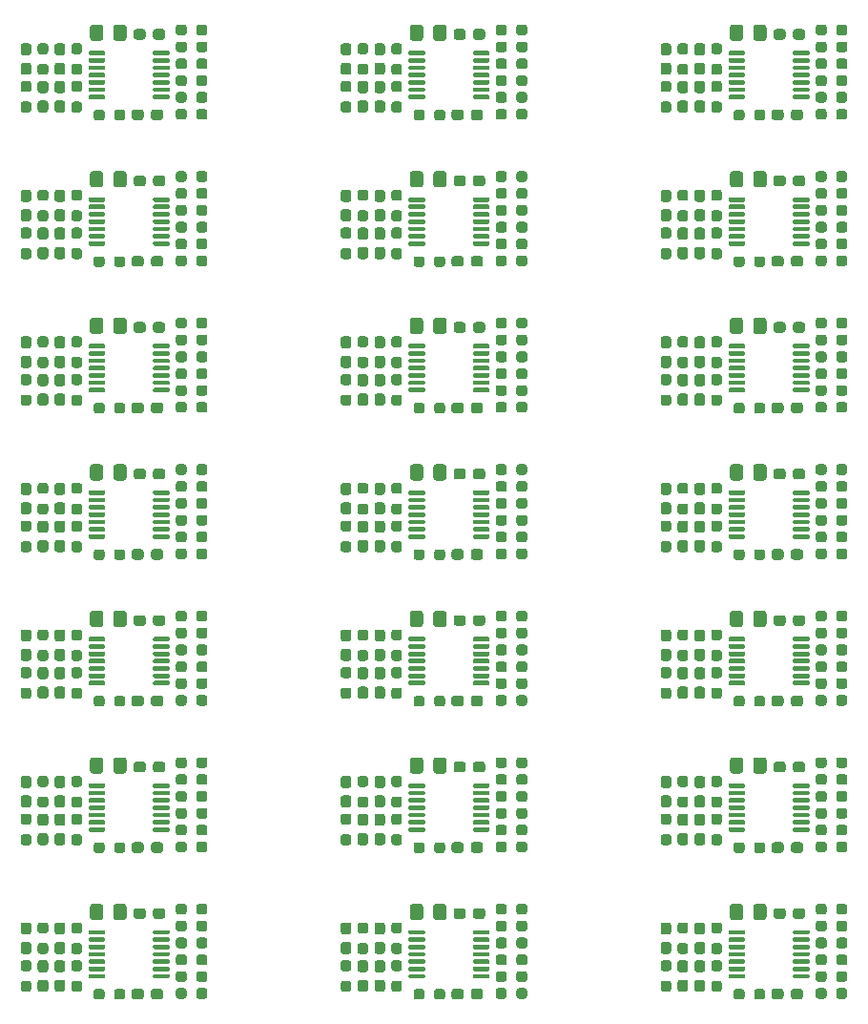
<source format=gbr>
%TF.GenerationSoftware,KiCad,Pcbnew,5.1.9-1.fc32*%
%TF.CreationDate,2021-03-16T17:09:34+05:30*%
%TF.ProjectId,BioAmp-EXG-Panel,42696f41-6d70-42d4-9558-472d50616e65,rev?*%
%TF.SameCoordinates,Original*%
%TF.FileFunction,Paste,Top*%
%TF.FilePolarity,Positive*%
%FSLAX46Y46*%
G04 Gerber Fmt 4.6, Leading zero omitted, Abs format (unit mm)*
G04 Created by KiCad (PCBNEW 5.1.9-1.fc32) date 2021-03-16 17:09:34*
%MOMM*%
%LPD*%
G01*
G04 APERTURE LIST*
G04 APERTURE END LIST*
%TO.C,C2*%
G36*
G01*
X113762515Y-130380055D02*
X114237515Y-130380055D01*
G75*
G02*
X114475015Y-130617555I0J-237500D01*
G01*
X114475015Y-131217555D01*
G75*
G02*
X114237515Y-131455055I-237500J0D01*
G01*
X113762515Y-131455055D01*
G75*
G02*
X113525015Y-131217555I0J237500D01*
G01*
X113525015Y-130617555D01*
G75*
G02*
X113762515Y-130380055I237500J0D01*
G01*
G37*
G36*
G01*
X113762515Y-132105055D02*
X114237515Y-132105055D01*
G75*
G02*
X114475015Y-132342555I0J-237500D01*
G01*
X114475015Y-132942555D01*
G75*
G02*
X114237515Y-133180055I-237500J0D01*
G01*
X113762515Y-133180055D01*
G75*
G02*
X113525015Y-132942555I0J237500D01*
G01*
X113525015Y-132342555D01*
G75*
G02*
X113762515Y-132105055I237500J0D01*
G01*
G37*
%TD*%
%TO.C,C4*%
G36*
G01*
X111237515Y-133180055D02*
X110762515Y-133180055D01*
G75*
G02*
X110525015Y-132942555I0J237500D01*
G01*
X110525015Y-132342555D01*
G75*
G02*
X110762515Y-132105055I237500J0D01*
G01*
X111237515Y-132105055D01*
G75*
G02*
X111475015Y-132342555I0J-237500D01*
G01*
X111475015Y-132942555D01*
G75*
G02*
X111237515Y-133180055I-237500J0D01*
G01*
G37*
G36*
G01*
X111237515Y-131455055D02*
X110762515Y-131455055D01*
G75*
G02*
X110525015Y-131217555I0J237500D01*
G01*
X110525015Y-130617555D01*
G75*
G02*
X110762515Y-130380055I237500J0D01*
G01*
X111237515Y-130380055D01*
G75*
G02*
X111475015Y-130617555I0J-237500D01*
G01*
X111475015Y-131217555D01*
G75*
G02*
X111237515Y-131455055I-237500J0D01*
G01*
G37*
%TD*%
%TO.C,C7*%
G36*
G01*
X123350015Y-129352555D02*
X123350015Y-129827555D01*
G75*
G02*
X123112515Y-130065055I-237500J0D01*
G01*
X122512515Y-130065055D01*
G75*
G02*
X122275015Y-129827555I0J237500D01*
G01*
X122275015Y-129352555D01*
G75*
G02*
X122512515Y-129115055I237500J0D01*
G01*
X123112515Y-129115055D01*
G75*
G02*
X123350015Y-129352555I0J-237500D01*
G01*
G37*
G36*
G01*
X121625015Y-129352555D02*
X121625015Y-129827555D01*
G75*
G02*
X121387515Y-130065055I-237500J0D01*
G01*
X120787515Y-130065055D01*
G75*
G02*
X120550015Y-129827555I0J237500D01*
G01*
X120550015Y-129352555D01*
G75*
G02*
X120787515Y-129115055I237500J0D01*
G01*
X121387515Y-129115055D01*
G75*
G02*
X121625015Y-129352555I0J-237500D01*
G01*
G37*
%TD*%
%TO.C,C9*%
G36*
G01*
X114237515Y-136530055D02*
X113762515Y-136530055D01*
G75*
G02*
X113525015Y-136292555I0J237500D01*
G01*
X113525015Y-135692555D01*
G75*
G02*
X113762515Y-135455055I237500J0D01*
G01*
X114237515Y-135455055D01*
G75*
G02*
X114475015Y-135692555I0J-237500D01*
G01*
X114475015Y-136292555D01*
G75*
G02*
X114237515Y-136530055I-237500J0D01*
G01*
G37*
G36*
G01*
X114237515Y-134805055D02*
X113762515Y-134805055D01*
G75*
G02*
X113525015Y-134567555I0J237500D01*
G01*
X113525015Y-133967555D01*
G75*
G02*
X113762515Y-133730055I237500J0D01*
G01*
X114237515Y-133730055D01*
G75*
G02*
X114475015Y-133967555I0J-237500D01*
G01*
X114475015Y-134567555D01*
G75*
G02*
X114237515Y-134805055I-237500J0D01*
G01*
G37*
%TD*%
%TO.C,R1*%
G36*
G01*
X115262515Y-133730055D02*
X115737515Y-133730055D01*
G75*
G02*
X115975015Y-133967555I0J-237500D01*
G01*
X115975015Y-134467555D01*
G75*
G02*
X115737515Y-134705055I-237500J0D01*
G01*
X115262515Y-134705055D01*
G75*
G02*
X115025015Y-134467555I0J237500D01*
G01*
X115025015Y-133967555D01*
G75*
G02*
X115262515Y-133730055I237500J0D01*
G01*
G37*
G36*
G01*
X115262515Y-135555055D02*
X115737515Y-135555055D01*
G75*
G02*
X115975015Y-135792555I0J-237500D01*
G01*
X115975015Y-136292555D01*
G75*
G02*
X115737515Y-136530055I-237500J0D01*
G01*
X115262515Y-136530055D01*
G75*
G02*
X115025015Y-136292555I0J237500D01*
G01*
X115025015Y-135792555D01*
G75*
G02*
X115262515Y-135555055I237500J0D01*
G01*
G37*
%TD*%
%TO.C,R2*%
G36*
G01*
X124290015Y-135417555D02*
X124290015Y-134942555D01*
G75*
G02*
X124527515Y-134705055I237500J0D01*
G01*
X125027515Y-134705055D01*
G75*
G02*
X125265015Y-134942555I0J-237500D01*
G01*
X125265015Y-135417555D01*
G75*
G02*
X125027515Y-135655055I-237500J0D01*
G01*
X124527515Y-135655055D01*
G75*
G02*
X124290015Y-135417555I0J237500D01*
G01*
G37*
G36*
G01*
X126115015Y-135417555D02*
X126115015Y-134942555D01*
G75*
G02*
X126352515Y-134705055I237500J0D01*
G01*
X126852515Y-134705055D01*
G75*
G02*
X127090015Y-134942555I0J-237500D01*
G01*
X127090015Y-135417555D01*
G75*
G02*
X126852515Y-135655055I-237500J0D01*
G01*
X126352515Y-135655055D01*
G75*
G02*
X126115015Y-135417555I0J237500D01*
G01*
G37*
%TD*%
%TO.C,R3*%
G36*
G01*
X127090015Y-136442555D02*
X127090015Y-136917555D01*
G75*
G02*
X126852515Y-137155055I-237500J0D01*
G01*
X126352515Y-137155055D01*
G75*
G02*
X126115015Y-136917555I0J237500D01*
G01*
X126115015Y-136442555D01*
G75*
G02*
X126352515Y-136205055I237500J0D01*
G01*
X126852515Y-136205055D01*
G75*
G02*
X127090015Y-136442555I0J-237500D01*
G01*
G37*
G36*
G01*
X125265015Y-136442555D02*
X125265015Y-136917555D01*
G75*
G02*
X125027515Y-137155055I-237500J0D01*
G01*
X124527515Y-137155055D01*
G75*
G02*
X124290015Y-136917555I0J237500D01*
G01*
X124290015Y-136442555D01*
G75*
G02*
X124527515Y-136205055I237500J0D01*
G01*
X125027515Y-136205055D01*
G75*
G02*
X125265015Y-136442555I0J-237500D01*
G01*
G37*
%TD*%
%TO.C,R4*%
G36*
G01*
X127100015Y-130462555D02*
X127100015Y-130937555D01*
G75*
G02*
X126862515Y-131175055I-237500J0D01*
G01*
X126362515Y-131175055D01*
G75*
G02*
X126125015Y-130937555I0J237500D01*
G01*
X126125015Y-130462555D01*
G75*
G02*
X126362515Y-130225055I237500J0D01*
G01*
X126862515Y-130225055D01*
G75*
G02*
X127100015Y-130462555I0J-237500D01*
G01*
G37*
G36*
G01*
X125275015Y-130462555D02*
X125275015Y-130937555D01*
G75*
G02*
X125037515Y-131175055I-237500J0D01*
G01*
X124537515Y-131175055D01*
G75*
G02*
X124300015Y-130937555I0J237500D01*
G01*
X124300015Y-130462555D01*
G75*
G02*
X124537515Y-130225055I237500J0D01*
G01*
X125037515Y-130225055D01*
G75*
G02*
X125275015Y-130462555I0J-237500D01*
G01*
G37*
%TD*%
%TO.C,R5*%
G36*
G01*
X127090015Y-128962555D02*
X127090015Y-129437555D01*
G75*
G02*
X126852515Y-129675055I-237500J0D01*
G01*
X126352515Y-129675055D01*
G75*
G02*
X126115015Y-129437555I0J237500D01*
G01*
X126115015Y-128962555D01*
G75*
G02*
X126352515Y-128725055I237500J0D01*
G01*
X126852515Y-128725055D01*
G75*
G02*
X127090015Y-128962555I0J-237500D01*
G01*
G37*
G36*
G01*
X125265015Y-128962555D02*
X125265015Y-129437555D01*
G75*
G02*
X125027515Y-129675055I-237500J0D01*
G01*
X124527515Y-129675055D01*
G75*
G02*
X124290015Y-129437555I0J237500D01*
G01*
X124290015Y-128962555D01*
G75*
G02*
X124527515Y-128725055I237500J0D01*
G01*
X125027515Y-128725055D01*
G75*
G02*
X125265015Y-128962555I0J-237500D01*
G01*
G37*
%TD*%
%TO.C,R7*%
G36*
G01*
X115262515Y-130380055D02*
X115737515Y-130380055D01*
G75*
G02*
X115975015Y-130617555I0J-237500D01*
G01*
X115975015Y-131117555D01*
G75*
G02*
X115737515Y-131355055I-237500J0D01*
G01*
X115262515Y-131355055D01*
G75*
G02*
X115025015Y-131117555I0J237500D01*
G01*
X115025015Y-130617555D01*
G75*
G02*
X115262515Y-130380055I237500J0D01*
G01*
G37*
G36*
G01*
X115262515Y-132205055D02*
X115737515Y-132205055D01*
G75*
G02*
X115975015Y-132442555I0J-237500D01*
G01*
X115975015Y-132942555D01*
G75*
G02*
X115737515Y-133180055I-237500J0D01*
G01*
X115262515Y-133180055D01*
G75*
G02*
X115025015Y-132942555I0J237500D01*
G01*
X115025015Y-132442555D01*
G75*
G02*
X115262515Y-132205055I237500J0D01*
G01*
G37*
%TD*%
%TO.C,R8*%
G36*
G01*
X110762515Y-133730055D02*
X111237515Y-133730055D01*
G75*
G02*
X111475015Y-133967555I0J-237500D01*
G01*
X111475015Y-134467555D01*
G75*
G02*
X111237515Y-134705055I-237500J0D01*
G01*
X110762515Y-134705055D01*
G75*
G02*
X110525015Y-134467555I0J237500D01*
G01*
X110525015Y-133967555D01*
G75*
G02*
X110762515Y-133730055I237500J0D01*
G01*
G37*
G36*
G01*
X110762515Y-135555055D02*
X111237515Y-135555055D01*
G75*
G02*
X111475015Y-135792555I0J-237500D01*
G01*
X111475015Y-136292555D01*
G75*
G02*
X111237515Y-136530055I-237500J0D01*
G01*
X110762515Y-136530055D01*
G75*
G02*
X110525015Y-136292555I0J237500D01*
G01*
X110525015Y-135792555D01*
G75*
G02*
X110762515Y-135555055I237500J0D01*
G01*
G37*
%TD*%
%TO.C,R9*%
G36*
G01*
X112262515Y-130380055D02*
X112737515Y-130380055D01*
G75*
G02*
X112975015Y-130617555I0J-237500D01*
G01*
X112975015Y-131117555D01*
G75*
G02*
X112737515Y-131355055I-237500J0D01*
G01*
X112262515Y-131355055D01*
G75*
G02*
X112025015Y-131117555I0J237500D01*
G01*
X112025015Y-130617555D01*
G75*
G02*
X112262515Y-130380055I237500J0D01*
G01*
G37*
G36*
G01*
X112262515Y-132205055D02*
X112737515Y-132205055D01*
G75*
G02*
X112975015Y-132442555I0J-237500D01*
G01*
X112975015Y-132942555D01*
G75*
G02*
X112737515Y-133180055I-237500J0D01*
G01*
X112262515Y-133180055D01*
G75*
G02*
X112025015Y-132942555I0J237500D01*
G01*
X112025015Y-132442555D01*
G75*
G02*
X112262515Y-132205055I237500J0D01*
G01*
G37*
%TD*%
%TO.C,R6*%
G36*
G01*
X124300015Y-133937555D02*
X124300015Y-133462555D01*
G75*
G02*
X124537515Y-133225055I237500J0D01*
G01*
X125037515Y-133225055D01*
G75*
G02*
X125275015Y-133462555I0J-237500D01*
G01*
X125275015Y-133937555D01*
G75*
G02*
X125037515Y-134175055I-237500J0D01*
G01*
X124537515Y-134175055D01*
G75*
G02*
X124300015Y-133937555I0J237500D01*
G01*
G37*
G36*
G01*
X126125015Y-133937555D02*
X126125015Y-133462555D01*
G75*
G02*
X126362515Y-133225055I237500J0D01*
G01*
X126862515Y-133225055D01*
G75*
G02*
X127100015Y-133462555I0J-237500D01*
G01*
X127100015Y-133937555D01*
G75*
G02*
X126862515Y-134175055I-237500J0D01*
G01*
X126362515Y-134175055D01*
G75*
G02*
X126125015Y-133937555I0J237500D01*
G01*
G37*
%TD*%
%TO.C,R11*%
G36*
G01*
X117000015Y-136987555D02*
X117000015Y-136512555D01*
G75*
G02*
X117237515Y-136275055I237500J0D01*
G01*
X117737515Y-136275055D01*
G75*
G02*
X117975015Y-136512555I0J-237500D01*
G01*
X117975015Y-136987555D01*
G75*
G02*
X117737515Y-137225055I-237500J0D01*
G01*
X117237515Y-137225055D01*
G75*
G02*
X117000015Y-136987555I0J237500D01*
G01*
G37*
G36*
G01*
X118825015Y-136987555D02*
X118825015Y-136512555D01*
G75*
G02*
X119062515Y-136275055I237500J0D01*
G01*
X119562515Y-136275055D01*
G75*
G02*
X119800015Y-136512555I0J-237500D01*
G01*
X119800015Y-136987555D01*
G75*
G02*
X119562515Y-137225055I-237500J0D01*
G01*
X119062515Y-137225055D01*
G75*
G02*
X118825015Y-136987555I0J237500D01*
G01*
G37*
%TD*%
%TO.C,R12*%
G36*
G01*
X124300015Y-132437555D02*
X124300015Y-131962555D01*
G75*
G02*
X124537515Y-131725055I237500J0D01*
G01*
X125037515Y-131725055D01*
G75*
G02*
X125275015Y-131962555I0J-237500D01*
G01*
X125275015Y-132437555D01*
G75*
G02*
X125037515Y-132675055I-237500J0D01*
G01*
X124537515Y-132675055D01*
G75*
G02*
X124300015Y-132437555I0J237500D01*
G01*
G37*
G36*
G01*
X126125015Y-132437555D02*
X126125015Y-131962555D01*
G75*
G02*
X126362515Y-131725055I237500J0D01*
G01*
X126862515Y-131725055D01*
G75*
G02*
X127100015Y-131962555I0J-237500D01*
G01*
X127100015Y-132437555D01*
G75*
G02*
X126862515Y-132675055I-237500J0D01*
G01*
X126362515Y-132675055D01*
G75*
G02*
X126125015Y-132437555I0J237500D01*
G01*
G37*
%TD*%
%TO.C,C8*%
G36*
G01*
X120370015Y-136967555D02*
X120370015Y-136492555D01*
G75*
G02*
X120607515Y-136255055I237500J0D01*
G01*
X121207515Y-136255055D01*
G75*
G02*
X121445015Y-136492555I0J-237500D01*
G01*
X121445015Y-136967555D01*
G75*
G02*
X121207515Y-137205055I-237500J0D01*
G01*
X120607515Y-137205055D01*
G75*
G02*
X120370015Y-136967555I0J237500D01*
G01*
G37*
G36*
G01*
X122095015Y-136967555D02*
X122095015Y-136492555D01*
G75*
G02*
X122332515Y-136255055I237500J0D01*
G01*
X122932515Y-136255055D01*
G75*
G02*
X123170015Y-136492555I0J-237500D01*
G01*
X123170015Y-136967555D01*
G75*
G02*
X122932515Y-137205055I-237500J0D01*
G01*
X122332515Y-137205055D01*
G75*
G02*
X122095015Y-136967555I0J237500D01*
G01*
G37*
%TD*%
%TO.C,C1*%
G36*
G01*
X116675015Y-129925055D02*
X116675015Y-128975055D01*
G75*
G02*
X116925015Y-128725055I250000J0D01*
G01*
X117600015Y-128725055D01*
G75*
G02*
X117850015Y-128975055I0J-250000D01*
G01*
X117850015Y-129925055D01*
G75*
G02*
X117600015Y-130175055I-250000J0D01*
G01*
X116925015Y-130175055D01*
G75*
G02*
X116675015Y-129925055I0J250000D01*
G01*
G37*
G36*
G01*
X118750015Y-129925055D02*
X118750015Y-128975055D01*
G75*
G02*
X119000015Y-128725055I250000J0D01*
G01*
X119675015Y-128725055D01*
G75*
G02*
X119925015Y-128975055I0J-250000D01*
G01*
X119925015Y-129925055D01*
G75*
G02*
X119675015Y-130175055I-250000J0D01*
G01*
X119000015Y-130175055D01*
G75*
G02*
X118750015Y-129925055I0J250000D01*
G01*
G37*
%TD*%
%TO.C,C3*%
G36*
G01*
X112737515Y-136530055D02*
X112262515Y-136530055D01*
G75*
G02*
X112025015Y-136292555I0J237500D01*
G01*
X112025015Y-135692555D01*
G75*
G02*
X112262515Y-135455055I237500J0D01*
G01*
X112737515Y-135455055D01*
G75*
G02*
X112975015Y-135692555I0J-237500D01*
G01*
X112975015Y-136292555D01*
G75*
G02*
X112737515Y-136530055I-237500J0D01*
G01*
G37*
G36*
G01*
X112737515Y-134805055D02*
X112262515Y-134805055D01*
G75*
G02*
X112025015Y-134567555I0J237500D01*
G01*
X112025015Y-133967555D01*
G75*
G02*
X112262515Y-133730055I237500J0D01*
G01*
X112737515Y-133730055D01*
G75*
G02*
X112975015Y-133967555I0J-237500D01*
G01*
X112975015Y-134567555D01*
G75*
G02*
X112737515Y-134805055I-237500J0D01*
G01*
G37*
%TD*%
%TO.C,U1*%
G36*
G01*
X123750015Y-135050055D02*
X123750015Y-135250055D01*
G75*
G02*
X123650015Y-135350055I-100000J0D01*
G01*
X122375015Y-135350055D01*
G75*
G02*
X122275015Y-135250055I0J100000D01*
G01*
X122275015Y-135050055D01*
G75*
G02*
X122375015Y-134950055I100000J0D01*
G01*
X123650015Y-134950055D01*
G75*
G02*
X123750015Y-135050055I0J-100000D01*
G01*
G37*
G36*
G01*
X123750015Y-134400055D02*
X123750015Y-134600055D01*
G75*
G02*
X123650015Y-134700055I-100000J0D01*
G01*
X122375015Y-134700055D01*
G75*
G02*
X122275015Y-134600055I0J100000D01*
G01*
X122275015Y-134400055D01*
G75*
G02*
X122375015Y-134300055I100000J0D01*
G01*
X123650015Y-134300055D01*
G75*
G02*
X123750015Y-134400055I0J-100000D01*
G01*
G37*
G36*
G01*
X123750015Y-133750055D02*
X123750015Y-133950055D01*
G75*
G02*
X123650015Y-134050055I-100000J0D01*
G01*
X122375015Y-134050055D01*
G75*
G02*
X122275015Y-133950055I0J100000D01*
G01*
X122275015Y-133750055D01*
G75*
G02*
X122375015Y-133650055I100000J0D01*
G01*
X123650015Y-133650055D01*
G75*
G02*
X123750015Y-133750055I0J-100000D01*
G01*
G37*
G36*
G01*
X123750015Y-133100055D02*
X123750015Y-133300055D01*
G75*
G02*
X123650015Y-133400055I-100000J0D01*
G01*
X122375015Y-133400055D01*
G75*
G02*
X122275015Y-133300055I0J100000D01*
G01*
X122275015Y-133100055D01*
G75*
G02*
X122375015Y-133000055I100000J0D01*
G01*
X123650015Y-133000055D01*
G75*
G02*
X123750015Y-133100055I0J-100000D01*
G01*
G37*
G36*
G01*
X123750015Y-132450055D02*
X123750015Y-132650055D01*
G75*
G02*
X123650015Y-132750055I-100000J0D01*
G01*
X122375015Y-132750055D01*
G75*
G02*
X122275015Y-132650055I0J100000D01*
G01*
X122275015Y-132450055D01*
G75*
G02*
X122375015Y-132350055I100000J0D01*
G01*
X123650015Y-132350055D01*
G75*
G02*
X123750015Y-132450055I0J-100000D01*
G01*
G37*
G36*
G01*
X123750015Y-131800055D02*
X123750015Y-132000055D01*
G75*
G02*
X123650015Y-132100055I-100000J0D01*
G01*
X122375015Y-132100055D01*
G75*
G02*
X122275015Y-132000055I0J100000D01*
G01*
X122275015Y-131800055D01*
G75*
G02*
X122375015Y-131700055I100000J0D01*
G01*
X123650015Y-131700055D01*
G75*
G02*
X123750015Y-131800055I0J-100000D01*
G01*
G37*
G36*
G01*
X123750015Y-131150055D02*
X123750015Y-131350055D01*
G75*
G02*
X123650015Y-131450055I-100000J0D01*
G01*
X122375015Y-131450055D01*
G75*
G02*
X122275015Y-131350055I0J100000D01*
G01*
X122275015Y-131150055D01*
G75*
G02*
X122375015Y-131050055I100000J0D01*
G01*
X123650015Y-131050055D01*
G75*
G02*
X123750015Y-131150055I0J-100000D01*
G01*
G37*
G36*
G01*
X118025015Y-131150055D02*
X118025015Y-131350055D01*
G75*
G02*
X117925015Y-131450055I-100000J0D01*
G01*
X116650015Y-131450055D01*
G75*
G02*
X116550015Y-131350055I0J100000D01*
G01*
X116550015Y-131150055D01*
G75*
G02*
X116650015Y-131050055I100000J0D01*
G01*
X117925015Y-131050055D01*
G75*
G02*
X118025015Y-131150055I0J-100000D01*
G01*
G37*
G36*
G01*
X118025015Y-131800055D02*
X118025015Y-132000055D01*
G75*
G02*
X117925015Y-132100055I-100000J0D01*
G01*
X116650015Y-132100055D01*
G75*
G02*
X116550015Y-132000055I0J100000D01*
G01*
X116550015Y-131800055D01*
G75*
G02*
X116650015Y-131700055I100000J0D01*
G01*
X117925015Y-131700055D01*
G75*
G02*
X118025015Y-131800055I0J-100000D01*
G01*
G37*
G36*
G01*
X118025015Y-132450055D02*
X118025015Y-132650055D01*
G75*
G02*
X117925015Y-132750055I-100000J0D01*
G01*
X116650015Y-132750055D01*
G75*
G02*
X116550015Y-132650055I0J100000D01*
G01*
X116550015Y-132450055D01*
G75*
G02*
X116650015Y-132350055I100000J0D01*
G01*
X117925015Y-132350055D01*
G75*
G02*
X118025015Y-132450055I0J-100000D01*
G01*
G37*
G36*
G01*
X118025015Y-133100055D02*
X118025015Y-133300055D01*
G75*
G02*
X117925015Y-133400055I-100000J0D01*
G01*
X116650015Y-133400055D01*
G75*
G02*
X116550015Y-133300055I0J100000D01*
G01*
X116550015Y-133100055D01*
G75*
G02*
X116650015Y-133000055I100000J0D01*
G01*
X117925015Y-133000055D01*
G75*
G02*
X118025015Y-133100055I0J-100000D01*
G01*
G37*
G36*
G01*
X118025015Y-133750055D02*
X118025015Y-133950055D01*
G75*
G02*
X117925015Y-134050055I-100000J0D01*
G01*
X116650015Y-134050055D01*
G75*
G02*
X116550015Y-133950055I0J100000D01*
G01*
X116550015Y-133750055D01*
G75*
G02*
X116650015Y-133650055I100000J0D01*
G01*
X117925015Y-133650055D01*
G75*
G02*
X118025015Y-133750055I0J-100000D01*
G01*
G37*
G36*
G01*
X118025015Y-134400055D02*
X118025015Y-134600055D01*
G75*
G02*
X117925015Y-134700055I-100000J0D01*
G01*
X116650015Y-134700055D01*
G75*
G02*
X116550015Y-134600055I0J100000D01*
G01*
X116550015Y-134400055D01*
G75*
G02*
X116650015Y-134300055I100000J0D01*
G01*
X117925015Y-134300055D01*
G75*
G02*
X118025015Y-134400055I0J-100000D01*
G01*
G37*
G36*
G01*
X118025015Y-135050055D02*
X118025015Y-135250055D01*
G75*
G02*
X117925015Y-135350055I-100000J0D01*
G01*
X116650015Y-135350055D01*
G75*
G02*
X116550015Y-135250055I0J100000D01*
G01*
X116550015Y-135050055D01*
G75*
G02*
X116650015Y-134950055I100000J0D01*
G01*
X117925015Y-134950055D01*
G75*
G02*
X118025015Y-135050055I0J-100000D01*
G01*
G37*
%TD*%
%TO.C,C2*%
G36*
G01*
X85362508Y-130380055D02*
X85837508Y-130380055D01*
G75*
G02*
X86075008Y-130617555I0J-237500D01*
G01*
X86075008Y-131217555D01*
G75*
G02*
X85837508Y-131455055I-237500J0D01*
G01*
X85362508Y-131455055D01*
G75*
G02*
X85125008Y-131217555I0J237500D01*
G01*
X85125008Y-130617555D01*
G75*
G02*
X85362508Y-130380055I237500J0D01*
G01*
G37*
G36*
G01*
X85362508Y-132105055D02*
X85837508Y-132105055D01*
G75*
G02*
X86075008Y-132342555I0J-237500D01*
G01*
X86075008Y-132942555D01*
G75*
G02*
X85837508Y-133180055I-237500J0D01*
G01*
X85362508Y-133180055D01*
G75*
G02*
X85125008Y-132942555I0J237500D01*
G01*
X85125008Y-132342555D01*
G75*
G02*
X85362508Y-132105055I237500J0D01*
G01*
G37*
%TD*%
%TO.C,C4*%
G36*
G01*
X82837508Y-133180055D02*
X82362508Y-133180055D01*
G75*
G02*
X82125008Y-132942555I0J237500D01*
G01*
X82125008Y-132342555D01*
G75*
G02*
X82362508Y-132105055I237500J0D01*
G01*
X82837508Y-132105055D01*
G75*
G02*
X83075008Y-132342555I0J-237500D01*
G01*
X83075008Y-132942555D01*
G75*
G02*
X82837508Y-133180055I-237500J0D01*
G01*
G37*
G36*
G01*
X82837508Y-131455055D02*
X82362508Y-131455055D01*
G75*
G02*
X82125008Y-131217555I0J237500D01*
G01*
X82125008Y-130617555D01*
G75*
G02*
X82362508Y-130380055I237500J0D01*
G01*
X82837508Y-130380055D01*
G75*
G02*
X83075008Y-130617555I0J-237500D01*
G01*
X83075008Y-131217555D01*
G75*
G02*
X82837508Y-131455055I-237500J0D01*
G01*
G37*
%TD*%
%TO.C,C7*%
G36*
G01*
X94950008Y-129352555D02*
X94950008Y-129827555D01*
G75*
G02*
X94712508Y-130065055I-237500J0D01*
G01*
X94112508Y-130065055D01*
G75*
G02*
X93875008Y-129827555I0J237500D01*
G01*
X93875008Y-129352555D01*
G75*
G02*
X94112508Y-129115055I237500J0D01*
G01*
X94712508Y-129115055D01*
G75*
G02*
X94950008Y-129352555I0J-237500D01*
G01*
G37*
G36*
G01*
X93225008Y-129352555D02*
X93225008Y-129827555D01*
G75*
G02*
X92987508Y-130065055I-237500J0D01*
G01*
X92387508Y-130065055D01*
G75*
G02*
X92150008Y-129827555I0J237500D01*
G01*
X92150008Y-129352555D01*
G75*
G02*
X92387508Y-129115055I237500J0D01*
G01*
X92987508Y-129115055D01*
G75*
G02*
X93225008Y-129352555I0J-237500D01*
G01*
G37*
%TD*%
%TO.C,C9*%
G36*
G01*
X85837508Y-136530055D02*
X85362508Y-136530055D01*
G75*
G02*
X85125008Y-136292555I0J237500D01*
G01*
X85125008Y-135692555D01*
G75*
G02*
X85362508Y-135455055I237500J0D01*
G01*
X85837508Y-135455055D01*
G75*
G02*
X86075008Y-135692555I0J-237500D01*
G01*
X86075008Y-136292555D01*
G75*
G02*
X85837508Y-136530055I-237500J0D01*
G01*
G37*
G36*
G01*
X85837508Y-134805055D02*
X85362508Y-134805055D01*
G75*
G02*
X85125008Y-134567555I0J237500D01*
G01*
X85125008Y-133967555D01*
G75*
G02*
X85362508Y-133730055I237500J0D01*
G01*
X85837508Y-133730055D01*
G75*
G02*
X86075008Y-133967555I0J-237500D01*
G01*
X86075008Y-134567555D01*
G75*
G02*
X85837508Y-134805055I-237500J0D01*
G01*
G37*
%TD*%
%TO.C,R1*%
G36*
G01*
X86862508Y-133730055D02*
X87337508Y-133730055D01*
G75*
G02*
X87575008Y-133967555I0J-237500D01*
G01*
X87575008Y-134467555D01*
G75*
G02*
X87337508Y-134705055I-237500J0D01*
G01*
X86862508Y-134705055D01*
G75*
G02*
X86625008Y-134467555I0J237500D01*
G01*
X86625008Y-133967555D01*
G75*
G02*
X86862508Y-133730055I237500J0D01*
G01*
G37*
G36*
G01*
X86862508Y-135555055D02*
X87337508Y-135555055D01*
G75*
G02*
X87575008Y-135792555I0J-237500D01*
G01*
X87575008Y-136292555D01*
G75*
G02*
X87337508Y-136530055I-237500J0D01*
G01*
X86862508Y-136530055D01*
G75*
G02*
X86625008Y-136292555I0J237500D01*
G01*
X86625008Y-135792555D01*
G75*
G02*
X86862508Y-135555055I237500J0D01*
G01*
G37*
%TD*%
%TO.C,R2*%
G36*
G01*
X95890008Y-135417555D02*
X95890008Y-134942555D01*
G75*
G02*
X96127508Y-134705055I237500J0D01*
G01*
X96627508Y-134705055D01*
G75*
G02*
X96865008Y-134942555I0J-237500D01*
G01*
X96865008Y-135417555D01*
G75*
G02*
X96627508Y-135655055I-237500J0D01*
G01*
X96127508Y-135655055D01*
G75*
G02*
X95890008Y-135417555I0J237500D01*
G01*
G37*
G36*
G01*
X97715008Y-135417555D02*
X97715008Y-134942555D01*
G75*
G02*
X97952508Y-134705055I237500J0D01*
G01*
X98452508Y-134705055D01*
G75*
G02*
X98690008Y-134942555I0J-237500D01*
G01*
X98690008Y-135417555D01*
G75*
G02*
X98452508Y-135655055I-237500J0D01*
G01*
X97952508Y-135655055D01*
G75*
G02*
X97715008Y-135417555I0J237500D01*
G01*
G37*
%TD*%
%TO.C,R3*%
G36*
G01*
X98690008Y-136442555D02*
X98690008Y-136917555D01*
G75*
G02*
X98452508Y-137155055I-237500J0D01*
G01*
X97952508Y-137155055D01*
G75*
G02*
X97715008Y-136917555I0J237500D01*
G01*
X97715008Y-136442555D01*
G75*
G02*
X97952508Y-136205055I237500J0D01*
G01*
X98452508Y-136205055D01*
G75*
G02*
X98690008Y-136442555I0J-237500D01*
G01*
G37*
G36*
G01*
X96865008Y-136442555D02*
X96865008Y-136917555D01*
G75*
G02*
X96627508Y-137155055I-237500J0D01*
G01*
X96127508Y-137155055D01*
G75*
G02*
X95890008Y-136917555I0J237500D01*
G01*
X95890008Y-136442555D01*
G75*
G02*
X96127508Y-136205055I237500J0D01*
G01*
X96627508Y-136205055D01*
G75*
G02*
X96865008Y-136442555I0J-237500D01*
G01*
G37*
%TD*%
%TO.C,R4*%
G36*
G01*
X98700008Y-130462555D02*
X98700008Y-130937555D01*
G75*
G02*
X98462508Y-131175055I-237500J0D01*
G01*
X97962508Y-131175055D01*
G75*
G02*
X97725008Y-130937555I0J237500D01*
G01*
X97725008Y-130462555D01*
G75*
G02*
X97962508Y-130225055I237500J0D01*
G01*
X98462508Y-130225055D01*
G75*
G02*
X98700008Y-130462555I0J-237500D01*
G01*
G37*
G36*
G01*
X96875008Y-130462555D02*
X96875008Y-130937555D01*
G75*
G02*
X96637508Y-131175055I-237500J0D01*
G01*
X96137508Y-131175055D01*
G75*
G02*
X95900008Y-130937555I0J237500D01*
G01*
X95900008Y-130462555D01*
G75*
G02*
X96137508Y-130225055I237500J0D01*
G01*
X96637508Y-130225055D01*
G75*
G02*
X96875008Y-130462555I0J-237500D01*
G01*
G37*
%TD*%
%TO.C,R5*%
G36*
G01*
X98690008Y-128962555D02*
X98690008Y-129437555D01*
G75*
G02*
X98452508Y-129675055I-237500J0D01*
G01*
X97952508Y-129675055D01*
G75*
G02*
X97715008Y-129437555I0J237500D01*
G01*
X97715008Y-128962555D01*
G75*
G02*
X97952508Y-128725055I237500J0D01*
G01*
X98452508Y-128725055D01*
G75*
G02*
X98690008Y-128962555I0J-237500D01*
G01*
G37*
G36*
G01*
X96865008Y-128962555D02*
X96865008Y-129437555D01*
G75*
G02*
X96627508Y-129675055I-237500J0D01*
G01*
X96127508Y-129675055D01*
G75*
G02*
X95890008Y-129437555I0J237500D01*
G01*
X95890008Y-128962555D01*
G75*
G02*
X96127508Y-128725055I237500J0D01*
G01*
X96627508Y-128725055D01*
G75*
G02*
X96865008Y-128962555I0J-237500D01*
G01*
G37*
%TD*%
%TO.C,R7*%
G36*
G01*
X86862508Y-130380055D02*
X87337508Y-130380055D01*
G75*
G02*
X87575008Y-130617555I0J-237500D01*
G01*
X87575008Y-131117555D01*
G75*
G02*
X87337508Y-131355055I-237500J0D01*
G01*
X86862508Y-131355055D01*
G75*
G02*
X86625008Y-131117555I0J237500D01*
G01*
X86625008Y-130617555D01*
G75*
G02*
X86862508Y-130380055I237500J0D01*
G01*
G37*
G36*
G01*
X86862508Y-132205055D02*
X87337508Y-132205055D01*
G75*
G02*
X87575008Y-132442555I0J-237500D01*
G01*
X87575008Y-132942555D01*
G75*
G02*
X87337508Y-133180055I-237500J0D01*
G01*
X86862508Y-133180055D01*
G75*
G02*
X86625008Y-132942555I0J237500D01*
G01*
X86625008Y-132442555D01*
G75*
G02*
X86862508Y-132205055I237500J0D01*
G01*
G37*
%TD*%
%TO.C,R8*%
G36*
G01*
X82362508Y-133730055D02*
X82837508Y-133730055D01*
G75*
G02*
X83075008Y-133967555I0J-237500D01*
G01*
X83075008Y-134467555D01*
G75*
G02*
X82837508Y-134705055I-237500J0D01*
G01*
X82362508Y-134705055D01*
G75*
G02*
X82125008Y-134467555I0J237500D01*
G01*
X82125008Y-133967555D01*
G75*
G02*
X82362508Y-133730055I237500J0D01*
G01*
G37*
G36*
G01*
X82362508Y-135555055D02*
X82837508Y-135555055D01*
G75*
G02*
X83075008Y-135792555I0J-237500D01*
G01*
X83075008Y-136292555D01*
G75*
G02*
X82837508Y-136530055I-237500J0D01*
G01*
X82362508Y-136530055D01*
G75*
G02*
X82125008Y-136292555I0J237500D01*
G01*
X82125008Y-135792555D01*
G75*
G02*
X82362508Y-135555055I237500J0D01*
G01*
G37*
%TD*%
%TO.C,R9*%
G36*
G01*
X83862508Y-130380055D02*
X84337508Y-130380055D01*
G75*
G02*
X84575008Y-130617555I0J-237500D01*
G01*
X84575008Y-131117555D01*
G75*
G02*
X84337508Y-131355055I-237500J0D01*
G01*
X83862508Y-131355055D01*
G75*
G02*
X83625008Y-131117555I0J237500D01*
G01*
X83625008Y-130617555D01*
G75*
G02*
X83862508Y-130380055I237500J0D01*
G01*
G37*
G36*
G01*
X83862508Y-132205055D02*
X84337508Y-132205055D01*
G75*
G02*
X84575008Y-132442555I0J-237500D01*
G01*
X84575008Y-132942555D01*
G75*
G02*
X84337508Y-133180055I-237500J0D01*
G01*
X83862508Y-133180055D01*
G75*
G02*
X83625008Y-132942555I0J237500D01*
G01*
X83625008Y-132442555D01*
G75*
G02*
X83862508Y-132205055I237500J0D01*
G01*
G37*
%TD*%
%TO.C,R6*%
G36*
G01*
X95900008Y-133937555D02*
X95900008Y-133462555D01*
G75*
G02*
X96137508Y-133225055I237500J0D01*
G01*
X96637508Y-133225055D01*
G75*
G02*
X96875008Y-133462555I0J-237500D01*
G01*
X96875008Y-133937555D01*
G75*
G02*
X96637508Y-134175055I-237500J0D01*
G01*
X96137508Y-134175055D01*
G75*
G02*
X95900008Y-133937555I0J237500D01*
G01*
G37*
G36*
G01*
X97725008Y-133937555D02*
X97725008Y-133462555D01*
G75*
G02*
X97962508Y-133225055I237500J0D01*
G01*
X98462508Y-133225055D01*
G75*
G02*
X98700008Y-133462555I0J-237500D01*
G01*
X98700008Y-133937555D01*
G75*
G02*
X98462508Y-134175055I-237500J0D01*
G01*
X97962508Y-134175055D01*
G75*
G02*
X97725008Y-133937555I0J237500D01*
G01*
G37*
%TD*%
%TO.C,R11*%
G36*
G01*
X88600008Y-136987555D02*
X88600008Y-136512555D01*
G75*
G02*
X88837508Y-136275055I237500J0D01*
G01*
X89337508Y-136275055D01*
G75*
G02*
X89575008Y-136512555I0J-237500D01*
G01*
X89575008Y-136987555D01*
G75*
G02*
X89337508Y-137225055I-237500J0D01*
G01*
X88837508Y-137225055D01*
G75*
G02*
X88600008Y-136987555I0J237500D01*
G01*
G37*
G36*
G01*
X90425008Y-136987555D02*
X90425008Y-136512555D01*
G75*
G02*
X90662508Y-136275055I237500J0D01*
G01*
X91162508Y-136275055D01*
G75*
G02*
X91400008Y-136512555I0J-237500D01*
G01*
X91400008Y-136987555D01*
G75*
G02*
X91162508Y-137225055I-237500J0D01*
G01*
X90662508Y-137225055D01*
G75*
G02*
X90425008Y-136987555I0J237500D01*
G01*
G37*
%TD*%
%TO.C,R12*%
G36*
G01*
X95900008Y-132437555D02*
X95900008Y-131962555D01*
G75*
G02*
X96137508Y-131725055I237500J0D01*
G01*
X96637508Y-131725055D01*
G75*
G02*
X96875008Y-131962555I0J-237500D01*
G01*
X96875008Y-132437555D01*
G75*
G02*
X96637508Y-132675055I-237500J0D01*
G01*
X96137508Y-132675055D01*
G75*
G02*
X95900008Y-132437555I0J237500D01*
G01*
G37*
G36*
G01*
X97725008Y-132437555D02*
X97725008Y-131962555D01*
G75*
G02*
X97962508Y-131725055I237500J0D01*
G01*
X98462508Y-131725055D01*
G75*
G02*
X98700008Y-131962555I0J-237500D01*
G01*
X98700008Y-132437555D01*
G75*
G02*
X98462508Y-132675055I-237500J0D01*
G01*
X97962508Y-132675055D01*
G75*
G02*
X97725008Y-132437555I0J237500D01*
G01*
G37*
%TD*%
%TO.C,C8*%
G36*
G01*
X91970008Y-136967555D02*
X91970008Y-136492555D01*
G75*
G02*
X92207508Y-136255055I237500J0D01*
G01*
X92807508Y-136255055D01*
G75*
G02*
X93045008Y-136492555I0J-237500D01*
G01*
X93045008Y-136967555D01*
G75*
G02*
X92807508Y-137205055I-237500J0D01*
G01*
X92207508Y-137205055D01*
G75*
G02*
X91970008Y-136967555I0J237500D01*
G01*
G37*
G36*
G01*
X93695008Y-136967555D02*
X93695008Y-136492555D01*
G75*
G02*
X93932508Y-136255055I237500J0D01*
G01*
X94532508Y-136255055D01*
G75*
G02*
X94770008Y-136492555I0J-237500D01*
G01*
X94770008Y-136967555D01*
G75*
G02*
X94532508Y-137205055I-237500J0D01*
G01*
X93932508Y-137205055D01*
G75*
G02*
X93695008Y-136967555I0J237500D01*
G01*
G37*
%TD*%
%TO.C,C1*%
G36*
G01*
X88275008Y-129925055D02*
X88275008Y-128975055D01*
G75*
G02*
X88525008Y-128725055I250000J0D01*
G01*
X89200008Y-128725055D01*
G75*
G02*
X89450008Y-128975055I0J-250000D01*
G01*
X89450008Y-129925055D01*
G75*
G02*
X89200008Y-130175055I-250000J0D01*
G01*
X88525008Y-130175055D01*
G75*
G02*
X88275008Y-129925055I0J250000D01*
G01*
G37*
G36*
G01*
X90350008Y-129925055D02*
X90350008Y-128975055D01*
G75*
G02*
X90600008Y-128725055I250000J0D01*
G01*
X91275008Y-128725055D01*
G75*
G02*
X91525008Y-128975055I0J-250000D01*
G01*
X91525008Y-129925055D01*
G75*
G02*
X91275008Y-130175055I-250000J0D01*
G01*
X90600008Y-130175055D01*
G75*
G02*
X90350008Y-129925055I0J250000D01*
G01*
G37*
%TD*%
%TO.C,C3*%
G36*
G01*
X84337508Y-136530055D02*
X83862508Y-136530055D01*
G75*
G02*
X83625008Y-136292555I0J237500D01*
G01*
X83625008Y-135692555D01*
G75*
G02*
X83862508Y-135455055I237500J0D01*
G01*
X84337508Y-135455055D01*
G75*
G02*
X84575008Y-135692555I0J-237500D01*
G01*
X84575008Y-136292555D01*
G75*
G02*
X84337508Y-136530055I-237500J0D01*
G01*
G37*
G36*
G01*
X84337508Y-134805055D02*
X83862508Y-134805055D01*
G75*
G02*
X83625008Y-134567555I0J237500D01*
G01*
X83625008Y-133967555D01*
G75*
G02*
X83862508Y-133730055I237500J0D01*
G01*
X84337508Y-133730055D01*
G75*
G02*
X84575008Y-133967555I0J-237500D01*
G01*
X84575008Y-134567555D01*
G75*
G02*
X84337508Y-134805055I-237500J0D01*
G01*
G37*
%TD*%
%TO.C,U1*%
G36*
G01*
X95350008Y-135050055D02*
X95350008Y-135250055D01*
G75*
G02*
X95250008Y-135350055I-100000J0D01*
G01*
X93975008Y-135350055D01*
G75*
G02*
X93875008Y-135250055I0J100000D01*
G01*
X93875008Y-135050055D01*
G75*
G02*
X93975008Y-134950055I100000J0D01*
G01*
X95250008Y-134950055D01*
G75*
G02*
X95350008Y-135050055I0J-100000D01*
G01*
G37*
G36*
G01*
X95350008Y-134400055D02*
X95350008Y-134600055D01*
G75*
G02*
X95250008Y-134700055I-100000J0D01*
G01*
X93975008Y-134700055D01*
G75*
G02*
X93875008Y-134600055I0J100000D01*
G01*
X93875008Y-134400055D01*
G75*
G02*
X93975008Y-134300055I100000J0D01*
G01*
X95250008Y-134300055D01*
G75*
G02*
X95350008Y-134400055I0J-100000D01*
G01*
G37*
G36*
G01*
X95350008Y-133750055D02*
X95350008Y-133950055D01*
G75*
G02*
X95250008Y-134050055I-100000J0D01*
G01*
X93975008Y-134050055D01*
G75*
G02*
X93875008Y-133950055I0J100000D01*
G01*
X93875008Y-133750055D01*
G75*
G02*
X93975008Y-133650055I100000J0D01*
G01*
X95250008Y-133650055D01*
G75*
G02*
X95350008Y-133750055I0J-100000D01*
G01*
G37*
G36*
G01*
X95350008Y-133100055D02*
X95350008Y-133300055D01*
G75*
G02*
X95250008Y-133400055I-100000J0D01*
G01*
X93975008Y-133400055D01*
G75*
G02*
X93875008Y-133300055I0J100000D01*
G01*
X93875008Y-133100055D01*
G75*
G02*
X93975008Y-133000055I100000J0D01*
G01*
X95250008Y-133000055D01*
G75*
G02*
X95350008Y-133100055I0J-100000D01*
G01*
G37*
G36*
G01*
X95350008Y-132450055D02*
X95350008Y-132650055D01*
G75*
G02*
X95250008Y-132750055I-100000J0D01*
G01*
X93975008Y-132750055D01*
G75*
G02*
X93875008Y-132650055I0J100000D01*
G01*
X93875008Y-132450055D01*
G75*
G02*
X93975008Y-132350055I100000J0D01*
G01*
X95250008Y-132350055D01*
G75*
G02*
X95350008Y-132450055I0J-100000D01*
G01*
G37*
G36*
G01*
X95350008Y-131800055D02*
X95350008Y-132000055D01*
G75*
G02*
X95250008Y-132100055I-100000J0D01*
G01*
X93975008Y-132100055D01*
G75*
G02*
X93875008Y-132000055I0J100000D01*
G01*
X93875008Y-131800055D01*
G75*
G02*
X93975008Y-131700055I100000J0D01*
G01*
X95250008Y-131700055D01*
G75*
G02*
X95350008Y-131800055I0J-100000D01*
G01*
G37*
G36*
G01*
X95350008Y-131150055D02*
X95350008Y-131350055D01*
G75*
G02*
X95250008Y-131450055I-100000J0D01*
G01*
X93975008Y-131450055D01*
G75*
G02*
X93875008Y-131350055I0J100000D01*
G01*
X93875008Y-131150055D01*
G75*
G02*
X93975008Y-131050055I100000J0D01*
G01*
X95250008Y-131050055D01*
G75*
G02*
X95350008Y-131150055I0J-100000D01*
G01*
G37*
G36*
G01*
X89625008Y-131150055D02*
X89625008Y-131350055D01*
G75*
G02*
X89525008Y-131450055I-100000J0D01*
G01*
X88250008Y-131450055D01*
G75*
G02*
X88150008Y-131350055I0J100000D01*
G01*
X88150008Y-131150055D01*
G75*
G02*
X88250008Y-131050055I100000J0D01*
G01*
X89525008Y-131050055D01*
G75*
G02*
X89625008Y-131150055I0J-100000D01*
G01*
G37*
G36*
G01*
X89625008Y-131800055D02*
X89625008Y-132000055D01*
G75*
G02*
X89525008Y-132100055I-100000J0D01*
G01*
X88250008Y-132100055D01*
G75*
G02*
X88150008Y-132000055I0J100000D01*
G01*
X88150008Y-131800055D01*
G75*
G02*
X88250008Y-131700055I100000J0D01*
G01*
X89525008Y-131700055D01*
G75*
G02*
X89625008Y-131800055I0J-100000D01*
G01*
G37*
G36*
G01*
X89625008Y-132450055D02*
X89625008Y-132650055D01*
G75*
G02*
X89525008Y-132750055I-100000J0D01*
G01*
X88250008Y-132750055D01*
G75*
G02*
X88150008Y-132650055I0J100000D01*
G01*
X88150008Y-132450055D01*
G75*
G02*
X88250008Y-132350055I100000J0D01*
G01*
X89525008Y-132350055D01*
G75*
G02*
X89625008Y-132450055I0J-100000D01*
G01*
G37*
G36*
G01*
X89625008Y-133100055D02*
X89625008Y-133300055D01*
G75*
G02*
X89525008Y-133400055I-100000J0D01*
G01*
X88250008Y-133400055D01*
G75*
G02*
X88150008Y-133300055I0J100000D01*
G01*
X88150008Y-133100055D01*
G75*
G02*
X88250008Y-133000055I100000J0D01*
G01*
X89525008Y-133000055D01*
G75*
G02*
X89625008Y-133100055I0J-100000D01*
G01*
G37*
G36*
G01*
X89625008Y-133750055D02*
X89625008Y-133950055D01*
G75*
G02*
X89525008Y-134050055I-100000J0D01*
G01*
X88250008Y-134050055D01*
G75*
G02*
X88150008Y-133950055I0J100000D01*
G01*
X88150008Y-133750055D01*
G75*
G02*
X88250008Y-133650055I100000J0D01*
G01*
X89525008Y-133650055D01*
G75*
G02*
X89625008Y-133750055I0J-100000D01*
G01*
G37*
G36*
G01*
X89625008Y-134400055D02*
X89625008Y-134600055D01*
G75*
G02*
X89525008Y-134700055I-100000J0D01*
G01*
X88250008Y-134700055D01*
G75*
G02*
X88150008Y-134600055I0J100000D01*
G01*
X88150008Y-134400055D01*
G75*
G02*
X88250008Y-134300055I100000J0D01*
G01*
X89525008Y-134300055D01*
G75*
G02*
X89625008Y-134400055I0J-100000D01*
G01*
G37*
G36*
G01*
X89625008Y-135050055D02*
X89625008Y-135250055D01*
G75*
G02*
X89525008Y-135350055I-100000J0D01*
G01*
X88250008Y-135350055D01*
G75*
G02*
X88150008Y-135250055I0J100000D01*
G01*
X88150008Y-135050055D01*
G75*
G02*
X88250008Y-134950055I100000J0D01*
G01*
X89525008Y-134950055D01*
G75*
G02*
X89625008Y-135050055I0J-100000D01*
G01*
G37*
%TD*%
%TO.C,C2*%
G36*
G01*
X56962501Y-130380055D02*
X57437501Y-130380055D01*
G75*
G02*
X57675001Y-130617555I0J-237500D01*
G01*
X57675001Y-131217555D01*
G75*
G02*
X57437501Y-131455055I-237500J0D01*
G01*
X56962501Y-131455055D01*
G75*
G02*
X56725001Y-131217555I0J237500D01*
G01*
X56725001Y-130617555D01*
G75*
G02*
X56962501Y-130380055I237500J0D01*
G01*
G37*
G36*
G01*
X56962501Y-132105055D02*
X57437501Y-132105055D01*
G75*
G02*
X57675001Y-132342555I0J-237500D01*
G01*
X57675001Y-132942555D01*
G75*
G02*
X57437501Y-133180055I-237500J0D01*
G01*
X56962501Y-133180055D01*
G75*
G02*
X56725001Y-132942555I0J237500D01*
G01*
X56725001Y-132342555D01*
G75*
G02*
X56962501Y-132105055I237500J0D01*
G01*
G37*
%TD*%
%TO.C,C4*%
G36*
G01*
X54437501Y-133180055D02*
X53962501Y-133180055D01*
G75*
G02*
X53725001Y-132942555I0J237500D01*
G01*
X53725001Y-132342555D01*
G75*
G02*
X53962501Y-132105055I237500J0D01*
G01*
X54437501Y-132105055D01*
G75*
G02*
X54675001Y-132342555I0J-237500D01*
G01*
X54675001Y-132942555D01*
G75*
G02*
X54437501Y-133180055I-237500J0D01*
G01*
G37*
G36*
G01*
X54437501Y-131455055D02*
X53962501Y-131455055D01*
G75*
G02*
X53725001Y-131217555I0J237500D01*
G01*
X53725001Y-130617555D01*
G75*
G02*
X53962501Y-130380055I237500J0D01*
G01*
X54437501Y-130380055D01*
G75*
G02*
X54675001Y-130617555I0J-237500D01*
G01*
X54675001Y-131217555D01*
G75*
G02*
X54437501Y-131455055I-237500J0D01*
G01*
G37*
%TD*%
%TO.C,C7*%
G36*
G01*
X66550001Y-129352555D02*
X66550001Y-129827555D01*
G75*
G02*
X66312501Y-130065055I-237500J0D01*
G01*
X65712501Y-130065055D01*
G75*
G02*
X65475001Y-129827555I0J237500D01*
G01*
X65475001Y-129352555D01*
G75*
G02*
X65712501Y-129115055I237500J0D01*
G01*
X66312501Y-129115055D01*
G75*
G02*
X66550001Y-129352555I0J-237500D01*
G01*
G37*
G36*
G01*
X64825001Y-129352555D02*
X64825001Y-129827555D01*
G75*
G02*
X64587501Y-130065055I-237500J0D01*
G01*
X63987501Y-130065055D01*
G75*
G02*
X63750001Y-129827555I0J237500D01*
G01*
X63750001Y-129352555D01*
G75*
G02*
X63987501Y-129115055I237500J0D01*
G01*
X64587501Y-129115055D01*
G75*
G02*
X64825001Y-129352555I0J-237500D01*
G01*
G37*
%TD*%
%TO.C,C9*%
G36*
G01*
X57437501Y-136530055D02*
X56962501Y-136530055D01*
G75*
G02*
X56725001Y-136292555I0J237500D01*
G01*
X56725001Y-135692555D01*
G75*
G02*
X56962501Y-135455055I237500J0D01*
G01*
X57437501Y-135455055D01*
G75*
G02*
X57675001Y-135692555I0J-237500D01*
G01*
X57675001Y-136292555D01*
G75*
G02*
X57437501Y-136530055I-237500J0D01*
G01*
G37*
G36*
G01*
X57437501Y-134805055D02*
X56962501Y-134805055D01*
G75*
G02*
X56725001Y-134567555I0J237500D01*
G01*
X56725001Y-133967555D01*
G75*
G02*
X56962501Y-133730055I237500J0D01*
G01*
X57437501Y-133730055D01*
G75*
G02*
X57675001Y-133967555I0J-237500D01*
G01*
X57675001Y-134567555D01*
G75*
G02*
X57437501Y-134805055I-237500J0D01*
G01*
G37*
%TD*%
%TO.C,R1*%
G36*
G01*
X58462501Y-133730055D02*
X58937501Y-133730055D01*
G75*
G02*
X59175001Y-133967555I0J-237500D01*
G01*
X59175001Y-134467555D01*
G75*
G02*
X58937501Y-134705055I-237500J0D01*
G01*
X58462501Y-134705055D01*
G75*
G02*
X58225001Y-134467555I0J237500D01*
G01*
X58225001Y-133967555D01*
G75*
G02*
X58462501Y-133730055I237500J0D01*
G01*
G37*
G36*
G01*
X58462501Y-135555055D02*
X58937501Y-135555055D01*
G75*
G02*
X59175001Y-135792555I0J-237500D01*
G01*
X59175001Y-136292555D01*
G75*
G02*
X58937501Y-136530055I-237500J0D01*
G01*
X58462501Y-136530055D01*
G75*
G02*
X58225001Y-136292555I0J237500D01*
G01*
X58225001Y-135792555D01*
G75*
G02*
X58462501Y-135555055I237500J0D01*
G01*
G37*
%TD*%
%TO.C,R2*%
G36*
G01*
X67490001Y-135417555D02*
X67490001Y-134942555D01*
G75*
G02*
X67727501Y-134705055I237500J0D01*
G01*
X68227501Y-134705055D01*
G75*
G02*
X68465001Y-134942555I0J-237500D01*
G01*
X68465001Y-135417555D01*
G75*
G02*
X68227501Y-135655055I-237500J0D01*
G01*
X67727501Y-135655055D01*
G75*
G02*
X67490001Y-135417555I0J237500D01*
G01*
G37*
G36*
G01*
X69315001Y-135417555D02*
X69315001Y-134942555D01*
G75*
G02*
X69552501Y-134705055I237500J0D01*
G01*
X70052501Y-134705055D01*
G75*
G02*
X70290001Y-134942555I0J-237500D01*
G01*
X70290001Y-135417555D01*
G75*
G02*
X70052501Y-135655055I-237500J0D01*
G01*
X69552501Y-135655055D01*
G75*
G02*
X69315001Y-135417555I0J237500D01*
G01*
G37*
%TD*%
%TO.C,R3*%
G36*
G01*
X70290001Y-136442555D02*
X70290001Y-136917555D01*
G75*
G02*
X70052501Y-137155055I-237500J0D01*
G01*
X69552501Y-137155055D01*
G75*
G02*
X69315001Y-136917555I0J237500D01*
G01*
X69315001Y-136442555D01*
G75*
G02*
X69552501Y-136205055I237500J0D01*
G01*
X70052501Y-136205055D01*
G75*
G02*
X70290001Y-136442555I0J-237500D01*
G01*
G37*
G36*
G01*
X68465001Y-136442555D02*
X68465001Y-136917555D01*
G75*
G02*
X68227501Y-137155055I-237500J0D01*
G01*
X67727501Y-137155055D01*
G75*
G02*
X67490001Y-136917555I0J237500D01*
G01*
X67490001Y-136442555D01*
G75*
G02*
X67727501Y-136205055I237500J0D01*
G01*
X68227501Y-136205055D01*
G75*
G02*
X68465001Y-136442555I0J-237500D01*
G01*
G37*
%TD*%
%TO.C,R4*%
G36*
G01*
X70300001Y-130462555D02*
X70300001Y-130937555D01*
G75*
G02*
X70062501Y-131175055I-237500J0D01*
G01*
X69562501Y-131175055D01*
G75*
G02*
X69325001Y-130937555I0J237500D01*
G01*
X69325001Y-130462555D01*
G75*
G02*
X69562501Y-130225055I237500J0D01*
G01*
X70062501Y-130225055D01*
G75*
G02*
X70300001Y-130462555I0J-237500D01*
G01*
G37*
G36*
G01*
X68475001Y-130462555D02*
X68475001Y-130937555D01*
G75*
G02*
X68237501Y-131175055I-237500J0D01*
G01*
X67737501Y-131175055D01*
G75*
G02*
X67500001Y-130937555I0J237500D01*
G01*
X67500001Y-130462555D01*
G75*
G02*
X67737501Y-130225055I237500J0D01*
G01*
X68237501Y-130225055D01*
G75*
G02*
X68475001Y-130462555I0J-237500D01*
G01*
G37*
%TD*%
%TO.C,R5*%
G36*
G01*
X70290001Y-128962555D02*
X70290001Y-129437555D01*
G75*
G02*
X70052501Y-129675055I-237500J0D01*
G01*
X69552501Y-129675055D01*
G75*
G02*
X69315001Y-129437555I0J237500D01*
G01*
X69315001Y-128962555D01*
G75*
G02*
X69552501Y-128725055I237500J0D01*
G01*
X70052501Y-128725055D01*
G75*
G02*
X70290001Y-128962555I0J-237500D01*
G01*
G37*
G36*
G01*
X68465001Y-128962555D02*
X68465001Y-129437555D01*
G75*
G02*
X68227501Y-129675055I-237500J0D01*
G01*
X67727501Y-129675055D01*
G75*
G02*
X67490001Y-129437555I0J237500D01*
G01*
X67490001Y-128962555D01*
G75*
G02*
X67727501Y-128725055I237500J0D01*
G01*
X68227501Y-128725055D01*
G75*
G02*
X68465001Y-128962555I0J-237500D01*
G01*
G37*
%TD*%
%TO.C,R7*%
G36*
G01*
X58462501Y-130380055D02*
X58937501Y-130380055D01*
G75*
G02*
X59175001Y-130617555I0J-237500D01*
G01*
X59175001Y-131117555D01*
G75*
G02*
X58937501Y-131355055I-237500J0D01*
G01*
X58462501Y-131355055D01*
G75*
G02*
X58225001Y-131117555I0J237500D01*
G01*
X58225001Y-130617555D01*
G75*
G02*
X58462501Y-130380055I237500J0D01*
G01*
G37*
G36*
G01*
X58462501Y-132205055D02*
X58937501Y-132205055D01*
G75*
G02*
X59175001Y-132442555I0J-237500D01*
G01*
X59175001Y-132942555D01*
G75*
G02*
X58937501Y-133180055I-237500J0D01*
G01*
X58462501Y-133180055D01*
G75*
G02*
X58225001Y-132942555I0J237500D01*
G01*
X58225001Y-132442555D01*
G75*
G02*
X58462501Y-132205055I237500J0D01*
G01*
G37*
%TD*%
%TO.C,R8*%
G36*
G01*
X53962501Y-133730055D02*
X54437501Y-133730055D01*
G75*
G02*
X54675001Y-133967555I0J-237500D01*
G01*
X54675001Y-134467555D01*
G75*
G02*
X54437501Y-134705055I-237500J0D01*
G01*
X53962501Y-134705055D01*
G75*
G02*
X53725001Y-134467555I0J237500D01*
G01*
X53725001Y-133967555D01*
G75*
G02*
X53962501Y-133730055I237500J0D01*
G01*
G37*
G36*
G01*
X53962501Y-135555055D02*
X54437501Y-135555055D01*
G75*
G02*
X54675001Y-135792555I0J-237500D01*
G01*
X54675001Y-136292555D01*
G75*
G02*
X54437501Y-136530055I-237500J0D01*
G01*
X53962501Y-136530055D01*
G75*
G02*
X53725001Y-136292555I0J237500D01*
G01*
X53725001Y-135792555D01*
G75*
G02*
X53962501Y-135555055I237500J0D01*
G01*
G37*
%TD*%
%TO.C,R9*%
G36*
G01*
X55462501Y-130380055D02*
X55937501Y-130380055D01*
G75*
G02*
X56175001Y-130617555I0J-237500D01*
G01*
X56175001Y-131117555D01*
G75*
G02*
X55937501Y-131355055I-237500J0D01*
G01*
X55462501Y-131355055D01*
G75*
G02*
X55225001Y-131117555I0J237500D01*
G01*
X55225001Y-130617555D01*
G75*
G02*
X55462501Y-130380055I237500J0D01*
G01*
G37*
G36*
G01*
X55462501Y-132205055D02*
X55937501Y-132205055D01*
G75*
G02*
X56175001Y-132442555I0J-237500D01*
G01*
X56175001Y-132942555D01*
G75*
G02*
X55937501Y-133180055I-237500J0D01*
G01*
X55462501Y-133180055D01*
G75*
G02*
X55225001Y-132942555I0J237500D01*
G01*
X55225001Y-132442555D01*
G75*
G02*
X55462501Y-132205055I237500J0D01*
G01*
G37*
%TD*%
%TO.C,R6*%
G36*
G01*
X67500001Y-133937555D02*
X67500001Y-133462555D01*
G75*
G02*
X67737501Y-133225055I237500J0D01*
G01*
X68237501Y-133225055D01*
G75*
G02*
X68475001Y-133462555I0J-237500D01*
G01*
X68475001Y-133937555D01*
G75*
G02*
X68237501Y-134175055I-237500J0D01*
G01*
X67737501Y-134175055D01*
G75*
G02*
X67500001Y-133937555I0J237500D01*
G01*
G37*
G36*
G01*
X69325001Y-133937555D02*
X69325001Y-133462555D01*
G75*
G02*
X69562501Y-133225055I237500J0D01*
G01*
X70062501Y-133225055D01*
G75*
G02*
X70300001Y-133462555I0J-237500D01*
G01*
X70300001Y-133937555D01*
G75*
G02*
X70062501Y-134175055I-237500J0D01*
G01*
X69562501Y-134175055D01*
G75*
G02*
X69325001Y-133937555I0J237500D01*
G01*
G37*
%TD*%
%TO.C,R11*%
G36*
G01*
X60200001Y-136987555D02*
X60200001Y-136512555D01*
G75*
G02*
X60437501Y-136275055I237500J0D01*
G01*
X60937501Y-136275055D01*
G75*
G02*
X61175001Y-136512555I0J-237500D01*
G01*
X61175001Y-136987555D01*
G75*
G02*
X60937501Y-137225055I-237500J0D01*
G01*
X60437501Y-137225055D01*
G75*
G02*
X60200001Y-136987555I0J237500D01*
G01*
G37*
G36*
G01*
X62025001Y-136987555D02*
X62025001Y-136512555D01*
G75*
G02*
X62262501Y-136275055I237500J0D01*
G01*
X62762501Y-136275055D01*
G75*
G02*
X63000001Y-136512555I0J-237500D01*
G01*
X63000001Y-136987555D01*
G75*
G02*
X62762501Y-137225055I-237500J0D01*
G01*
X62262501Y-137225055D01*
G75*
G02*
X62025001Y-136987555I0J237500D01*
G01*
G37*
%TD*%
%TO.C,R12*%
G36*
G01*
X67500001Y-132437555D02*
X67500001Y-131962555D01*
G75*
G02*
X67737501Y-131725055I237500J0D01*
G01*
X68237501Y-131725055D01*
G75*
G02*
X68475001Y-131962555I0J-237500D01*
G01*
X68475001Y-132437555D01*
G75*
G02*
X68237501Y-132675055I-237500J0D01*
G01*
X67737501Y-132675055D01*
G75*
G02*
X67500001Y-132437555I0J237500D01*
G01*
G37*
G36*
G01*
X69325001Y-132437555D02*
X69325001Y-131962555D01*
G75*
G02*
X69562501Y-131725055I237500J0D01*
G01*
X70062501Y-131725055D01*
G75*
G02*
X70300001Y-131962555I0J-237500D01*
G01*
X70300001Y-132437555D01*
G75*
G02*
X70062501Y-132675055I-237500J0D01*
G01*
X69562501Y-132675055D01*
G75*
G02*
X69325001Y-132437555I0J237500D01*
G01*
G37*
%TD*%
%TO.C,C8*%
G36*
G01*
X63570001Y-136967555D02*
X63570001Y-136492555D01*
G75*
G02*
X63807501Y-136255055I237500J0D01*
G01*
X64407501Y-136255055D01*
G75*
G02*
X64645001Y-136492555I0J-237500D01*
G01*
X64645001Y-136967555D01*
G75*
G02*
X64407501Y-137205055I-237500J0D01*
G01*
X63807501Y-137205055D01*
G75*
G02*
X63570001Y-136967555I0J237500D01*
G01*
G37*
G36*
G01*
X65295001Y-136967555D02*
X65295001Y-136492555D01*
G75*
G02*
X65532501Y-136255055I237500J0D01*
G01*
X66132501Y-136255055D01*
G75*
G02*
X66370001Y-136492555I0J-237500D01*
G01*
X66370001Y-136967555D01*
G75*
G02*
X66132501Y-137205055I-237500J0D01*
G01*
X65532501Y-137205055D01*
G75*
G02*
X65295001Y-136967555I0J237500D01*
G01*
G37*
%TD*%
%TO.C,C1*%
G36*
G01*
X59875001Y-129925055D02*
X59875001Y-128975055D01*
G75*
G02*
X60125001Y-128725055I250000J0D01*
G01*
X60800001Y-128725055D01*
G75*
G02*
X61050001Y-128975055I0J-250000D01*
G01*
X61050001Y-129925055D01*
G75*
G02*
X60800001Y-130175055I-250000J0D01*
G01*
X60125001Y-130175055D01*
G75*
G02*
X59875001Y-129925055I0J250000D01*
G01*
G37*
G36*
G01*
X61950001Y-129925055D02*
X61950001Y-128975055D01*
G75*
G02*
X62200001Y-128725055I250000J0D01*
G01*
X62875001Y-128725055D01*
G75*
G02*
X63125001Y-128975055I0J-250000D01*
G01*
X63125001Y-129925055D01*
G75*
G02*
X62875001Y-130175055I-250000J0D01*
G01*
X62200001Y-130175055D01*
G75*
G02*
X61950001Y-129925055I0J250000D01*
G01*
G37*
%TD*%
%TO.C,C3*%
G36*
G01*
X55937501Y-136530055D02*
X55462501Y-136530055D01*
G75*
G02*
X55225001Y-136292555I0J237500D01*
G01*
X55225001Y-135692555D01*
G75*
G02*
X55462501Y-135455055I237500J0D01*
G01*
X55937501Y-135455055D01*
G75*
G02*
X56175001Y-135692555I0J-237500D01*
G01*
X56175001Y-136292555D01*
G75*
G02*
X55937501Y-136530055I-237500J0D01*
G01*
G37*
G36*
G01*
X55937501Y-134805055D02*
X55462501Y-134805055D01*
G75*
G02*
X55225001Y-134567555I0J237500D01*
G01*
X55225001Y-133967555D01*
G75*
G02*
X55462501Y-133730055I237500J0D01*
G01*
X55937501Y-133730055D01*
G75*
G02*
X56175001Y-133967555I0J-237500D01*
G01*
X56175001Y-134567555D01*
G75*
G02*
X55937501Y-134805055I-237500J0D01*
G01*
G37*
%TD*%
%TO.C,U1*%
G36*
G01*
X66950001Y-135050055D02*
X66950001Y-135250055D01*
G75*
G02*
X66850001Y-135350055I-100000J0D01*
G01*
X65575001Y-135350055D01*
G75*
G02*
X65475001Y-135250055I0J100000D01*
G01*
X65475001Y-135050055D01*
G75*
G02*
X65575001Y-134950055I100000J0D01*
G01*
X66850001Y-134950055D01*
G75*
G02*
X66950001Y-135050055I0J-100000D01*
G01*
G37*
G36*
G01*
X66950001Y-134400055D02*
X66950001Y-134600055D01*
G75*
G02*
X66850001Y-134700055I-100000J0D01*
G01*
X65575001Y-134700055D01*
G75*
G02*
X65475001Y-134600055I0J100000D01*
G01*
X65475001Y-134400055D01*
G75*
G02*
X65575001Y-134300055I100000J0D01*
G01*
X66850001Y-134300055D01*
G75*
G02*
X66950001Y-134400055I0J-100000D01*
G01*
G37*
G36*
G01*
X66950001Y-133750055D02*
X66950001Y-133950055D01*
G75*
G02*
X66850001Y-134050055I-100000J0D01*
G01*
X65575001Y-134050055D01*
G75*
G02*
X65475001Y-133950055I0J100000D01*
G01*
X65475001Y-133750055D01*
G75*
G02*
X65575001Y-133650055I100000J0D01*
G01*
X66850001Y-133650055D01*
G75*
G02*
X66950001Y-133750055I0J-100000D01*
G01*
G37*
G36*
G01*
X66950001Y-133100055D02*
X66950001Y-133300055D01*
G75*
G02*
X66850001Y-133400055I-100000J0D01*
G01*
X65575001Y-133400055D01*
G75*
G02*
X65475001Y-133300055I0J100000D01*
G01*
X65475001Y-133100055D01*
G75*
G02*
X65575001Y-133000055I100000J0D01*
G01*
X66850001Y-133000055D01*
G75*
G02*
X66950001Y-133100055I0J-100000D01*
G01*
G37*
G36*
G01*
X66950001Y-132450055D02*
X66950001Y-132650055D01*
G75*
G02*
X66850001Y-132750055I-100000J0D01*
G01*
X65575001Y-132750055D01*
G75*
G02*
X65475001Y-132650055I0J100000D01*
G01*
X65475001Y-132450055D01*
G75*
G02*
X65575001Y-132350055I100000J0D01*
G01*
X66850001Y-132350055D01*
G75*
G02*
X66950001Y-132450055I0J-100000D01*
G01*
G37*
G36*
G01*
X66950001Y-131800055D02*
X66950001Y-132000055D01*
G75*
G02*
X66850001Y-132100055I-100000J0D01*
G01*
X65575001Y-132100055D01*
G75*
G02*
X65475001Y-132000055I0J100000D01*
G01*
X65475001Y-131800055D01*
G75*
G02*
X65575001Y-131700055I100000J0D01*
G01*
X66850001Y-131700055D01*
G75*
G02*
X66950001Y-131800055I0J-100000D01*
G01*
G37*
G36*
G01*
X66950001Y-131150055D02*
X66950001Y-131350055D01*
G75*
G02*
X66850001Y-131450055I-100000J0D01*
G01*
X65575001Y-131450055D01*
G75*
G02*
X65475001Y-131350055I0J100000D01*
G01*
X65475001Y-131150055D01*
G75*
G02*
X65575001Y-131050055I100000J0D01*
G01*
X66850001Y-131050055D01*
G75*
G02*
X66950001Y-131150055I0J-100000D01*
G01*
G37*
G36*
G01*
X61225001Y-131150055D02*
X61225001Y-131350055D01*
G75*
G02*
X61125001Y-131450055I-100000J0D01*
G01*
X59850001Y-131450055D01*
G75*
G02*
X59750001Y-131350055I0J100000D01*
G01*
X59750001Y-131150055D01*
G75*
G02*
X59850001Y-131050055I100000J0D01*
G01*
X61125001Y-131050055D01*
G75*
G02*
X61225001Y-131150055I0J-100000D01*
G01*
G37*
G36*
G01*
X61225001Y-131800055D02*
X61225001Y-132000055D01*
G75*
G02*
X61125001Y-132100055I-100000J0D01*
G01*
X59850001Y-132100055D01*
G75*
G02*
X59750001Y-132000055I0J100000D01*
G01*
X59750001Y-131800055D01*
G75*
G02*
X59850001Y-131700055I100000J0D01*
G01*
X61125001Y-131700055D01*
G75*
G02*
X61225001Y-131800055I0J-100000D01*
G01*
G37*
G36*
G01*
X61225001Y-132450055D02*
X61225001Y-132650055D01*
G75*
G02*
X61125001Y-132750055I-100000J0D01*
G01*
X59850001Y-132750055D01*
G75*
G02*
X59750001Y-132650055I0J100000D01*
G01*
X59750001Y-132450055D01*
G75*
G02*
X59850001Y-132350055I100000J0D01*
G01*
X61125001Y-132350055D01*
G75*
G02*
X61225001Y-132450055I0J-100000D01*
G01*
G37*
G36*
G01*
X61225001Y-133100055D02*
X61225001Y-133300055D01*
G75*
G02*
X61125001Y-133400055I-100000J0D01*
G01*
X59850001Y-133400055D01*
G75*
G02*
X59750001Y-133300055I0J100000D01*
G01*
X59750001Y-133100055D01*
G75*
G02*
X59850001Y-133000055I100000J0D01*
G01*
X61125001Y-133000055D01*
G75*
G02*
X61225001Y-133100055I0J-100000D01*
G01*
G37*
G36*
G01*
X61225001Y-133750055D02*
X61225001Y-133950055D01*
G75*
G02*
X61125001Y-134050055I-100000J0D01*
G01*
X59850001Y-134050055D01*
G75*
G02*
X59750001Y-133950055I0J100000D01*
G01*
X59750001Y-133750055D01*
G75*
G02*
X59850001Y-133650055I100000J0D01*
G01*
X61125001Y-133650055D01*
G75*
G02*
X61225001Y-133750055I0J-100000D01*
G01*
G37*
G36*
G01*
X61225001Y-134400055D02*
X61225001Y-134600055D01*
G75*
G02*
X61125001Y-134700055I-100000J0D01*
G01*
X59850001Y-134700055D01*
G75*
G02*
X59750001Y-134600055I0J100000D01*
G01*
X59750001Y-134400055D01*
G75*
G02*
X59850001Y-134300055I100000J0D01*
G01*
X61125001Y-134300055D01*
G75*
G02*
X61225001Y-134400055I0J-100000D01*
G01*
G37*
G36*
G01*
X61225001Y-135050055D02*
X61225001Y-135250055D01*
G75*
G02*
X61125001Y-135350055I-100000J0D01*
G01*
X59850001Y-135350055D01*
G75*
G02*
X59750001Y-135250055I0J100000D01*
G01*
X59750001Y-135050055D01*
G75*
G02*
X59850001Y-134950055I100000J0D01*
G01*
X61125001Y-134950055D01*
G75*
G02*
X61225001Y-135050055I0J-100000D01*
G01*
G37*
%TD*%
%TO.C,C2*%
G36*
G01*
X113762515Y-117380046D02*
X114237515Y-117380046D01*
G75*
G02*
X114475015Y-117617546I0J-237500D01*
G01*
X114475015Y-118217546D01*
G75*
G02*
X114237515Y-118455046I-237500J0D01*
G01*
X113762515Y-118455046D01*
G75*
G02*
X113525015Y-118217546I0J237500D01*
G01*
X113525015Y-117617546D01*
G75*
G02*
X113762515Y-117380046I237500J0D01*
G01*
G37*
G36*
G01*
X113762515Y-119105046D02*
X114237515Y-119105046D01*
G75*
G02*
X114475015Y-119342546I0J-237500D01*
G01*
X114475015Y-119942546D01*
G75*
G02*
X114237515Y-120180046I-237500J0D01*
G01*
X113762515Y-120180046D01*
G75*
G02*
X113525015Y-119942546I0J237500D01*
G01*
X113525015Y-119342546D01*
G75*
G02*
X113762515Y-119105046I237500J0D01*
G01*
G37*
%TD*%
%TO.C,C4*%
G36*
G01*
X111237515Y-120180046D02*
X110762515Y-120180046D01*
G75*
G02*
X110525015Y-119942546I0J237500D01*
G01*
X110525015Y-119342546D01*
G75*
G02*
X110762515Y-119105046I237500J0D01*
G01*
X111237515Y-119105046D01*
G75*
G02*
X111475015Y-119342546I0J-237500D01*
G01*
X111475015Y-119942546D01*
G75*
G02*
X111237515Y-120180046I-237500J0D01*
G01*
G37*
G36*
G01*
X111237515Y-118455046D02*
X110762515Y-118455046D01*
G75*
G02*
X110525015Y-118217546I0J237500D01*
G01*
X110525015Y-117617546D01*
G75*
G02*
X110762515Y-117380046I237500J0D01*
G01*
X111237515Y-117380046D01*
G75*
G02*
X111475015Y-117617546I0J-237500D01*
G01*
X111475015Y-118217546D01*
G75*
G02*
X111237515Y-118455046I-237500J0D01*
G01*
G37*
%TD*%
%TO.C,C7*%
G36*
G01*
X123350015Y-116352546D02*
X123350015Y-116827546D01*
G75*
G02*
X123112515Y-117065046I-237500J0D01*
G01*
X122512515Y-117065046D01*
G75*
G02*
X122275015Y-116827546I0J237500D01*
G01*
X122275015Y-116352546D01*
G75*
G02*
X122512515Y-116115046I237500J0D01*
G01*
X123112515Y-116115046D01*
G75*
G02*
X123350015Y-116352546I0J-237500D01*
G01*
G37*
G36*
G01*
X121625015Y-116352546D02*
X121625015Y-116827546D01*
G75*
G02*
X121387515Y-117065046I-237500J0D01*
G01*
X120787515Y-117065046D01*
G75*
G02*
X120550015Y-116827546I0J237500D01*
G01*
X120550015Y-116352546D01*
G75*
G02*
X120787515Y-116115046I237500J0D01*
G01*
X121387515Y-116115046D01*
G75*
G02*
X121625015Y-116352546I0J-237500D01*
G01*
G37*
%TD*%
%TO.C,C9*%
G36*
G01*
X114237515Y-123530046D02*
X113762515Y-123530046D01*
G75*
G02*
X113525015Y-123292546I0J237500D01*
G01*
X113525015Y-122692546D01*
G75*
G02*
X113762515Y-122455046I237500J0D01*
G01*
X114237515Y-122455046D01*
G75*
G02*
X114475015Y-122692546I0J-237500D01*
G01*
X114475015Y-123292546D01*
G75*
G02*
X114237515Y-123530046I-237500J0D01*
G01*
G37*
G36*
G01*
X114237515Y-121805046D02*
X113762515Y-121805046D01*
G75*
G02*
X113525015Y-121567546I0J237500D01*
G01*
X113525015Y-120967546D01*
G75*
G02*
X113762515Y-120730046I237500J0D01*
G01*
X114237515Y-120730046D01*
G75*
G02*
X114475015Y-120967546I0J-237500D01*
G01*
X114475015Y-121567546D01*
G75*
G02*
X114237515Y-121805046I-237500J0D01*
G01*
G37*
%TD*%
%TO.C,R1*%
G36*
G01*
X115262515Y-120730046D02*
X115737515Y-120730046D01*
G75*
G02*
X115975015Y-120967546I0J-237500D01*
G01*
X115975015Y-121467546D01*
G75*
G02*
X115737515Y-121705046I-237500J0D01*
G01*
X115262515Y-121705046D01*
G75*
G02*
X115025015Y-121467546I0J237500D01*
G01*
X115025015Y-120967546D01*
G75*
G02*
X115262515Y-120730046I237500J0D01*
G01*
G37*
G36*
G01*
X115262515Y-122555046D02*
X115737515Y-122555046D01*
G75*
G02*
X115975015Y-122792546I0J-237500D01*
G01*
X115975015Y-123292546D01*
G75*
G02*
X115737515Y-123530046I-237500J0D01*
G01*
X115262515Y-123530046D01*
G75*
G02*
X115025015Y-123292546I0J237500D01*
G01*
X115025015Y-122792546D01*
G75*
G02*
X115262515Y-122555046I237500J0D01*
G01*
G37*
%TD*%
%TO.C,R2*%
G36*
G01*
X124290015Y-122417546D02*
X124290015Y-121942546D01*
G75*
G02*
X124527515Y-121705046I237500J0D01*
G01*
X125027515Y-121705046D01*
G75*
G02*
X125265015Y-121942546I0J-237500D01*
G01*
X125265015Y-122417546D01*
G75*
G02*
X125027515Y-122655046I-237500J0D01*
G01*
X124527515Y-122655046D01*
G75*
G02*
X124290015Y-122417546I0J237500D01*
G01*
G37*
G36*
G01*
X126115015Y-122417546D02*
X126115015Y-121942546D01*
G75*
G02*
X126352515Y-121705046I237500J0D01*
G01*
X126852515Y-121705046D01*
G75*
G02*
X127090015Y-121942546I0J-237500D01*
G01*
X127090015Y-122417546D01*
G75*
G02*
X126852515Y-122655046I-237500J0D01*
G01*
X126352515Y-122655046D01*
G75*
G02*
X126115015Y-122417546I0J237500D01*
G01*
G37*
%TD*%
%TO.C,R3*%
G36*
G01*
X127090015Y-123442546D02*
X127090015Y-123917546D01*
G75*
G02*
X126852515Y-124155046I-237500J0D01*
G01*
X126352515Y-124155046D01*
G75*
G02*
X126115015Y-123917546I0J237500D01*
G01*
X126115015Y-123442546D01*
G75*
G02*
X126352515Y-123205046I237500J0D01*
G01*
X126852515Y-123205046D01*
G75*
G02*
X127090015Y-123442546I0J-237500D01*
G01*
G37*
G36*
G01*
X125265015Y-123442546D02*
X125265015Y-123917546D01*
G75*
G02*
X125027515Y-124155046I-237500J0D01*
G01*
X124527515Y-124155046D01*
G75*
G02*
X124290015Y-123917546I0J237500D01*
G01*
X124290015Y-123442546D01*
G75*
G02*
X124527515Y-123205046I237500J0D01*
G01*
X125027515Y-123205046D01*
G75*
G02*
X125265015Y-123442546I0J-237500D01*
G01*
G37*
%TD*%
%TO.C,R4*%
G36*
G01*
X127100015Y-117462546D02*
X127100015Y-117937546D01*
G75*
G02*
X126862515Y-118175046I-237500J0D01*
G01*
X126362515Y-118175046D01*
G75*
G02*
X126125015Y-117937546I0J237500D01*
G01*
X126125015Y-117462546D01*
G75*
G02*
X126362515Y-117225046I237500J0D01*
G01*
X126862515Y-117225046D01*
G75*
G02*
X127100015Y-117462546I0J-237500D01*
G01*
G37*
G36*
G01*
X125275015Y-117462546D02*
X125275015Y-117937546D01*
G75*
G02*
X125037515Y-118175046I-237500J0D01*
G01*
X124537515Y-118175046D01*
G75*
G02*
X124300015Y-117937546I0J237500D01*
G01*
X124300015Y-117462546D01*
G75*
G02*
X124537515Y-117225046I237500J0D01*
G01*
X125037515Y-117225046D01*
G75*
G02*
X125275015Y-117462546I0J-237500D01*
G01*
G37*
%TD*%
%TO.C,R5*%
G36*
G01*
X127090015Y-115962546D02*
X127090015Y-116437546D01*
G75*
G02*
X126852515Y-116675046I-237500J0D01*
G01*
X126352515Y-116675046D01*
G75*
G02*
X126115015Y-116437546I0J237500D01*
G01*
X126115015Y-115962546D01*
G75*
G02*
X126352515Y-115725046I237500J0D01*
G01*
X126852515Y-115725046D01*
G75*
G02*
X127090015Y-115962546I0J-237500D01*
G01*
G37*
G36*
G01*
X125265015Y-115962546D02*
X125265015Y-116437546D01*
G75*
G02*
X125027515Y-116675046I-237500J0D01*
G01*
X124527515Y-116675046D01*
G75*
G02*
X124290015Y-116437546I0J237500D01*
G01*
X124290015Y-115962546D01*
G75*
G02*
X124527515Y-115725046I237500J0D01*
G01*
X125027515Y-115725046D01*
G75*
G02*
X125265015Y-115962546I0J-237500D01*
G01*
G37*
%TD*%
%TO.C,R7*%
G36*
G01*
X115262515Y-117380046D02*
X115737515Y-117380046D01*
G75*
G02*
X115975015Y-117617546I0J-237500D01*
G01*
X115975015Y-118117546D01*
G75*
G02*
X115737515Y-118355046I-237500J0D01*
G01*
X115262515Y-118355046D01*
G75*
G02*
X115025015Y-118117546I0J237500D01*
G01*
X115025015Y-117617546D01*
G75*
G02*
X115262515Y-117380046I237500J0D01*
G01*
G37*
G36*
G01*
X115262515Y-119205046D02*
X115737515Y-119205046D01*
G75*
G02*
X115975015Y-119442546I0J-237500D01*
G01*
X115975015Y-119942546D01*
G75*
G02*
X115737515Y-120180046I-237500J0D01*
G01*
X115262515Y-120180046D01*
G75*
G02*
X115025015Y-119942546I0J237500D01*
G01*
X115025015Y-119442546D01*
G75*
G02*
X115262515Y-119205046I237500J0D01*
G01*
G37*
%TD*%
%TO.C,R8*%
G36*
G01*
X110762515Y-120730046D02*
X111237515Y-120730046D01*
G75*
G02*
X111475015Y-120967546I0J-237500D01*
G01*
X111475015Y-121467546D01*
G75*
G02*
X111237515Y-121705046I-237500J0D01*
G01*
X110762515Y-121705046D01*
G75*
G02*
X110525015Y-121467546I0J237500D01*
G01*
X110525015Y-120967546D01*
G75*
G02*
X110762515Y-120730046I237500J0D01*
G01*
G37*
G36*
G01*
X110762515Y-122555046D02*
X111237515Y-122555046D01*
G75*
G02*
X111475015Y-122792546I0J-237500D01*
G01*
X111475015Y-123292546D01*
G75*
G02*
X111237515Y-123530046I-237500J0D01*
G01*
X110762515Y-123530046D01*
G75*
G02*
X110525015Y-123292546I0J237500D01*
G01*
X110525015Y-122792546D01*
G75*
G02*
X110762515Y-122555046I237500J0D01*
G01*
G37*
%TD*%
%TO.C,R9*%
G36*
G01*
X112262515Y-117380046D02*
X112737515Y-117380046D01*
G75*
G02*
X112975015Y-117617546I0J-237500D01*
G01*
X112975015Y-118117546D01*
G75*
G02*
X112737515Y-118355046I-237500J0D01*
G01*
X112262515Y-118355046D01*
G75*
G02*
X112025015Y-118117546I0J237500D01*
G01*
X112025015Y-117617546D01*
G75*
G02*
X112262515Y-117380046I237500J0D01*
G01*
G37*
G36*
G01*
X112262515Y-119205046D02*
X112737515Y-119205046D01*
G75*
G02*
X112975015Y-119442546I0J-237500D01*
G01*
X112975015Y-119942546D01*
G75*
G02*
X112737515Y-120180046I-237500J0D01*
G01*
X112262515Y-120180046D01*
G75*
G02*
X112025015Y-119942546I0J237500D01*
G01*
X112025015Y-119442546D01*
G75*
G02*
X112262515Y-119205046I237500J0D01*
G01*
G37*
%TD*%
%TO.C,R6*%
G36*
G01*
X124300015Y-120937546D02*
X124300015Y-120462546D01*
G75*
G02*
X124537515Y-120225046I237500J0D01*
G01*
X125037515Y-120225046D01*
G75*
G02*
X125275015Y-120462546I0J-237500D01*
G01*
X125275015Y-120937546D01*
G75*
G02*
X125037515Y-121175046I-237500J0D01*
G01*
X124537515Y-121175046D01*
G75*
G02*
X124300015Y-120937546I0J237500D01*
G01*
G37*
G36*
G01*
X126125015Y-120937546D02*
X126125015Y-120462546D01*
G75*
G02*
X126362515Y-120225046I237500J0D01*
G01*
X126862515Y-120225046D01*
G75*
G02*
X127100015Y-120462546I0J-237500D01*
G01*
X127100015Y-120937546D01*
G75*
G02*
X126862515Y-121175046I-237500J0D01*
G01*
X126362515Y-121175046D01*
G75*
G02*
X126125015Y-120937546I0J237500D01*
G01*
G37*
%TD*%
%TO.C,R11*%
G36*
G01*
X117000015Y-123987546D02*
X117000015Y-123512546D01*
G75*
G02*
X117237515Y-123275046I237500J0D01*
G01*
X117737515Y-123275046D01*
G75*
G02*
X117975015Y-123512546I0J-237500D01*
G01*
X117975015Y-123987546D01*
G75*
G02*
X117737515Y-124225046I-237500J0D01*
G01*
X117237515Y-124225046D01*
G75*
G02*
X117000015Y-123987546I0J237500D01*
G01*
G37*
G36*
G01*
X118825015Y-123987546D02*
X118825015Y-123512546D01*
G75*
G02*
X119062515Y-123275046I237500J0D01*
G01*
X119562515Y-123275046D01*
G75*
G02*
X119800015Y-123512546I0J-237500D01*
G01*
X119800015Y-123987546D01*
G75*
G02*
X119562515Y-124225046I-237500J0D01*
G01*
X119062515Y-124225046D01*
G75*
G02*
X118825015Y-123987546I0J237500D01*
G01*
G37*
%TD*%
%TO.C,R12*%
G36*
G01*
X124300015Y-119437546D02*
X124300015Y-118962546D01*
G75*
G02*
X124537515Y-118725046I237500J0D01*
G01*
X125037515Y-118725046D01*
G75*
G02*
X125275015Y-118962546I0J-237500D01*
G01*
X125275015Y-119437546D01*
G75*
G02*
X125037515Y-119675046I-237500J0D01*
G01*
X124537515Y-119675046D01*
G75*
G02*
X124300015Y-119437546I0J237500D01*
G01*
G37*
G36*
G01*
X126125015Y-119437546D02*
X126125015Y-118962546D01*
G75*
G02*
X126362515Y-118725046I237500J0D01*
G01*
X126862515Y-118725046D01*
G75*
G02*
X127100015Y-118962546I0J-237500D01*
G01*
X127100015Y-119437546D01*
G75*
G02*
X126862515Y-119675046I-237500J0D01*
G01*
X126362515Y-119675046D01*
G75*
G02*
X126125015Y-119437546I0J237500D01*
G01*
G37*
%TD*%
%TO.C,C8*%
G36*
G01*
X120370015Y-123967546D02*
X120370015Y-123492546D01*
G75*
G02*
X120607515Y-123255046I237500J0D01*
G01*
X121207515Y-123255046D01*
G75*
G02*
X121445015Y-123492546I0J-237500D01*
G01*
X121445015Y-123967546D01*
G75*
G02*
X121207515Y-124205046I-237500J0D01*
G01*
X120607515Y-124205046D01*
G75*
G02*
X120370015Y-123967546I0J237500D01*
G01*
G37*
G36*
G01*
X122095015Y-123967546D02*
X122095015Y-123492546D01*
G75*
G02*
X122332515Y-123255046I237500J0D01*
G01*
X122932515Y-123255046D01*
G75*
G02*
X123170015Y-123492546I0J-237500D01*
G01*
X123170015Y-123967546D01*
G75*
G02*
X122932515Y-124205046I-237500J0D01*
G01*
X122332515Y-124205046D01*
G75*
G02*
X122095015Y-123967546I0J237500D01*
G01*
G37*
%TD*%
%TO.C,C1*%
G36*
G01*
X116675015Y-116925046D02*
X116675015Y-115975046D01*
G75*
G02*
X116925015Y-115725046I250000J0D01*
G01*
X117600015Y-115725046D01*
G75*
G02*
X117850015Y-115975046I0J-250000D01*
G01*
X117850015Y-116925046D01*
G75*
G02*
X117600015Y-117175046I-250000J0D01*
G01*
X116925015Y-117175046D01*
G75*
G02*
X116675015Y-116925046I0J250000D01*
G01*
G37*
G36*
G01*
X118750015Y-116925046D02*
X118750015Y-115975046D01*
G75*
G02*
X119000015Y-115725046I250000J0D01*
G01*
X119675015Y-115725046D01*
G75*
G02*
X119925015Y-115975046I0J-250000D01*
G01*
X119925015Y-116925046D01*
G75*
G02*
X119675015Y-117175046I-250000J0D01*
G01*
X119000015Y-117175046D01*
G75*
G02*
X118750015Y-116925046I0J250000D01*
G01*
G37*
%TD*%
%TO.C,C3*%
G36*
G01*
X112737515Y-123530046D02*
X112262515Y-123530046D01*
G75*
G02*
X112025015Y-123292546I0J237500D01*
G01*
X112025015Y-122692546D01*
G75*
G02*
X112262515Y-122455046I237500J0D01*
G01*
X112737515Y-122455046D01*
G75*
G02*
X112975015Y-122692546I0J-237500D01*
G01*
X112975015Y-123292546D01*
G75*
G02*
X112737515Y-123530046I-237500J0D01*
G01*
G37*
G36*
G01*
X112737515Y-121805046D02*
X112262515Y-121805046D01*
G75*
G02*
X112025015Y-121567546I0J237500D01*
G01*
X112025015Y-120967546D01*
G75*
G02*
X112262515Y-120730046I237500J0D01*
G01*
X112737515Y-120730046D01*
G75*
G02*
X112975015Y-120967546I0J-237500D01*
G01*
X112975015Y-121567546D01*
G75*
G02*
X112737515Y-121805046I-237500J0D01*
G01*
G37*
%TD*%
%TO.C,U1*%
G36*
G01*
X123750015Y-122050046D02*
X123750015Y-122250046D01*
G75*
G02*
X123650015Y-122350046I-100000J0D01*
G01*
X122375015Y-122350046D01*
G75*
G02*
X122275015Y-122250046I0J100000D01*
G01*
X122275015Y-122050046D01*
G75*
G02*
X122375015Y-121950046I100000J0D01*
G01*
X123650015Y-121950046D01*
G75*
G02*
X123750015Y-122050046I0J-100000D01*
G01*
G37*
G36*
G01*
X123750015Y-121400046D02*
X123750015Y-121600046D01*
G75*
G02*
X123650015Y-121700046I-100000J0D01*
G01*
X122375015Y-121700046D01*
G75*
G02*
X122275015Y-121600046I0J100000D01*
G01*
X122275015Y-121400046D01*
G75*
G02*
X122375015Y-121300046I100000J0D01*
G01*
X123650015Y-121300046D01*
G75*
G02*
X123750015Y-121400046I0J-100000D01*
G01*
G37*
G36*
G01*
X123750015Y-120750046D02*
X123750015Y-120950046D01*
G75*
G02*
X123650015Y-121050046I-100000J0D01*
G01*
X122375015Y-121050046D01*
G75*
G02*
X122275015Y-120950046I0J100000D01*
G01*
X122275015Y-120750046D01*
G75*
G02*
X122375015Y-120650046I100000J0D01*
G01*
X123650015Y-120650046D01*
G75*
G02*
X123750015Y-120750046I0J-100000D01*
G01*
G37*
G36*
G01*
X123750015Y-120100046D02*
X123750015Y-120300046D01*
G75*
G02*
X123650015Y-120400046I-100000J0D01*
G01*
X122375015Y-120400046D01*
G75*
G02*
X122275015Y-120300046I0J100000D01*
G01*
X122275015Y-120100046D01*
G75*
G02*
X122375015Y-120000046I100000J0D01*
G01*
X123650015Y-120000046D01*
G75*
G02*
X123750015Y-120100046I0J-100000D01*
G01*
G37*
G36*
G01*
X123750015Y-119450046D02*
X123750015Y-119650046D01*
G75*
G02*
X123650015Y-119750046I-100000J0D01*
G01*
X122375015Y-119750046D01*
G75*
G02*
X122275015Y-119650046I0J100000D01*
G01*
X122275015Y-119450046D01*
G75*
G02*
X122375015Y-119350046I100000J0D01*
G01*
X123650015Y-119350046D01*
G75*
G02*
X123750015Y-119450046I0J-100000D01*
G01*
G37*
G36*
G01*
X123750015Y-118800046D02*
X123750015Y-119000046D01*
G75*
G02*
X123650015Y-119100046I-100000J0D01*
G01*
X122375015Y-119100046D01*
G75*
G02*
X122275015Y-119000046I0J100000D01*
G01*
X122275015Y-118800046D01*
G75*
G02*
X122375015Y-118700046I100000J0D01*
G01*
X123650015Y-118700046D01*
G75*
G02*
X123750015Y-118800046I0J-100000D01*
G01*
G37*
G36*
G01*
X123750015Y-118150046D02*
X123750015Y-118350046D01*
G75*
G02*
X123650015Y-118450046I-100000J0D01*
G01*
X122375015Y-118450046D01*
G75*
G02*
X122275015Y-118350046I0J100000D01*
G01*
X122275015Y-118150046D01*
G75*
G02*
X122375015Y-118050046I100000J0D01*
G01*
X123650015Y-118050046D01*
G75*
G02*
X123750015Y-118150046I0J-100000D01*
G01*
G37*
G36*
G01*
X118025015Y-118150046D02*
X118025015Y-118350046D01*
G75*
G02*
X117925015Y-118450046I-100000J0D01*
G01*
X116650015Y-118450046D01*
G75*
G02*
X116550015Y-118350046I0J100000D01*
G01*
X116550015Y-118150046D01*
G75*
G02*
X116650015Y-118050046I100000J0D01*
G01*
X117925015Y-118050046D01*
G75*
G02*
X118025015Y-118150046I0J-100000D01*
G01*
G37*
G36*
G01*
X118025015Y-118800046D02*
X118025015Y-119000046D01*
G75*
G02*
X117925015Y-119100046I-100000J0D01*
G01*
X116650015Y-119100046D01*
G75*
G02*
X116550015Y-119000046I0J100000D01*
G01*
X116550015Y-118800046D01*
G75*
G02*
X116650015Y-118700046I100000J0D01*
G01*
X117925015Y-118700046D01*
G75*
G02*
X118025015Y-118800046I0J-100000D01*
G01*
G37*
G36*
G01*
X118025015Y-119450046D02*
X118025015Y-119650046D01*
G75*
G02*
X117925015Y-119750046I-100000J0D01*
G01*
X116650015Y-119750046D01*
G75*
G02*
X116550015Y-119650046I0J100000D01*
G01*
X116550015Y-119450046D01*
G75*
G02*
X116650015Y-119350046I100000J0D01*
G01*
X117925015Y-119350046D01*
G75*
G02*
X118025015Y-119450046I0J-100000D01*
G01*
G37*
G36*
G01*
X118025015Y-120100046D02*
X118025015Y-120300046D01*
G75*
G02*
X117925015Y-120400046I-100000J0D01*
G01*
X116650015Y-120400046D01*
G75*
G02*
X116550015Y-120300046I0J100000D01*
G01*
X116550015Y-120100046D01*
G75*
G02*
X116650015Y-120000046I100000J0D01*
G01*
X117925015Y-120000046D01*
G75*
G02*
X118025015Y-120100046I0J-100000D01*
G01*
G37*
G36*
G01*
X118025015Y-120750046D02*
X118025015Y-120950046D01*
G75*
G02*
X117925015Y-121050046I-100000J0D01*
G01*
X116650015Y-121050046D01*
G75*
G02*
X116550015Y-120950046I0J100000D01*
G01*
X116550015Y-120750046D01*
G75*
G02*
X116650015Y-120650046I100000J0D01*
G01*
X117925015Y-120650046D01*
G75*
G02*
X118025015Y-120750046I0J-100000D01*
G01*
G37*
G36*
G01*
X118025015Y-121400046D02*
X118025015Y-121600046D01*
G75*
G02*
X117925015Y-121700046I-100000J0D01*
G01*
X116650015Y-121700046D01*
G75*
G02*
X116550015Y-121600046I0J100000D01*
G01*
X116550015Y-121400046D01*
G75*
G02*
X116650015Y-121300046I100000J0D01*
G01*
X117925015Y-121300046D01*
G75*
G02*
X118025015Y-121400046I0J-100000D01*
G01*
G37*
G36*
G01*
X118025015Y-122050046D02*
X118025015Y-122250046D01*
G75*
G02*
X117925015Y-122350046I-100000J0D01*
G01*
X116650015Y-122350046D01*
G75*
G02*
X116550015Y-122250046I0J100000D01*
G01*
X116550015Y-122050046D01*
G75*
G02*
X116650015Y-121950046I100000J0D01*
G01*
X117925015Y-121950046D01*
G75*
G02*
X118025015Y-122050046I0J-100000D01*
G01*
G37*
%TD*%
%TO.C,C2*%
G36*
G01*
X85362508Y-117380046D02*
X85837508Y-117380046D01*
G75*
G02*
X86075008Y-117617546I0J-237500D01*
G01*
X86075008Y-118217546D01*
G75*
G02*
X85837508Y-118455046I-237500J0D01*
G01*
X85362508Y-118455046D01*
G75*
G02*
X85125008Y-118217546I0J237500D01*
G01*
X85125008Y-117617546D01*
G75*
G02*
X85362508Y-117380046I237500J0D01*
G01*
G37*
G36*
G01*
X85362508Y-119105046D02*
X85837508Y-119105046D01*
G75*
G02*
X86075008Y-119342546I0J-237500D01*
G01*
X86075008Y-119942546D01*
G75*
G02*
X85837508Y-120180046I-237500J0D01*
G01*
X85362508Y-120180046D01*
G75*
G02*
X85125008Y-119942546I0J237500D01*
G01*
X85125008Y-119342546D01*
G75*
G02*
X85362508Y-119105046I237500J0D01*
G01*
G37*
%TD*%
%TO.C,C4*%
G36*
G01*
X82837508Y-120180046D02*
X82362508Y-120180046D01*
G75*
G02*
X82125008Y-119942546I0J237500D01*
G01*
X82125008Y-119342546D01*
G75*
G02*
X82362508Y-119105046I237500J0D01*
G01*
X82837508Y-119105046D01*
G75*
G02*
X83075008Y-119342546I0J-237500D01*
G01*
X83075008Y-119942546D01*
G75*
G02*
X82837508Y-120180046I-237500J0D01*
G01*
G37*
G36*
G01*
X82837508Y-118455046D02*
X82362508Y-118455046D01*
G75*
G02*
X82125008Y-118217546I0J237500D01*
G01*
X82125008Y-117617546D01*
G75*
G02*
X82362508Y-117380046I237500J0D01*
G01*
X82837508Y-117380046D01*
G75*
G02*
X83075008Y-117617546I0J-237500D01*
G01*
X83075008Y-118217546D01*
G75*
G02*
X82837508Y-118455046I-237500J0D01*
G01*
G37*
%TD*%
%TO.C,C7*%
G36*
G01*
X94950008Y-116352546D02*
X94950008Y-116827546D01*
G75*
G02*
X94712508Y-117065046I-237500J0D01*
G01*
X94112508Y-117065046D01*
G75*
G02*
X93875008Y-116827546I0J237500D01*
G01*
X93875008Y-116352546D01*
G75*
G02*
X94112508Y-116115046I237500J0D01*
G01*
X94712508Y-116115046D01*
G75*
G02*
X94950008Y-116352546I0J-237500D01*
G01*
G37*
G36*
G01*
X93225008Y-116352546D02*
X93225008Y-116827546D01*
G75*
G02*
X92987508Y-117065046I-237500J0D01*
G01*
X92387508Y-117065046D01*
G75*
G02*
X92150008Y-116827546I0J237500D01*
G01*
X92150008Y-116352546D01*
G75*
G02*
X92387508Y-116115046I237500J0D01*
G01*
X92987508Y-116115046D01*
G75*
G02*
X93225008Y-116352546I0J-237500D01*
G01*
G37*
%TD*%
%TO.C,C9*%
G36*
G01*
X85837508Y-123530046D02*
X85362508Y-123530046D01*
G75*
G02*
X85125008Y-123292546I0J237500D01*
G01*
X85125008Y-122692546D01*
G75*
G02*
X85362508Y-122455046I237500J0D01*
G01*
X85837508Y-122455046D01*
G75*
G02*
X86075008Y-122692546I0J-237500D01*
G01*
X86075008Y-123292546D01*
G75*
G02*
X85837508Y-123530046I-237500J0D01*
G01*
G37*
G36*
G01*
X85837508Y-121805046D02*
X85362508Y-121805046D01*
G75*
G02*
X85125008Y-121567546I0J237500D01*
G01*
X85125008Y-120967546D01*
G75*
G02*
X85362508Y-120730046I237500J0D01*
G01*
X85837508Y-120730046D01*
G75*
G02*
X86075008Y-120967546I0J-237500D01*
G01*
X86075008Y-121567546D01*
G75*
G02*
X85837508Y-121805046I-237500J0D01*
G01*
G37*
%TD*%
%TO.C,R1*%
G36*
G01*
X86862508Y-120730046D02*
X87337508Y-120730046D01*
G75*
G02*
X87575008Y-120967546I0J-237500D01*
G01*
X87575008Y-121467546D01*
G75*
G02*
X87337508Y-121705046I-237500J0D01*
G01*
X86862508Y-121705046D01*
G75*
G02*
X86625008Y-121467546I0J237500D01*
G01*
X86625008Y-120967546D01*
G75*
G02*
X86862508Y-120730046I237500J0D01*
G01*
G37*
G36*
G01*
X86862508Y-122555046D02*
X87337508Y-122555046D01*
G75*
G02*
X87575008Y-122792546I0J-237500D01*
G01*
X87575008Y-123292546D01*
G75*
G02*
X87337508Y-123530046I-237500J0D01*
G01*
X86862508Y-123530046D01*
G75*
G02*
X86625008Y-123292546I0J237500D01*
G01*
X86625008Y-122792546D01*
G75*
G02*
X86862508Y-122555046I237500J0D01*
G01*
G37*
%TD*%
%TO.C,R2*%
G36*
G01*
X95890008Y-122417546D02*
X95890008Y-121942546D01*
G75*
G02*
X96127508Y-121705046I237500J0D01*
G01*
X96627508Y-121705046D01*
G75*
G02*
X96865008Y-121942546I0J-237500D01*
G01*
X96865008Y-122417546D01*
G75*
G02*
X96627508Y-122655046I-237500J0D01*
G01*
X96127508Y-122655046D01*
G75*
G02*
X95890008Y-122417546I0J237500D01*
G01*
G37*
G36*
G01*
X97715008Y-122417546D02*
X97715008Y-121942546D01*
G75*
G02*
X97952508Y-121705046I237500J0D01*
G01*
X98452508Y-121705046D01*
G75*
G02*
X98690008Y-121942546I0J-237500D01*
G01*
X98690008Y-122417546D01*
G75*
G02*
X98452508Y-122655046I-237500J0D01*
G01*
X97952508Y-122655046D01*
G75*
G02*
X97715008Y-122417546I0J237500D01*
G01*
G37*
%TD*%
%TO.C,R3*%
G36*
G01*
X98690008Y-123442546D02*
X98690008Y-123917546D01*
G75*
G02*
X98452508Y-124155046I-237500J0D01*
G01*
X97952508Y-124155046D01*
G75*
G02*
X97715008Y-123917546I0J237500D01*
G01*
X97715008Y-123442546D01*
G75*
G02*
X97952508Y-123205046I237500J0D01*
G01*
X98452508Y-123205046D01*
G75*
G02*
X98690008Y-123442546I0J-237500D01*
G01*
G37*
G36*
G01*
X96865008Y-123442546D02*
X96865008Y-123917546D01*
G75*
G02*
X96627508Y-124155046I-237500J0D01*
G01*
X96127508Y-124155046D01*
G75*
G02*
X95890008Y-123917546I0J237500D01*
G01*
X95890008Y-123442546D01*
G75*
G02*
X96127508Y-123205046I237500J0D01*
G01*
X96627508Y-123205046D01*
G75*
G02*
X96865008Y-123442546I0J-237500D01*
G01*
G37*
%TD*%
%TO.C,R4*%
G36*
G01*
X98700008Y-117462546D02*
X98700008Y-117937546D01*
G75*
G02*
X98462508Y-118175046I-237500J0D01*
G01*
X97962508Y-118175046D01*
G75*
G02*
X97725008Y-117937546I0J237500D01*
G01*
X97725008Y-117462546D01*
G75*
G02*
X97962508Y-117225046I237500J0D01*
G01*
X98462508Y-117225046D01*
G75*
G02*
X98700008Y-117462546I0J-237500D01*
G01*
G37*
G36*
G01*
X96875008Y-117462546D02*
X96875008Y-117937546D01*
G75*
G02*
X96637508Y-118175046I-237500J0D01*
G01*
X96137508Y-118175046D01*
G75*
G02*
X95900008Y-117937546I0J237500D01*
G01*
X95900008Y-117462546D01*
G75*
G02*
X96137508Y-117225046I237500J0D01*
G01*
X96637508Y-117225046D01*
G75*
G02*
X96875008Y-117462546I0J-237500D01*
G01*
G37*
%TD*%
%TO.C,R5*%
G36*
G01*
X98690008Y-115962546D02*
X98690008Y-116437546D01*
G75*
G02*
X98452508Y-116675046I-237500J0D01*
G01*
X97952508Y-116675046D01*
G75*
G02*
X97715008Y-116437546I0J237500D01*
G01*
X97715008Y-115962546D01*
G75*
G02*
X97952508Y-115725046I237500J0D01*
G01*
X98452508Y-115725046D01*
G75*
G02*
X98690008Y-115962546I0J-237500D01*
G01*
G37*
G36*
G01*
X96865008Y-115962546D02*
X96865008Y-116437546D01*
G75*
G02*
X96627508Y-116675046I-237500J0D01*
G01*
X96127508Y-116675046D01*
G75*
G02*
X95890008Y-116437546I0J237500D01*
G01*
X95890008Y-115962546D01*
G75*
G02*
X96127508Y-115725046I237500J0D01*
G01*
X96627508Y-115725046D01*
G75*
G02*
X96865008Y-115962546I0J-237500D01*
G01*
G37*
%TD*%
%TO.C,R7*%
G36*
G01*
X86862508Y-117380046D02*
X87337508Y-117380046D01*
G75*
G02*
X87575008Y-117617546I0J-237500D01*
G01*
X87575008Y-118117546D01*
G75*
G02*
X87337508Y-118355046I-237500J0D01*
G01*
X86862508Y-118355046D01*
G75*
G02*
X86625008Y-118117546I0J237500D01*
G01*
X86625008Y-117617546D01*
G75*
G02*
X86862508Y-117380046I237500J0D01*
G01*
G37*
G36*
G01*
X86862508Y-119205046D02*
X87337508Y-119205046D01*
G75*
G02*
X87575008Y-119442546I0J-237500D01*
G01*
X87575008Y-119942546D01*
G75*
G02*
X87337508Y-120180046I-237500J0D01*
G01*
X86862508Y-120180046D01*
G75*
G02*
X86625008Y-119942546I0J237500D01*
G01*
X86625008Y-119442546D01*
G75*
G02*
X86862508Y-119205046I237500J0D01*
G01*
G37*
%TD*%
%TO.C,R8*%
G36*
G01*
X82362508Y-120730046D02*
X82837508Y-120730046D01*
G75*
G02*
X83075008Y-120967546I0J-237500D01*
G01*
X83075008Y-121467546D01*
G75*
G02*
X82837508Y-121705046I-237500J0D01*
G01*
X82362508Y-121705046D01*
G75*
G02*
X82125008Y-121467546I0J237500D01*
G01*
X82125008Y-120967546D01*
G75*
G02*
X82362508Y-120730046I237500J0D01*
G01*
G37*
G36*
G01*
X82362508Y-122555046D02*
X82837508Y-122555046D01*
G75*
G02*
X83075008Y-122792546I0J-237500D01*
G01*
X83075008Y-123292546D01*
G75*
G02*
X82837508Y-123530046I-237500J0D01*
G01*
X82362508Y-123530046D01*
G75*
G02*
X82125008Y-123292546I0J237500D01*
G01*
X82125008Y-122792546D01*
G75*
G02*
X82362508Y-122555046I237500J0D01*
G01*
G37*
%TD*%
%TO.C,R9*%
G36*
G01*
X83862508Y-117380046D02*
X84337508Y-117380046D01*
G75*
G02*
X84575008Y-117617546I0J-237500D01*
G01*
X84575008Y-118117546D01*
G75*
G02*
X84337508Y-118355046I-237500J0D01*
G01*
X83862508Y-118355046D01*
G75*
G02*
X83625008Y-118117546I0J237500D01*
G01*
X83625008Y-117617546D01*
G75*
G02*
X83862508Y-117380046I237500J0D01*
G01*
G37*
G36*
G01*
X83862508Y-119205046D02*
X84337508Y-119205046D01*
G75*
G02*
X84575008Y-119442546I0J-237500D01*
G01*
X84575008Y-119942546D01*
G75*
G02*
X84337508Y-120180046I-237500J0D01*
G01*
X83862508Y-120180046D01*
G75*
G02*
X83625008Y-119942546I0J237500D01*
G01*
X83625008Y-119442546D01*
G75*
G02*
X83862508Y-119205046I237500J0D01*
G01*
G37*
%TD*%
%TO.C,R6*%
G36*
G01*
X95900008Y-120937546D02*
X95900008Y-120462546D01*
G75*
G02*
X96137508Y-120225046I237500J0D01*
G01*
X96637508Y-120225046D01*
G75*
G02*
X96875008Y-120462546I0J-237500D01*
G01*
X96875008Y-120937546D01*
G75*
G02*
X96637508Y-121175046I-237500J0D01*
G01*
X96137508Y-121175046D01*
G75*
G02*
X95900008Y-120937546I0J237500D01*
G01*
G37*
G36*
G01*
X97725008Y-120937546D02*
X97725008Y-120462546D01*
G75*
G02*
X97962508Y-120225046I237500J0D01*
G01*
X98462508Y-120225046D01*
G75*
G02*
X98700008Y-120462546I0J-237500D01*
G01*
X98700008Y-120937546D01*
G75*
G02*
X98462508Y-121175046I-237500J0D01*
G01*
X97962508Y-121175046D01*
G75*
G02*
X97725008Y-120937546I0J237500D01*
G01*
G37*
%TD*%
%TO.C,R11*%
G36*
G01*
X88600008Y-123987546D02*
X88600008Y-123512546D01*
G75*
G02*
X88837508Y-123275046I237500J0D01*
G01*
X89337508Y-123275046D01*
G75*
G02*
X89575008Y-123512546I0J-237500D01*
G01*
X89575008Y-123987546D01*
G75*
G02*
X89337508Y-124225046I-237500J0D01*
G01*
X88837508Y-124225046D01*
G75*
G02*
X88600008Y-123987546I0J237500D01*
G01*
G37*
G36*
G01*
X90425008Y-123987546D02*
X90425008Y-123512546D01*
G75*
G02*
X90662508Y-123275046I237500J0D01*
G01*
X91162508Y-123275046D01*
G75*
G02*
X91400008Y-123512546I0J-237500D01*
G01*
X91400008Y-123987546D01*
G75*
G02*
X91162508Y-124225046I-237500J0D01*
G01*
X90662508Y-124225046D01*
G75*
G02*
X90425008Y-123987546I0J237500D01*
G01*
G37*
%TD*%
%TO.C,R12*%
G36*
G01*
X95900008Y-119437546D02*
X95900008Y-118962546D01*
G75*
G02*
X96137508Y-118725046I237500J0D01*
G01*
X96637508Y-118725046D01*
G75*
G02*
X96875008Y-118962546I0J-237500D01*
G01*
X96875008Y-119437546D01*
G75*
G02*
X96637508Y-119675046I-237500J0D01*
G01*
X96137508Y-119675046D01*
G75*
G02*
X95900008Y-119437546I0J237500D01*
G01*
G37*
G36*
G01*
X97725008Y-119437546D02*
X97725008Y-118962546D01*
G75*
G02*
X97962508Y-118725046I237500J0D01*
G01*
X98462508Y-118725046D01*
G75*
G02*
X98700008Y-118962546I0J-237500D01*
G01*
X98700008Y-119437546D01*
G75*
G02*
X98462508Y-119675046I-237500J0D01*
G01*
X97962508Y-119675046D01*
G75*
G02*
X97725008Y-119437546I0J237500D01*
G01*
G37*
%TD*%
%TO.C,C8*%
G36*
G01*
X91970008Y-123967546D02*
X91970008Y-123492546D01*
G75*
G02*
X92207508Y-123255046I237500J0D01*
G01*
X92807508Y-123255046D01*
G75*
G02*
X93045008Y-123492546I0J-237500D01*
G01*
X93045008Y-123967546D01*
G75*
G02*
X92807508Y-124205046I-237500J0D01*
G01*
X92207508Y-124205046D01*
G75*
G02*
X91970008Y-123967546I0J237500D01*
G01*
G37*
G36*
G01*
X93695008Y-123967546D02*
X93695008Y-123492546D01*
G75*
G02*
X93932508Y-123255046I237500J0D01*
G01*
X94532508Y-123255046D01*
G75*
G02*
X94770008Y-123492546I0J-237500D01*
G01*
X94770008Y-123967546D01*
G75*
G02*
X94532508Y-124205046I-237500J0D01*
G01*
X93932508Y-124205046D01*
G75*
G02*
X93695008Y-123967546I0J237500D01*
G01*
G37*
%TD*%
%TO.C,C1*%
G36*
G01*
X88275008Y-116925046D02*
X88275008Y-115975046D01*
G75*
G02*
X88525008Y-115725046I250000J0D01*
G01*
X89200008Y-115725046D01*
G75*
G02*
X89450008Y-115975046I0J-250000D01*
G01*
X89450008Y-116925046D01*
G75*
G02*
X89200008Y-117175046I-250000J0D01*
G01*
X88525008Y-117175046D01*
G75*
G02*
X88275008Y-116925046I0J250000D01*
G01*
G37*
G36*
G01*
X90350008Y-116925046D02*
X90350008Y-115975046D01*
G75*
G02*
X90600008Y-115725046I250000J0D01*
G01*
X91275008Y-115725046D01*
G75*
G02*
X91525008Y-115975046I0J-250000D01*
G01*
X91525008Y-116925046D01*
G75*
G02*
X91275008Y-117175046I-250000J0D01*
G01*
X90600008Y-117175046D01*
G75*
G02*
X90350008Y-116925046I0J250000D01*
G01*
G37*
%TD*%
%TO.C,C3*%
G36*
G01*
X84337508Y-123530046D02*
X83862508Y-123530046D01*
G75*
G02*
X83625008Y-123292546I0J237500D01*
G01*
X83625008Y-122692546D01*
G75*
G02*
X83862508Y-122455046I237500J0D01*
G01*
X84337508Y-122455046D01*
G75*
G02*
X84575008Y-122692546I0J-237500D01*
G01*
X84575008Y-123292546D01*
G75*
G02*
X84337508Y-123530046I-237500J0D01*
G01*
G37*
G36*
G01*
X84337508Y-121805046D02*
X83862508Y-121805046D01*
G75*
G02*
X83625008Y-121567546I0J237500D01*
G01*
X83625008Y-120967546D01*
G75*
G02*
X83862508Y-120730046I237500J0D01*
G01*
X84337508Y-120730046D01*
G75*
G02*
X84575008Y-120967546I0J-237500D01*
G01*
X84575008Y-121567546D01*
G75*
G02*
X84337508Y-121805046I-237500J0D01*
G01*
G37*
%TD*%
%TO.C,U1*%
G36*
G01*
X95350008Y-122050046D02*
X95350008Y-122250046D01*
G75*
G02*
X95250008Y-122350046I-100000J0D01*
G01*
X93975008Y-122350046D01*
G75*
G02*
X93875008Y-122250046I0J100000D01*
G01*
X93875008Y-122050046D01*
G75*
G02*
X93975008Y-121950046I100000J0D01*
G01*
X95250008Y-121950046D01*
G75*
G02*
X95350008Y-122050046I0J-100000D01*
G01*
G37*
G36*
G01*
X95350008Y-121400046D02*
X95350008Y-121600046D01*
G75*
G02*
X95250008Y-121700046I-100000J0D01*
G01*
X93975008Y-121700046D01*
G75*
G02*
X93875008Y-121600046I0J100000D01*
G01*
X93875008Y-121400046D01*
G75*
G02*
X93975008Y-121300046I100000J0D01*
G01*
X95250008Y-121300046D01*
G75*
G02*
X95350008Y-121400046I0J-100000D01*
G01*
G37*
G36*
G01*
X95350008Y-120750046D02*
X95350008Y-120950046D01*
G75*
G02*
X95250008Y-121050046I-100000J0D01*
G01*
X93975008Y-121050046D01*
G75*
G02*
X93875008Y-120950046I0J100000D01*
G01*
X93875008Y-120750046D01*
G75*
G02*
X93975008Y-120650046I100000J0D01*
G01*
X95250008Y-120650046D01*
G75*
G02*
X95350008Y-120750046I0J-100000D01*
G01*
G37*
G36*
G01*
X95350008Y-120100046D02*
X95350008Y-120300046D01*
G75*
G02*
X95250008Y-120400046I-100000J0D01*
G01*
X93975008Y-120400046D01*
G75*
G02*
X93875008Y-120300046I0J100000D01*
G01*
X93875008Y-120100046D01*
G75*
G02*
X93975008Y-120000046I100000J0D01*
G01*
X95250008Y-120000046D01*
G75*
G02*
X95350008Y-120100046I0J-100000D01*
G01*
G37*
G36*
G01*
X95350008Y-119450046D02*
X95350008Y-119650046D01*
G75*
G02*
X95250008Y-119750046I-100000J0D01*
G01*
X93975008Y-119750046D01*
G75*
G02*
X93875008Y-119650046I0J100000D01*
G01*
X93875008Y-119450046D01*
G75*
G02*
X93975008Y-119350046I100000J0D01*
G01*
X95250008Y-119350046D01*
G75*
G02*
X95350008Y-119450046I0J-100000D01*
G01*
G37*
G36*
G01*
X95350008Y-118800046D02*
X95350008Y-119000046D01*
G75*
G02*
X95250008Y-119100046I-100000J0D01*
G01*
X93975008Y-119100046D01*
G75*
G02*
X93875008Y-119000046I0J100000D01*
G01*
X93875008Y-118800046D01*
G75*
G02*
X93975008Y-118700046I100000J0D01*
G01*
X95250008Y-118700046D01*
G75*
G02*
X95350008Y-118800046I0J-100000D01*
G01*
G37*
G36*
G01*
X95350008Y-118150046D02*
X95350008Y-118350046D01*
G75*
G02*
X95250008Y-118450046I-100000J0D01*
G01*
X93975008Y-118450046D01*
G75*
G02*
X93875008Y-118350046I0J100000D01*
G01*
X93875008Y-118150046D01*
G75*
G02*
X93975008Y-118050046I100000J0D01*
G01*
X95250008Y-118050046D01*
G75*
G02*
X95350008Y-118150046I0J-100000D01*
G01*
G37*
G36*
G01*
X89625008Y-118150046D02*
X89625008Y-118350046D01*
G75*
G02*
X89525008Y-118450046I-100000J0D01*
G01*
X88250008Y-118450046D01*
G75*
G02*
X88150008Y-118350046I0J100000D01*
G01*
X88150008Y-118150046D01*
G75*
G02*
X88250008Y-118050046I100000J0D01*
G01*
X89525008Y-118050046D01*
G75*
G02*
X89625008Y-118150046I0J-100000D01*
G01*
G37*
G36*
G01*
X89625008Y-118800046D02*
X89625008Y-119000046D01*
G75*
G02*
X89525008Y-119100046I-100000J0D01*
G01*
X88250008Y-119100046D01*
G75*
G02*
X88150008Y-119000046I0J100000D01*
G01*
X88150008Y-118800046D01*
G75*
G02*
X88250008Y-118700046I100000J0D01*
G01*
X89525008Y-118700046D01*
G75*
G02*
X89625008Y-118800046I0J-100000D01*
G01*
G37*
G36*
G01*
X89625008Y-119450046D02*
X89625008Y-119650046D01*
G75*
G02*
X89525008Y-119750046I-100000J0D01*
G01*
X88250008Y-119750046D01*
G75*
G02*
X88150008Y-119650046I0J100000D01*
G01*
X88150008Y-119450046D01*
G75*
G02*
X88250008Y-119350046I100000J0D01*
G01*
X89525008Y-119350046D01*
G75*
G02*
X89625008Y-119450046I0J-100000D01*
G01*
G37*
G36*
G01*
X89625008Y-120100046D02*
X89625008Y-120300046D01*
G75*
G02*
X89525008Y-120400046I-100000J0D01*
G01*
X88250008Y-120400046D01*
G75*
G02*
X88150008Y-120300046I0J100000D01*
G01*
X88150008Y-120100046D01*
G75*
G02*
X88250008Y-120000046I100000J0D01*
G01*
X89525008Y-120000046D01*
G75*
G02*
X89625008Y-120100046I0J-100000D01*
G01*
G37*
G36*
G01*
X89625008Y-120750046D02*
X89625008Y-120950046D01*
G75*
G02*
X89525008Y-121050046I-100000J0D01*
G01*
X88250008Y-121050046D01*
G75*
G02*
X88150008Y-120950046I0J100000D01*
G01*
X88150008Y-120750046D01*
G75*
G02*
X88250008Y-120650046I100000J0D01*
G01*
X89525008Y-120650046D01*
G75*
G02*
X89625008Y-120750046I0J-100000D01*
G01*
G37*
G36*
G01*
X89625008Y-121400046D02*
X89625008Y-121600046D01*
G75*
G02*
X89525008Y-121700046I-100000J0D01*
G01*
X88250008Y-121700046D01*
G75*
G02*
X88150008Y-121600046I0J100000D01*
G01*
X88150008Y-121400046D01*
G75*
G02*
X88250008Y-121300046I100000J0D01*
G01*
X89525008Y-121300046D01*
G75*
G02*
X89625008Y-121400046I0J-100000D01*
G01*
G37*
G36*
G01*
X89625008Y-122050046D02*
X89625008Y-122250046D01*
G75*
G02*
X89525008Y-122350046I-100000J0D01*
G01*
X88250008Y-122350046D01*
G75*
G02*
X88150008Y-122250046I0J100000D01*
G01*
X88150008Y-122050046D01*
G75*
G02*
X88250008Y-121950046I100000J0D01*
G01*
X89525008Y-121950046D01*
G75*
G02*
X89625008Y-122050046I0J-100000D01*
G01*
G37*
%TD*%
%TO.C,C2*%
G36*
G01*
X56962501Y-117380046D02*
X57437501Y-117380046D01*
G75*
G02*
X57675001Y-117617546I0J-237500D01*
G01*
X57675001Y-118217546D01*
G75*
G02*
X57437501Y-118455046I-237500J0D01*
G01*
X56962501Y-118455046D01*
G75*
G02*
X56725001Y-118217546I0J237500D01*
G01*
X56725001Y-117617546D01*
G75*
G02*
X56962501Y-117380046I237500J0D01*
G01*
G37*
G36*
G01*
X56962501Y-119105046D02*
X57437501Y-119105046D01*
G75*
G02*
X57675001Y-119342546I0J-237500D01*
G01*
X57675001Y-119942546D01*
G75*
G02*
X57437501Y-120180046I-237500J0D01*
G01*
X56962501Y-120180046D01*
G75*
G02*
X56725001Y-119942546I0J237500D01*
G01*
X56725001Y-119342546D01*
G75*
G02*
X56962501Y-119105046I237500J0D01*
G01*
G37*
%TD*%
%TO.C,C4*%
G36*
G01*
X54437501Y-120180046D02*
X53962501Y-120180046D01*
G75*
G02*
X53725001Y-119942546I0J237500D01*
G01*
X53725001Y-119342546D01*
G75*
G02*
X53962501Y-119105046I237500J0D01*
G01*
X54437501Y-119105046D01*
G75*
G02*
X54675001Y-119342546I0J-237500D01*
G01*
X54675001Y-119942546D01*
G75*
G02*
X54437501Y-120180046I-237500J0D01*
G01*
G37*
G36*
G01*
X54437501Y-118455046D02*
X53962501Y-118455046D01*
G75*
G02*
X53725001Y-118217546I0J237500D01*
G01*
X53725001Y-117617546D01*
G75*
G02*
X53962501Y-117380046I237500J0D01*
G01*
X54437501Y-117380046D01*
G75*
G02*
X54675001Y-117617546I0J-237500D01*
G01*
X54675001Y-118217546D01*
G75*
G02*
X54437501Y-118455046I-237500J0D01*
G01*
G37*
%TD*%
%TO.C,C7*%
G36*
G01*
X66550001Y-116352546D02*
X66550001Y-116827546D01*
G75*
G02*
X66312501Y-117065046I-237500J0D01*
G01*
X65712501Y-117065046D01*
G75*
G02*
X65475001Y-116827546I0J237500D01*
G01*
X65475001Y-116352546D01*
G75*
G02*
X65712501Y-116115046I237500J0D01*
G01*
X66312501Y-116115046D01*
G75*
G02*
X66550001Y-116352546I0J-237500D01*
G01*
G37*
G36*
G01*
X64825001Y-116352546D02*
X64825001Y-116827546D01*
G75*
G02*
X64587501Y-117065046I-237500J0D01*
G01*
X63987501Y-117065046D01*
G75*
G02*
X63750001Y-116827546I0J237500D01*
G01*
X63750001Y-116352546D01*
G75*
G02*
X63987501Y-116115046I237500J0D01*
G01*
X64587501Y-116115046D01*
G75*
G02*
X64825001Y-116352546I0J-237500D01*
G01*
G37*
%TD*%
%TO.C,C9*%
G36*
G01*
X57437501Y-123530046D02*
X56962501Y-123530046D01*
G75*
G02*
X56725001Y-123292546I0J237500D01*
G01*
X56725001Y-122692546D01*
G75*
G02*
X56962501Y-122455046I237500J0D01*
G01*
X57437501Y-122455046D01*
G75*
G02*
X57675001Y-122692546I0J-237500D01*
G01*
X57675001Y-123292546D01*
G75*
G02*
X57437501Y-123530046I-237500J0D01*
G01*
G37*
G36*
G01*
X57437501Y-121805046D02*
X56962501Y-121805046D01*
G75*
G02*
X56725001Y-121567546I0J237500D01*
G01*
X56725001Y-120967546D01*
G75*
G02*
X56962501Y-120730046I237500J0D01*
G01*
X57437501Y-120730046D01*
G75*
G02*
X57675001Y-120967546I0J-237500D01*
G01*
X57675001Y-121567546D01*
G75*
G02*
X57437501Y-121805046I-237500J0D01*
G01*
G37*
%TD*%
%TO.C,R1*%
G36*
G01*
X58462501Y-120730046D02*
X58937501Y-120730046D01*
G75*
G02*
X59175001Y-120967546I0J-237500D01*
G01*
X59175001Y-121467546D01*
G75*
G02*
X58937501Y-121705046I-237500J0D01*
G01*
X58462501Y-121705046D01*
G75*
G02*
X58225001Y-121467546I0J237500D01*
G01*
X58225001Y-120967546D01*
G75*
G02*
X58462501Y-120730046I237500J0D01*
G01*
G37*
G36*
G01*
X58462501Y-122555046D02*
X58937501Y-122555046D01*
G75*
G02*
X59175001Y-122792546I0J-237500D01*
G01*
X59175001Y-123292546D01*
G75*
G02*
X58937501Y-123530046I-237500J0D01*
G01*
X58462501Y-123530046D01*
G75*
G02*
X58225001Y-123292546I0J237500D01*
G01*
X58225001Y-122792546D01*
G75*
G02*
X58462501Y-122555046I237500J0D01*
G01*
G37*
%TD*%
%TO.C,R2*%
G36*
G01*
X67490001Y-122417546D02*
X67490001Y-121942546D01*
G75*
G02*
X67727501Y-121705046I237500J0D01*
G01*
X68227501Y-121705046D01*
G75*
G02*
X68465001Y-121942546I0J-237500D01*
G01*
X68465001Y-122417546D01*
G75*
G02*
X68227501Y-122655046I-237500J0D01*
G01*
X67727501Y-122655046D01*
G75*
G02*
X67490001Y-122417546I0J237500D01*
G01*
G37*
G36*
G01*
X69315001Y-122417546D02*
X69315001Y-121942546D01*
G75*
G02*
X69552501Y-121705046I237500J0D01*
G01*
X70052501Y-121705046D01*
G75*
G02*
X70290001Y-121942546I0J-237500D01*
G01*
X70290001Y-122417546D01*
G75*
G02*
X70052501Y-122655046I-237500J0D01*
G01*
X69552501Y-122655046D01*
G75*
G02*
X69315001Y-122417546I0J237500D01*
G01*
G37*
%TD*%
%TO.C,R3*%
G36*
G01*
X70290001Y-123442546D02*
X70290001Y-123917546D01*
G75*
G02*
X70052501Y-124155046I-237500J0D01*
G01*
X69552501Y-124155046D01*
G75*
G02*
X69315001Y-123917546I0J237500D01*
G01*
X69315001Y-123442546D01*
G75*
G02*
X69552501Y-123205046I237500J0D01*
G01*
X70052501Y-123205046D01*
G75*
G02*
X70290001Y-123442546I0J-237500D01*
G01*
G37*
G36*
G01*
X68465001Y-123442546D02*
X68465001Y-123917546D01*
G75*
G02*
X68227501Y-124155046I-237500J0D01*
G01*
X67727501Y-124155046D01*
G75*
G02*
X67490001Y-123917546I0J237500D01*
G01*
X67490001Y-123442546D01*
G75*
G02*
X67727501Y-123205046I237500J0D01*
G01*
X68227501Y-123205046D01*
G75*
G02*
X68465001Y-123442546I0J-237500D01*
G01*
G37*
%TD*%
%TO.C,R4*%
G36*
G01*
X70300001Y-117462546D02*
X70300001Y-117937546D01*
G75*
G02*
X70062501Y-118175046I-237500J0D01*
G01*
X69562501Y-118175046D01*
G75*
G02*
X69325001Y-117937546I0J237500D01*
G01*
X69325001Y-117462546D01*
G75*
G02*
X69562501Y-117225046I237500J0D01*
G01*
X70062501Y-117225046D01*
G75*
G02*
X70300001Y-117462546I0J-237500D01*
G01*
G37*
G36*
G01*
X68475001Y-117462546D02*
X68475001Y-117937546D01*
G75*
G02*
X68237501Y-118175046I-237500J0D01*
G01*
X67737501Y-118175046D01*
G75*
G02*
X67500001Y-117937546I0J237500D01*
G01*
X67500001Y-117462546D01*
G75*
G02*
X67737501Y-117225046I237500J0D01*
G01*
X68237501Y-117225046D01*
G75*
G02*
X68475001Y-117462546I0J-237500D01*
G01*
G37*
%TD*%
%TO.C,R5*%
G36*
G01*
X70290001Y-115962546D02*
X70290001Y-116437546D01*
G75*
G02*
X70052501Y-116675046I-237500J0D01*
G01*
X69552501Y-116675046D01*
G75*
G02*
X69315001Y-116437546I0J237500D01*
G01*
X69315001Y-115962546D01*
G75*
G02*
X69552501Y-115725046I237500J0D01*
G01*
X70052501Y-115725046D01*
G75*
G02*
X70290001Y-115962546I0J-237500D01*
G01*
G37*
G36*
G01*
X68465001Y-115962546D02*
X68465001Y-116437546D01*
G75*
G02*
X68227501Y-116675046I-237500J0D01*
G01*
X67727501Y-116675046D01*
G75*
G02*
X67490001Y-116437546I0J237500D01*
G01*
X67490001Y-115962546D01*
G75*
G02*
X67727501Y-115725046I237500J0D01*
G01*
X68227501Y-115725046D01*
G75*
G02*
X68465001Y-115962546I0J-237500D01*
G01*
G37*
%TD*%
%TO.C,R7*%
G36*
G01*
X58462501Y-117380046D02*
X58937501Y-117380046D01*
G75*
G02*
X59175001Y-117617546I0J-237500D01*
G01*
X59175001Y-118117546D01*
G75*
G02*
X58937501Y-118355046I-237500J0D01*
G01*
X58462501Y-118355046D01*
G75*
G02*
X58225001Y-118117546I0J237500D01*
G01*
X58225001Y-117617546D01*
G75*
G02*
X58462501Y-117380046I237500J0D01*
G01*
G37*
G36*
G01*
X58462501Y-119205046D02*
X58937501Y-119205046D01*
G75*
G02*
X59175001Y-119442546I0J-237500D01*
G01*
X59175001Y-119942546D01*
G75*
G02*
X58937501Y-120180046I-237500J0D01*
G01*
X58462501Y-120180046D01*
G75*
G02*
X58225001Y-119942546I0J237500D01*
G01*
X58225001Y-119442546D01*
G75*
G02*
X58462501Y-119205046I237500J0D01*
G01*
G37*
%TD*%
%TO.C,R8*%
G36*
G01*
X53962501Y-120730046D02*
X54437501Y-120730046D01*
G75*
G02*
X54675001Y-120967546I0J-237500D01*
G01*
X54675001Y-121467546D01*
G75*
G02*
X54437501Y-121705046I-237500J0D01*
G01*
X53962501Y-121705046D01*
G75*
G02*
X53725001Y-121467546I0J237500D01*
G01*
X53725001Y-120967546D01*
G75*
G02*
X53962501Y-120730046I237500J0D01*
G01*
G37*
G36*
G01*
X53962501Y-122555046D02*
X54437501Y-122555046D01*
G75*
G02*
X54675001Y-122792546I0J-237500D01*
G01*
X54675001Y-123292546D01*
G75*
G02*
X54437501Y-123530046I-237500J0D01*
G01*
X53962501Y-123530046D01*
G75*
G02*
X53725001Y-123292546I0J237500D01*
G01*
X53725001Y-122792546D01*
G75*
G02*
X53962501Y-122555046I237500J0D01*
G01*
G37*
%TD*%
%TO.C,R9*%
G36*
G01*
X55462501Y-117380046D02*
X55937501Y-117380046D01*
G75*
G02*
X56175001Y-117617546I0J-237500D01*
G01*
X56175001Y-118117546D01*
G75*
G02*
X55937501Y-118355046I-237500J0D01*
G01*
X55462501Y-118355046D01*
G75*
G02*
X55225001Y-118117546I0J237500D01*
G01*
X55225001Y-117617546D01*
G75*
G02*
X55462501Y-117380046I237500J0D01*
G01*
G37*
G36*
G01*
X55462501Y-119205046D02*
X55937501Y-119205046D01*
G75*
G02*
X56175001Y-119442546I0J-237500D01*
G01*
X56175001Y-119942546D01*
G75*
G02*
X55937501Y-120180046I-237500J0D01*
G01*
X55462501Y-120180046D01*
G75*
G02*
X55225001Y-119942546I0J237500D01*
G01*
X55225001Y-119442546D01*
G75*
G02*
X55462501Y-119205046I237500J0D01*
G01*
G37*
%TD*%
%TO.C,R6*%
G36*
G01*
X67500001Y-120937546D02*
X67500001Y-120462546D01*
G75*
G02*
X67737501Y-120225046I237500J0D01*
G01*
X68237501Y-120225046D01*
G75*
G02*
X68475001Y-120462546I0J-237500D01*
G01*
X68475001Y-120937546D01*
G75*
G02*
X68237501Y-121175046I-237500J0D01*
G01*
X67737501Y-121175046D01*
G75*
G02*
X67500001Y-120937546I0J237500D01*
G01*
G37*
G36*
G01*
X69325001Y-120937546D02*
X69325001Y-120462546D01*
G75*
G02*
X69562501Y-120225046I237500J0D01*
G01*
X70062501Y-120225046D01*
G75*
G02*
X70300001Y-120462546I0J-237500D01*
G01*
X70300001Y-120937546D01*
G75*
G02*
X70062501Y-121175046I-237500J0D01*
G01*
X69562501Y-121175046D01*
G75*
G02*
X69325001Y-120937546I0J237500D01*
G01*
G37*
%TD*%
%TO.C,R11*%
G36*
G01*
X60200001Y-123987546D02*
X60200001Y-123512546D01*
G75*
G02*
X60437501Y-123275046I237500J0D01*
G01*
X60937501Y-123275046D01*
G75*
G02*
X61175001Y-123512546I0J-237500D01*
G01*
X61175001Y-123987546D01*
G75*
G02*
X60937501Y-124225046I-237500J0D01*
G01*
X60437501Y-124225046D01*
G75*
G02*
X60200001Y-123987546I0J237500D01*
G01*
G37*
G36*
G01*
X62025001Y-123987546D02*
X62025001Y-123512546D01*
G75*
G02*
X62262501Y-123275046I237500J0D01*
G01*
X62762501Y-123275046D01*
G75*
G02*
X63000001Y-123512546I0J-237500D01*
G01*
X63000001Y-123987546D01*
G75*
G02*
X62762501Y-124225046I-237500J0D01*
G01*
X62262501Y-124225046D01*
G75*
G02*
X62025001Y-123987546I0J237500D01*
G01*
G37*
%TD*%
%TO.C,R12*%
G36*
G01*
X67500001Y-119437546D02*
X67500001Y-118962546D01*
G75*
G02*
X67737501Y-118725046I237500J0D01*
G01*
X68237501Y-118725046D01*
G75*
G02*
X68475001Y-118962546I0J-237500D01*
G01*
X68475001Y-119437546D01*
G75*
G02*
X68237501Y-119675046I-237500J0D01*
G01*
X67737501Y-119675046D01*
G75*
G02*
X67500001Y-119437546I0J237500D01*
G01*
G37*
G36*
G01*
X69325001Y-119437546D02*
X69325001Y-118962546D01*
G75*
G02*
X69562501Y-118725046I237500J0D01*
G01*
X70062501Y-118725046D01*
G75*
G02*
X70300001Y-118962546I0J-237500D01*
G01*
X70300001Y-119437546D01*
G75*
G02*
X70062501Y-119675046I-237500J0D01*
G01*
X69562501Y-119675046D01*
G75*
G02*
X69325001Y-119437546I0J237500D01*
G01*
G37*
%TD*%
%TO.C,C8*%
G36*
G01*
X63570001Y-123967546D02*
X63570001Y-123492546D01*
G75*
G02*
X63807501Y-123255046I237500J0D01*
G01*
X64407501Y-123255046D01*
G75*
G02*
X64645001Y-123492546I0J-237500D01*
G01*
X64645001Y-123967546D01*
G75*
G02*
X64407501Y-124205046I-237500J0D01*
G01*
X63807501Y-124205046D01*
G75*
G02*
X63570001Y-123967546I0J237500D01*
G01*
G37*
G36*
G01*
X65295001Y-123967546D02*
X65295001Y-123492546D01*
G75*
G02*
X65532501Y-123255046I237500J0D01*
G01*
X66132501Y-123255046D01*
G75*
G02*
X66370001Y-123492546I0J-237500D01*
G01*
X66370001Y-123967546D01*
G75*
G02*
X66132501Y-124205046I-237500J0D01*
G01*
X65532501Y-124205046D01*
G75*
G02*
X65295001Y-123967546I0J237500D01*
G01*
G37*
%TD*%
%TO.C,C1*%
G36*
G01*
X59875001Y-116925046D02*
X59875001Y-115975046D01*
G75*
G02*
X60125001Y-115725046I250000J0D01*
G01*
X60800001Y-115725046D01*
G75*
G02*
X61050001Y-115975046I0J-250000D01*
G01*
X61050001Y-116925046D01*
G75*
G02*
X60800001Y-117175046I-250000J0D01*
G01*
X60125001Y-117175046D01*
G75*
G02*
X59875001Y-116925046I0J250000D01*
G01*
G37*
G36*
G01*
X61950001Y-116925046D02*
X61950001Y-115975046D01*
G75*
G02*
X62200001Y-115725046I250000J0D01*
G01*
X62875001Y-115725046D01*
G75*
G02*
X63125001Y-115975046I0J-250000D01*
G01*
X63125001Y-116925046D01*
G75*
G02*
X62875001Y-117175046I-250000J0D01*
G01*
X62200001Y-117175046D01*
G75*
G02*
X61950001Y-116925046I0J250000D01*
G01*
G37*
%TD*%
%TO.C,C3*%
G36*
G01*
X55937501Y-123530046D02*
X55462501Y-123530046D01*
G75*
G02*
X55225001Y-123292546I0J237500D01*
G01*
X55225001Y-122692546D01*
G75*
G02*
X55462501Y-122455046I237500J0D01*
G01*
X55937501Y-122455046D01*
G75*
G02*
X56175001Y-122692546I0J-237500D01*
G01*
X56175001Y-123292546D01*
G75*
G02*
X55937501Y-123530046I-237500J0D01*
G01*
G37*
G36*
G01*
X55937501Y-121805046D02*
X55462501Y-121805046D01*
G75*
G02*
X55225001Y-121567546I0J237500D01*
G01*
X55225001Y-120967546D01*
G75*
G02*
X55462501Y-120730046I237500J0D01*
G01*
X55937501Y-120730046D01*
G75*
G02*
X56175001Y-120967546I0J-237500D01*
G01*
X56175001Y-121567546D01*
G75*
G02*
X55937501Y-121805046I-237500J0D01*
G01*
G37*
%TD*%
%TO.C,U1*%
G36*
G01*
X66950001Y-122050046D02*
X66950001Y-122250046D01*
G75*
G02*
X66850001Y-122350046I-100000J0D01*
G01*
X65575001Y-122350046D01*
G75*
G02*
X65475001Y-122250046I0J100000D01*
G01*
X65475001Y-122050046D01*
G75*
G02*
X65575001Y-121950046I100000J0D01*
G01*
X66850001Y-121950046D01*
G75*
G02*
X66950001Y-122050046I0J-100000D01*
G01*
G37*
G36*
G01*
X66950001Y-121400046D02*
X66950001Y-121600046D01*
G75*
G02*
X66850001Y-121700046I-100000J0D01*
G01*
X65575001Y-121700046D01*
G75*
G02*
X65475001Y-121600046I0J100000D01*
G01*
X65475001Y-121400046D01*
G75*
G02*
X65575001Y-121300046I100000J0D01*
G01*
X66850001Y-121300046D01*
G75*
G02*
X66950001Y-121400046I0J-100000D01*
G01*
G37*
G36*
G01*
X66950001Y-120750046D02*
X66950001Y-120950046D01*
G75*
G02*
X66850001Y-121050046I-100000J0D01*
G01*
X65575001Y-121050046D01*
G75*
G02*
X65475001Y-120950046I0J100000D01*
G01*
X65475001Y-120750046D01*
G75*
G02*
X65575001Y-120650046I100000J0D01*
G01*
X66850001Y-120650046D01*
G75*
G02*
X66950001Y-120750046I0J-100000D01*
G01*
G37*
G36*
G01*
X66950001Y-120100046D02*
X66950001Y-120300046D01*
G75*
G02*
X66850001Y-120400046I-100000J0D01*
G01*
X65575001Y-120400046D01*
G75*
G02*
X65475001Y-120300046I0J100000D01*
G01*
X65475001Y-120100046D01*
G75*
G02*
X65575001Y-120000046I100000J0D01*
G01*
X66850001Y-120000046D01*
G75*
G02*
X66950001Y-120100046I0J-100000D01*
G01*
G37*
G36*
G01*
X66950001Y-119450046D02*
X66950001Y-119650046D01*
G75*
G02*
X66850001Y-119750046I-100000J0D01*
G01*
X65575001Y-119750046D01*
G75*
G02*
X65475001Y-119650046I0J100000D01*
G01*
X65475001Y-119450046D01*
G75*
G02*
X65575001Y-119350046I100000J0D01*
G01*
X66850001Y-119350046D01*
G75*
G02*
X66950001Y-119450046I0J-100000D01*
G01*
G37*
G36*
G01*
X66950001Y-118800046D02*
X66950001Y-119000046D01*
G75*
G02*
X66850001Y-119100046I-100000J0D01*
G01*
X65575001Y-119100046D01*
G75*
G02*
X65475001Y-119000046I0J100000D01*
G01*
X65475001Y-118800046D01*
G75*
G02*
X65575001Y-118700046I100000J0D01*
G01*
X66850001Y-118700046D01*
G75*
G02*
X66950001Y-118800046I0J-100000D01*
G01*
G37*
G36*
G01*
X66950001Y-118150046D02*
X66950001Y-118350046D01*
G75*
G02*
X66850001Y-118450046I-100000J0D01*
G01*
X65575001Y-118450046D01*
G75*
G02*
X65475001Y-118350046I0J100000D01*
G01*
X65475001Y-118150046D01*
G75*
G02*
X65575001Y-118050046I100000J0D01*
G01*
X66850001Y-118050046D01*
G75*
G02*
X66950001Y-118150046I0J-100000D01*
G01*
G37*
G36*
G01*
X61225001Y-118150046D02*
X61225001Y-118350046D01*
G75*
G02*
X61125001Y-118450046I-100000J0D01*
G01*
X59850001Y-118450046D01*
G75*
G02*
X59750001Y-118350046I0J100000D01*
G01*
X59750001Y-118150046D01*
G75*
G02*
X59850001Y-118050046I100000J0D01*
G01*
X61125001Y-118050046D01*
G75*
G02*
X61225001Y-118150046I0J-100000D01*
G01*
G37*
G36*
G01*
X61225001Y-118800046D02*
X61225001Y-119000046D01*
G75*
G02*
X61125001Y-119100046I-100000J0D01*
G01*
X59850001Y-119100046D01*
G75*
G02*
X59750001Y-119000046I0J100000D01*
G01*
X59750001Y-118800046D01*
G75*
G02*
X59850001Y-118700046I100000J0D01*
G01*
X61125001Y-118700046D01*
G75*
G02*
X61225001Y-118800046I0J-100000D01*
G01*
G37*
G36*
G01*
X61225001Y-119450046D02*
X61225001Y-119650046D01*
G75*
G02*
X61125001Y-119750046I-100000J0D01*
G01*
X59850001Y-119750046D01*
G75*
G02*
X59750001Y-119650046I0J100000D01*
G01*
X59750001Y-119450046D01*
G75*
G02*
X59850001Y-119350046I100000J0D01*
G01*
X61125001Y-119350046D01*
G75*
G02*
X61225001Y-119450046I0J-100000D01*
G01*
G37*
G36*
G01*
X61225001Y-120100046D02*
X61225001Y-120300046D01*
G75*
G02*
X61125001Y-120400046I-100000J0D01*
G01*
X59850001Y-120400046D01*
G75*
G02*
X59750001Y-120300046I0J100000D01*
G01*
X59750001Y-120100046D01*
G75*
G02*
X59850001Y-120000046I100000J0D01*
G01*
X61125001Y-120000046D01*
G75*
G02*
X61225001Y-120100046I0J-100000D01*
G01*
G37*
G36*
G01*
X61225001Y-120750046D02*
X61225001Y-120950046D01*
G75*
G02*
X61125001Y-121050046I-100000J0D01*
G01*
X59850001Y-121050046D01*
G75*
G02*
X59750001Y-120950046I0J100000D01*
G01*
X59750001Y-120750046D01*
G75*
G02*
X59850001Y-120650046I100000J0D01*
G01*
X61125001Y-120650046D01*
G75*
G02*
X61225001Y-120750046I0J-100000D01*
G01*
G37*
G36*
G01*
X61225001Y-121400046D02*
X61225001Y-121600046D01*
G75*
G02*
X61125001Y-121700046I-100000J0D01*
G01*
X59850001Y-121700046D01*
G75*
G02*
X59750001Y-121600046I0J100000D01*
G01*
X59750001Y-121400046D01*
G75*
G02*
X59850001Y-121300046I100000J0D01*
G01*
X61125001Y-121300046D01*
G75*
G02*
X61225001Y-121400046I0J-100000D01*
G01*
G37*
G36*
G01*
X61225001Y-122050046D02*
X61225001Y-122250046D01*
G75*
G02*
X61125001Y-122350046I-100000J0D01*
G01*
X59850001Y-122350046D01*
G75*
G02*
X59750001Y-122250046I0J100000D01*
G01*
X59750001Y-122050046D01*
G75*
G02*
X59850001Y-121950046I100000J0D01*
G01*
X61125001Y-121950046D01*
G75*
G02*
X61225001Y-122050046I0J-100000D01*
G01*
G37*
%TD*%
%TO.C,C2*%
G36*
G01*
X113762515Y-104380037D02*
X114237515Y-104380037D01*
G75*
G02*
X114475015Y-104617537I0J-237500D01*
G01*
X114475015Y-105217537D01*
G75*
G02*
X114237515Y-105455037I-237500J0D01*
G01*
X113762515Y-105455037D01*
G75*
G02*
X113525015Y-105217537I0J237500D01*
G01*
X113525015Y-104617537D01*
G75*
G02*
X113762515Y-104380037I237500J0D01*
G01*
G37*
G36*
G01*
X113762515Y-106105037D02*
X114237515Y-106105037D01*
G75*
G02*
X114475015Y-106342537I0J-237500D01*
G01*
X114475015Y-106942537D01*
G75*
G02*
X114237515Y-107180037I-237500J0D01*
G01*
X113762515Y-107180037D01*
G75*
G02*
X113525015Y-106942537I0J237500D01*
G01*
X113525015Y-106342537D01*
G75*
G02*
X113762515Y-106105037I237500J0D01*
G01*
G37*
%TD*%
%TO.C,C4*%
G36*
G01*
X111237515Y-107180037D02*
X110762515Y-107180037D01*
G75*
G02*
X110525015Y-106942537I0J237500D01*
G01*
X110525015Y-106342537D01*
G75*
G02*
X110762515Y-106105037I237500J0D01*
G01*
X111237515Y-106105037D01*
G75*
G02*
X111475015Y-106342537I0J-237500D01*
G01*
X111475015Y-106942537D01*
G75*
G02*
X111237515Y-107180037I-237500J0D01*
G01*
G37*
G36*
G01*
X111237515Y-105455037D02*
X110762515Y-105455037D01*
G75*
G02*
X110525015Y-105217537I0J237500D01*
G01*
X110525015Y-104617537D01*
G75*
G02*
X110762515Y-104380037I237500J0D01*
G01*
X111237515Y-104380037D01*
G75*
G02*
X111475015Y-104617537I0J-237500D01*
G01*
X111475015Y-105217537D01*
G75*
G02*
X111237515Y-105455037I-237500J0D01*
G01*
G37*
%TD*%
%TO.C,C7*%
G36*
G01*
X123350015Y-103352537D02*
X123350015Y-103827537D01*
G75*
G02*
X123112515Y-104065037I-237500J0D01*
G01*
X122512515Y-104065037D01*
G75*
G02*
X122275015Y-103827537I0J237500D01*
G01*
X122275015Y-103352537D01*
G75*
G02*
X122512515Y-103115037I237500J0D01*
G01*
X123112515Y-103115037D01*
G75*
G02*
X123350015Y-103352537I0J-237500D01*
G01*
G37*
G36*
G01*
X121625015Y-103352537D02*
X121625015Y-103827537D01*
G75*
G02*
X121387515Y-104065037I-237500J0D01*
G01*
X120787515Y-104065037D01*
G75*
G02*
X120550015Y-103827537I0J237500D01*
G01*
X120550015Y-103352537D01*
G75*
G02*
X120787515Y-103115037I237500J0D01*
G01*
X121387515Y-103115037D01*
G75*
G02*
X121625015Y-103352537I0J-237500D01*
G01*
G37*
%TD*%
%TO.C,C9*%
G36*
G01*
X114237515Y-110530037D02*
X113762515Y-110530037D01*
G75*
G02*
X113525015Y-110292537I0J237500D01*
G01*
X113525015Y-109692537D01*
G75*
G02*
X113762515Y-109455037I237500J0D01*
G01*
X114237515Y-109455037D01*
G75*
G02*
X114475015Y-109692537I0J-237500D01*
G01*
X114475015Y-110292537D01*
G75*
G02*
X114237515Y-110530037I-237500J0D01*
G01*
G37*
G36*
G01*
X114237515Y-108805037D02*
X113762515Y-108805037D01*
G75*
G02*
X113525015Y-108567537I0J237500D01*
G01*
X113525015Y-107967537D01*
G75*
G02*
X113762515Y-107730037I237500J0D01*
G01*
X114237515Y-107730037D01*
G75*
G02*
X114475015Y-107967537I0J-237500D01*
G01*
X114475015Y-108567537D01*
G75*
G02*
X114237515Y-108805037I-237500J0D01*
G01*
G37*
%TD*%
%TO.C,R1*%
G36*
G01*
X115262515Y-107730037D02*
X115737515Y-107730037D01*
G75*
G02*
X115975015Y-107967537I0J-237500D01*
G01*
X115975015Y-108467537D01*
G75*
G02*
X115737515Y-108705037I-237500J0D01*
G01*
X115262515Y-108705037D01*
G75*
G02*
X115025015Y-108467537I0J237500D01*
G01*
X115025015Y-107967537D01*
G75*
G02*
X115262515Y-107730037I237500J0D01*
G01*
G37*
G36*
G01*
X115262515Y-109555037D02*
X115737515Y-109555037D01*
G75*
G02*
X115975015Y-109792537I0J-237500D01*
G01*
X115975015Y-110292537D01*
G75*
G02*
X115737515Y-110530037I-237500J0D01*
G01*
X115262515Y-110530037D01*
G75*
G02*
X115025015Y-110292537I0J237500D01*
G01*
X115025015Y-109792537D01*
G75*
G02*
X115262515Y-109555037I237500J0D01*
G01*
G37*
%TD*%
%TO.C,R2*%
G36*
G01*
X124290015Y-109417537D02*
X124290015Y-108942537D01*
G75*
G02*
X124527515Y-108705037I237500J0D01*
G01*
X125027515Y-108705037D01*
G75*
G02*
X125265015Y-108942537I0J-237500D01*
G01*
X125265015Y-109417537D01*
G75*
G02*
X125027515Y-109655037I-237500J0D01*
G01*
X124527515Y-109655037D01*
G75*
G02*
X124290015Y-109417537I0J237500D01*
G01*
G37*
G36*
G01*
X126115015Y-109417537D02*
X126115015Y-108942537D01*
G75*
G02*
X126352515Y-108705037I237500J0D01*
G01*
X126852515Y-108705037D01*
G75*
G02*
X127090015Y-108942537I0J-237500D01*
G01*
X127090015Y-109417537D01*
G75*
G02*
X126852515Y-109655037I-237500J0D01*
G01*
X126352515Y-109655037D01*
G75*
G02*
X126115015Y-109417537I0J237500D01*
G01*
G37*
%TD*%
%TO.C,R3*%
G36*
G01*
X127090015Y-110442537D02*
X127090015Y-110917537D01*
G75*
G02*
X126852515Y-111155037I-237500J0D01*
G01*
X126352515Y-111155037D01*
G75*
G02*
X126115015Y-110917537I0J237500D01*
G01*
X126115015Y-110442537D01*
G75*
G02*
X126352515Y-110205037I237500J0D01*
G01*
X126852515Y-110205037D01*
G75*
G02*
X127090015Y-110442537I0J-237500D01*
G01*
G37*
G36*
G01*
X125265015Y-110442537D02*
X125265015Y-110917537D01*
G75*
G02*
X125027515Y-111155037I-237500J0D01*
G01*
X124527515Y-111155037D01*
G75*
G02*
X124290015Y-110917537I0J237500D01*
G01*
X124290015Y-110442537D01*
G75*
G02*
X124527515Y-110205037I237500J0D01*
G01*
X125027515Y-110205037D01*
G75*
G02*
X125265015Y-110442537I0J-237500D01*
G01*
G37*
%TD*%
%TO.C,R4*%
G36*
G01*
X127100015Y-104462537D02*
X127100015Y-104937537D01*
G75*
G02*
X126862515Y-105175037I-237500J0D01*
G01*
X126362515Y-105175037D01*
G75*
G02*
X126125015Y-104937537I0J237500D01*
G01*
X126125015Y-104462537D01*
G75*
G02*
X126362515Y-104225037I237500J0D01*
G01*
X126862515Y-104225037D01*
G75*
G02*
X127100015Y-104462537I0J-237500D01*
G01*
G37*
G36*
G01*
X125275015Y-104462537D02*
X125275015Y-104937537D01*
G75*
G02*
X125037515Y-105175037I-237500J0D01*
G01*
X124537515Y-105175037D01*
G75*
G02*
X124300015Y-104937537I0J237500D01*
G01*
X124300015Y-104462537D01*
G75*
G02*
X124537515Y-104225037I237500J0D01*
G01*
X125037515Y-104225037D01*
G75*
G02*
X125275015Y-104462537I0J-237500D01*
G01*
G37*
%TD*%
%TO.C,R5*%
G36*
G01*
X127090015Y-102962537D02*
X127090015Y-103437537D01*
G75*
G02*
X126852515Y-103675037I-237500J0D01*
G01*
X126352515Y-103675037D01*
G75*
G02*
X126115015Y-103437537I0J237500D01*
G01*
X126115015Y-102962537D01*
G75*
G02*
X126352515Y-102725037I237500J0D01*
G01*
X126852515Y-102725037D01*
G75*
G02*
X127090015Y-102962537I0J-237500D01*
G01*
G37*
G36*
G01*
X125265015Y-102962537D02*
X125265015Y-103437537D01*
G75*
G02*
X125027515Y-103675037I-237500J0D01*
G01*
X124527515Y-103675037D01*
G75*
G02*
X124290015Y-103437537I0J237500D01*
G01*
X124290015Y-102962537D01*
G75*
G02*
X124527515Y-102725037I237500J0D01*
G01*
X125027515Y-102725037D01*
G75*
G02*
X125265015Y-102962537I0J-237500D01*
G01*
G37*
%TD*%
%TO.C,R7*%
G36*
G01*
X115262515Y-104380037D02*
X115737515Y-104380037D01*
G75*
G02*
X115975015Y-104617537I0J-237500D01*
G01*
X115975015Y-105117537D01*
G75*
G02*
X115737515Y-105355037I-237500J0D01*
G01*
X115262515Y-105355037D01*
G75*
G02*
X115025015Y-105117537I0J237500D01*
G01*
X115025015Y-104617537D01*
G75*
G02*
X115262515Y-104380037I237500J0D01*
G01*
G37*
G36*
G01*
X115262515Y-106205037D02*
X115737515Y-106205037D01*
G75*
G02*
X115975015Y-106442537I0J-237500D01*
G01*
X115975015Y-106942537D01*
G75*
G02*
X115737515Y-107180037I-237500J0D01*
G01*
X115262515Y-107180037D01*
G75*
G02*
X115025015Y-106942537I0J237500D01*
G01*
X115025015Y-106442537D01*
G75*
G02*
X115262515Y-106205037I237500J0D01*
G01*
G37*
%TD*%
%TO.C,R8*%
G36*
G01*
X110762515Y-107730037D02*
X111237515Y-107730037D01*
G75*
G02*
X111475015Y-107967537I0J-237500D01*
G01*
X111475015Y-108467537D01*
G75*
G02*
X111237515Y-108705037I-237500J0D01*
G01*
X110762515Y-108705037D01*
G75*
G02*
X110525015Y-108467537I0J237500D01*
G01*
X110525015Y-107967537D01*
G75*
G02*
X110762515Y-107730037I237500J0D01*
G01*
G37*
G36*
G01*
X110762515Y-109555037D02*
X111237515Y-109555037D01*
G75*
G02*
X111475015Y-109792537I0J-237500D01*
G01*
X111475015Y-110292537D01*
G75*
G02*
X111237515Y-110530037I-237500J0D01*
G01*
X110762515Y-110530037D01*
G75*
G02*
X110525015Y-110292537I0J237500D01*
G01*
X110525015Y-109792537D01*
G75*
G02*
X110762515Y-109555037I237500J0D01*
G01*
G37*
%TD*%
%TO.C,R9*%
G36*
G01*
X112262515Y-104380037D02*
X112737515Y-104380037D01*
G75*
G02*
X112975015Y-104617537I0J-237500D01*
G01*
X112975015Y-105117537D01*
G75*
G02*
X112737515Y-105355037I-237500J0D01*
G01*
X112262515Y-105355037D01*
G75*
G02*
X112025015Y-105117537I0J237500D01*
G01*
X112025015Y-104617537D01*
G75*
G02*
X112262515Y-104380037I237500J0D01*
G01*
G37*
G36*
G01*
X112262515Y-106205037D02*
X112737515Y-106205037D01*
G75*
G02*
X112975015Y-106442537I0J-237500D01*
G01*
X112975015Y-106942537D01*
G75*
G02*
X112737515Y-107180037I-237500J0D01*
G01*
X112262515Y-107180037D01*
G75*
G02*
X112025015Y-106942537I0J237500D01*
G01*
X112025015Y-106442537D01*
G75*
G02*
X112262515Y-106205037I237500J0D01*
G01*
G37*
%TD*%
%TO.C,R6*%
G36*
G01*
X124300015Y-107937537D02*
X124300015Y-107462537D01*
G75*
G02*
X124537515Y-107225037I237500J0D01*
G01*
X125037515Y-107225037D01*
G75*
G02*
X125275015Y-107462537I0J-237500D01*
G01*
X125275015Y-107937537D01*
G75*
G02*
X125037515Y-108175037I-237500J0D01*
G01*
X124537515Y-108175037D01*
G75*
G02*
X124300015Y-107937537I0J237500D01*
G01*
G37*
G36*
G01*
X126125015Y-107937537D02*
X126125015Y-107462537D01*
G75*
G02*
X126362515Y-107225037I237500J0D01*
G01*
X126862515Y-107225037D01*
G75*
G02*
X127100015Y-107462537I0J-237500D01*
G01*
X127100015Y-107937537D01*
G75*
G02*
X126862515Y-108175037I-237500J0D01*
G01*
X126362515Y-108175037D01*
G75*
G02*
X126125015Y-107937537I0J237500D01*
G01*
G37*
%TD*%
%TO.C,R11*%
G36*
G01*
X117000015Y-110987537D02*
X117000015Y-110512537D01*
G75*
G02*
X117237515Y-110275037I237500J0D01*
G01*
X117737515Y-110275037D01*
G75*
G02*
X117975015Y-110512537I0J-237500D01*
G01*
X117975015Y-110987537D01*
G75*
G02*
X117737515Y-111225037I-237500J0D01*
G01*
X117237515Y-111225037D01*
G75*
G02*
X117000015Y-110987537I0J237500D01*
G01*
G37*
G36*
G01*
X118825015Y-110987537D02*
X118825015Y-110512537D01*
G75*
G02*
X119062515Y-110275037I237500J0D01*
G01*
X119562515Y-110275037D01*
G75*
G02*
X119800015Y-110512537I0J-237500D01*
G01*
X119800015Y-110987537D01*
G75*
G02*
X119562515Y-111225037I-237500J0D01*
G01*
X119062515Y-111225037D01*
G75*
G02*
X118825015Y-110987537I0J237500D01*
G01*
G37*
%TD*%
%TO.C,R12*%
G36*
G01*
X124300015Y-106437537D02*
X124300015Y-105962537D01*
G75*
G02*
X124537515Y-105725037I237500J0D01*
G01*
X125037515Y-105725037D01*
G75*
G02*
X125275015Y-105962537I0J-237500D01*
G01*
X125275015Y-106437537D01*
G75*
G02*
X125037515Y-106675037I-237500J0D01*
G01*
X124537515Y-106675037D01*
G75*
G02*
X124300015Y-106437537I0J237500D01*
G01*
G37*
G36*
G01*
X126125015Y-106437537D02*
X126125015Y-105962537D01*
G75*
G02*
X126362515Y-105725037I237500J0D01*
G01*
X126862515Y-105725037D01*
G75*
G02*
X127100015Y-105962537I0J-237500D01*
G01*
X127100015Y-106437537D01*
G75*
G02*
X126862515Y-106675037I-237500J0D01*
G01*
X126362515Y-106675037D01*
G75*
G02*
X126125015Y-106437537I0J237500D01*
G01*
G37*
%TD*%
%TO.C,C8*%
G36*
G01*
X120370015Y-110967537D02*
X120370015Y-110492537D01*
G75*
G02*
X120607515Y-110255037I237500J0D01*
G01*
X121207515Y-110255037D01*
G75*
G02*
X121445015Y-110492537I0J-237500D01*
G01*
X121445015Y-110967537D01*
G75*
G02*
X121207515Y-111205037I-237500J0D01*
G01*
X120607515Y-111205037D01*
G75*
G02*
X120370015Y-110967537I0J237500D01*
G01*
G37*
G36*
G01*
X122095015Y-110967537D02*
X122095015Y-110492537D01*
G75*
G02*
X122332515Y-110255037I237500J0D01*
G01*
X122932515Y-110255037D01*
G75*
G02*
X123170015Y-110492537I0J-237500D01*
G01*
X123170015Y-110967537D01*
G75*
G02*
X122932515Y-111205037I-237500J0D01*
G01*
X122332515Y-111205037D01*
G75*
G02*
X122095015Y-110967537I0J237500D01*
G01*
G37*
%TD*%
%TO.C,C1*%
G36*
G01*
X116675015Y-103925037D02*
X116675015Y-102975037D01*
G75*
G02*
X116925015Y-102725037I250000J0D01*
G01*
X117600015Y-102725037D01*
G75*
G02*
X117850015Y-102975037I0J-250000D01*
G01*
X117850015Y-103925037D01*
G75*
G02*
X117600015Y-104175037I-250000J0D01*
G01*
X116925015Y-104175037D01*
G75*
G02*
X116675015Y-103925037I0J250000D01*
G01*
G37*
G36*
G01*
X118750015Y-103925037D02*
X118750015Y-102975037D01*
G75*
G02*
X119000015Y-102725037I250000J0D01*
G01*
X119675015Y-102725037D01*
G75*
G02*
X119925015Y-102975037I0J-250000D01*
G01*
X119925015Y-103925037D01*
G75*
G02*
X119675015Y-104175037I-250000J0D01*
G01*
X119000015Y-104175037D01*
G75*
G02*
X118750015Y-103925037I0J250000D01*
G01*
G37*
%TD*%
%TO.C,C3*%
G36*
G01*
X112737515Y-110530037D02*
X112262515Y-110530037D01*
G75*
G02*
X112025015Y-110292537I0J237500D01*
G01*
X112025015Y-109692537D01*
G75*
G02*
X112262515Y-109455037I237500J0D01*
G01*
X112737515Y-109455037D01*
G75*
G02*
X112975015Y-109692537I0J-237500D01*
G01*
X112975015Y-110292537D01*
G75*
G02*
X112737515Y-110530037I-237500J0D01*
G01*
G37*
G36*
G01*
X112737515Y-108805037D02*
X112262515Y-108805037D01*
G75*
G02*
X112025015Y-108567537I0J237500D01*
G01*
X112025015Y-107967537D01*
G75*
G02*
X112262515Y-107730037I237500J0D01*
G01*
X112737515Y-107730037D01*
G75*
G02*
X112975015Y-107967537I0J-237500D01*
G01*
X112975015Y-108567537D01*
G75*
G02*
X112737515Y-108805037I-237500J0D01*
G01*
G37*
%TD*%
%TO.C,U1*%
G36*
G01*
X123750015Y-109050037D02*
X123750015Y-109250037D01*
G75*
G02*
X123650015Y-109350037I-100000J0D01*
G01*
X122375015Y-109350037D01*
G75*
G02*
X122275015Y-109250037I0J100000D01*
G01*
X122275015Y-109050037D01*
G75*
G02*
X122375015Y-108950037I100000J0D01*
G01*
X123650015Y-108950037D01*
G75*
G02*
X123750015Y-109050037I0J-100000D01*
G01*
G37*
G36*
G01*
X123750015Y-108400037D02*
X123750015Y-108600037D01*
G75*
G02*
X123650015Y-108700037I-100000J0D01*
G01*
X122375015Y-108700037D01*
G75*
G02*
X122275015Y-108600037I0J100000D01*
G01*
X122275015Y-108400037D01*
G75*
G02*
X122375015Y-108300037I100000J0D01*
G01*
X123650015Y-108300037D01*
G75*
G02*
X123750015Y-108400037I0J-100000D01*
G01*
G37*
G36*
G01*
X123750015Y-107750037D02*
X123750015Y-107950037D01*
G75*
G02*
X123650015Y-108050037I-100000J0D01*
G01*
X122375015Y-108050037D01*
G75*
G02*
X122275015Y-107950037I0J100000D01*
G01*
X122275015Y-107750037D01*
G75*
G02*
X122375015Y-107650037I100000J0D01*
G01*
X123650015Y-107650037D01*
G75*
G02*
X123750015Y-107750037I0J-100000D01*
G01*
G37*
G36*
G01*
X123750015Y-107100037D02*
X123750015Y-107300037D01*
G75*
G02*
X123650015Y-107400037I-100000J0D01*
G01*
X122375015Y-107400037D01*
G75*
G02*
X122275015Y-107300037I0J100000D01*
G01*
X122275015Y-107100037D01*
G75*
G02*
X122375015Y-107000037I100000J0D01*
G01*
X123650015Y-107000037D01*
G75*
G02*
X123750015Y-107100037I0J-100000D01*
G01*
G37*
G36*
G01*
X123750015Y-106450037D02*
X123750015Y-106650037D01*
G75*
G02*
X123650015Y-106750037I-100000J0D01*
G01*
X122375015Y-106750037D01*
G75*
G02*
X122275015Y-106650037I0J100000D01*
G01*
X122275015Y-106450037D01*
G75*
G02*
X122375015Y-106350037I100000J0D01*
G01*
X123650015Y-106350037D01*
G75*
G02*
X123750015Y-106450037I0J-100000D01*
G01*
G37*
G36*
G01*
X123750015Y-105800037D02*
X123750015Y-106000037D01*
G75*
G02*
X123650015Y-106100037I-100000J0D01*
G01*
X122375015Y-106100037D01*
G75*
G02*
X122275015Y-106000037I0J100000D01*
G01*
X122275015Y-105800037D01*
G75*
G02*
X122375015Y-105700037I100000J0D01*
G01*
X123650015Y-105700037D01*
G75*
G02*
X123750015Y-105800037I0J-100000D01*
G01*
G37*
G36*
G01*
X123750015Y-105150037D02*
X123750015Y-105350037D01*
G75*
G02*
X123650015Y-105450037I-100000J0D01*
G01*
X122375015Y-105450037D01*
G75*
G02*
X122275015Y-105350037I0J100000D01*
G01*
X122275015Y-105150037D01*
G75*
G02*
X122375015Y-105050037I100000J0D01*
G01*
X123650015Y-105050037D01*
G75*
G02*
X123750015Y-105150037I0J-100000D01*
G01*
G37*
G36*
G01*
X118025015Y-105150037D02*
X118025015Y-105350037D01*
G75*
G02*
X117925015Y-105450037I-100000J0D01*
G01*
X116650015Y-105450037D01*
G75*
G02*
X116550015Y-105350037I0J100000D01*
G01*
X116550015Y-105150037D01*
G75*
G02*
X116650015Y-105050037I100000J0D01*
G01*
X117925015Y-105050037D01*
G75*
G02*
X118025015Y-105150037I0J-100000D01*
G01*
G37*
G36*
G01*
X118025015Y-105800037D02*
X118025015Y-106000037D01*
G75*
G02*
X117925015Y-106100037I-100000J0D01*
G01*
X116650015Y-106100037D01*
G75*
G02*
X116550015Y-106000037I0J100000D01*
G01*
X116550015Y-105800037D01*
G75*
G02*
X116650015Y-105700037I100000J0D01*
G01*
X117925015Y-105700037D01*
G75*
G02*
X118025015Y-105800037I0J-100000D01*
G01*
G37*
G36*
G01*
X118025015Y-106450037D02*
X118025015Y-106650037D01*
G75*
G02*
X117925015Y-106750037I-100000J0D01*
G01*
X116650015Y-106750037D01*
G75*
G02*
X116550015Y-106650037I0J100000D01*
G01*
X116550015Y-106450037D01*
G75*
G02*
X116650015Y-106350037I100000J0D01*
G01*
X117925015Y-106350037D01*
G75*
G02*
X118025015Y-106450037I0J-100000D01*
G01*
G37*
G36*
G01*
X118025015Y-107100037D02*
X118025015Y-107300037D01*
G75*
G02*
X117925015Y-107400037I-100000J0D01*
G01*
X116650015Y-107400037D01*
G75*
G02*
X116550015Y-107300037I0J100000D01*
G01*
X116550015Y-107100037D01*
G75*
G02*
X116650015Y-107000037I100000J0D01*
G01*
X117925015Y-107000037D01*
G75*
G02*
X118025015Y-107100037I0J-100000D01*
G01*
G37*
G36*
G01*
X118025015Y-107750037D02*
X118025015Y-107950037D01*
G75*
G02*
X117925015Y-108050037I-100000J0D01*
G01*
X116650015Y-108050037D01*
G75*
G02*
X116550015Y-107950037I0J100000D01*
G01*
X116550015Y-107750037D01*
G75*
G02*
X116650015Y-107650037I100000J0D01*
G01*
X117925015Y-107650037D01*
G75*
G02*
X118025015Y-107750037I0J-100000D01*
G01*
G37*
G36*
G01*
X118025015Y-108400037D02*
X118025015Y-108600037D01*
G75*
G02*
X117925015Y-108700037I-100000J0D01*
G01*
X116650015Y-108700037D01*
G75*
G02*
X116550015Y-108600037I0J100000D01*
G01*
X116550015Y-108400037D01*
G75*
G02*
X116650015Y-108300037I100000J0D01*
G01*
X117925015Y-108300037D01*
G75*
G02*
X118025015Y-108400037I0J-100000D01*
G01*
G37*
G36*
G01*
X118025015Y-109050037D02*
X118025015Y-109250037D01*
G75*
G02*
X117925015Y-109350037I-100000J0D01*
G01*
X116650015Y-109350037D01*
G75*
G02*
X116550015Y-109250037I0J100000D01*
G01*
X116550015Y-109050037D01*
G75*
G02*
X116650015Y-108950037I100000J0D01*
G01*
X117925015Y-108950037D01*
G75*
G02*
X118025015Y-109050037I0J-100000D01*
G01*
G37*
%TD*%
%TO.C,C2*%
G36*
G01*
X85362508Y-104380037D02*
X85837508Y-104380037D01*
G75*
G02*
X86075008Y-104617537I0J-237500D01*
G01*
X86075008Y-105217537D01*
G75*
G02*
X85837508Y-105455037I-237500J0D01*
G01*
X85362508Y-105455037D01*
G75*
G02*
X85125008Y-105217537I0J237500D01*
G01*
X85125008Y-104617537D01*
G75*
G02*
X85362508Y-104380037I237500J0D01*
G01*
G37*
G36*
G01*
X85362508Y-106105037D02*
X85837508Y-106105037D01*
G75*
G02*
X86075008Y-106342537I0J-237500D01*
G01*
X86075008Y-106942537D01*
G75*
G02*
X85837508Y-107180037I-237500J0D01*
G01*
X85362508Y-107180037D01*
G75*
G02*
X85125008Y-106942537I0J237500D01*
G01*
X85125008Y-106342537D01*
G75*
G02*
X85362508Y-106105037I237500J0D01*
G01*
G37*
%TD*%
%TO.C,C4*%
G36*
G01*
X82837508Y-107180037D02*
X82362508Y-107180037D01*
G75*
G02*
X82125008Y-106942537I0J237500D01*
G01*
X82125008Y-106342537D01*
G75*
G02*
X82362508Y-106105037I237500J0D01*
G01*
X82837508Y-106105037D01*
G75*
G02*
X83075008Y-106342537I0J-237500D01*
G01*
X83075008Y-106942537D01*
G75*
G02*
X82837508Y-107180037I-237500J0D01*
G01*
G37*
G36*
G01*
X82837508Y-105455037D02*
X82362508Y-105455037D01*
G75*
G02*
X82125008Y-105217537I0J237500D01*
G01*
X82125008Y-104617537D01*
G75*
G02*
X82362508Y-104380037I237500J0D01*
G01*
X82837508Y-104380037D01*
G75*
G02*
X83075008Y-104617537I0J-237500D01*
G01*
X83075008Y-105217537D01*
G75*
G02*
X82837508Y-105455037I-237500J0D01*
G01*
G37*
%TD*%
%TO.C,C7*%
G36*
G01*
X94950008Y-103352537D02*
X94950008Y-103827537D01*
G75*
G02*
X94712508Y-104065037I-237500J0D01*
G01*
X94112508Y-104065037D01*
G75*
G02*
X93875008Y-103827537I0J237500D01*
G01*
X93875008Y-103352537D01*
G75*
G02*
X94112508Y-103115037I237500J0D01*
G01*
X94712508Y-103115037D01*
G75*
G02*
X94950008Y-103352537I0J-237500D01*
G01*
G37*
G36*
G01*
X93225008Y-103352537D02*
X93225008Y-103827537D01*
G75*
G02*
X92987508Y-104065037I-237500J0D01*
G01*
X92387508Y-104065037D01*
G75*
G02*
X92150008Y-103827537I0J237500D01*
G01*
X92150008Y-103352537D01*
G75*
G02*
X92387508Y-103115037I237500J0D01*
G01*
X92987508Y-103115037D01*
G75*
G02*
X93225008Y-103352537I0J-237500D01*
G01*
G37*
%TD*%
%TO.C,C9*%
G36*
G01*
X85837508Y-110530037D02*
X85362508Y-110530037D01*
G75*
G02*
X85125008Y-110292537I0J237500D01*
G01*
X85125008Y-109692537D01*
G75*
G02*
X85362508Y-109455037I237500J0D01*
G01*
X85837508Y-109455037D01*
G75*
G02*
X86075008Y-109692537I0J-237500D01*
G01*
X86075008Y-110292537D01*
G75*
G02*
X85837508Y-110530037I-237500J0D01*
G01*
G37*
G36*
G01*
X85837508Y-108805037D02*
X85362508Y-108805037D01*
G75*
G02*
X85125008Y-108567537I0J237500D01*
G01*
X85125008Y-107967537D01*
G75*
G02*
X85362508Y-107730037I237500J0D01*
G01*
X85837508Y-107730037D01*
G75*
G02*
X86075008Y-107967537I0J-237500D01*
G01*
X86075008Y-108567537D01*
G75*
G02*
X85837508Y-108805037I-237500J0D01*
G01*
G37*
%TD*%
%TO.C,R1*%
G36*
G01*
X86862508Y-107730037D02*
X87337508Y-107730037D01*
G75*
G02*
X87575008Y-107967537I0J-237500D01*
G01*
X87575008Y-108467537D01*
G75*
G02*
X87337508Y-108705037I-237500J0D01*
G01*
X86862508Y-108705037D01*
G75*
G02*
X86625008Y-108467537I0J237500D01*
G01*
X86625008Y-107967537D01*
G75*
G02*
X86862508Y-107730037I237500J0D01*
G01*
G37*
G36*
G01*
X86862508Y-109555037D02*
X87337508Y-109555037D01*
G75*
G02*
X87575008Y-109792537I0J-237500D01*
G01*
X87575008Y-110292537D01*
G75*
G02*
X87337508Y-110530037I-237500J0D01*
G01*
X86862508Y-110530037D01*
G75*
G02*
X86625008Y-110292537I0J237500D01*
G01*
X86625008Y-109792537D01*
G75*
G02*
X86862508Y-109555037I237500J0D01*
G01*
G37*
%TD*%
%TO.C,R2*%
G36*
G01*
X95890008Y-109417537D02*
X95890008Y-108942537D01*
G75*
G02*
X96127508Y-108705037I237500J0D01*
G01*
X96627508Y-108705037D01*
G75*
G02*
X96865008Y-108942537I0J-237500D01*
G01*
X96865008Y-109417537D01*
G75*
G02*
X96627508Y-109655037I-237500J0D01*
G01*
X96127508Y-109655037D01*
G75*
G02*
X95890008Y-109417537I0J237500D01*
G01*
G37*
G36*
G01*
X97715008Y-109417537D02*
X97715008Y-108942537D01*
G75*
G02*
X97952508Y-108705037I237500J0D01*
G01*
X98452508Y-108705037D01*
G75*
G02*
X98690008Y-108942537I0J-237500D01*
G01*
X98690008Y-109417537D01*
G75*
G02*
X98452508Y-109655037I-237500J0D01*
G01*
X97952508Y-109655037D01*
G75*
G02*
X97715008Y-109417537I0J237500D01*
G01*
G37*
%TD*%
%TO.C,R3*%
G36*
G01*
X98690008Y-110442537D02*
X98690008Y-110917537D01*
G75*
G02*
X98452508Y-111155037I-237500J0D01*
G01*
X97952508Y-111155037D01*
G75*
G02*
X97715008Y-110917537I0J237500D01*
G01*
X97715008Y-110442537D01*
G75*
G02*
X97952508Y-110205037I237500J0D01*
G01*
X98452508Y-110205037D01*
G75*
G02*
X98690008Y-110442537I0J-237500D01*
G01*
G37*
G36*
G01*
X96865008Y-110442537D02*
X96865008Y-110917537D01*
G75*
G02*
X96627508Y-111155037I-237500J0D01*
G01*
X96127508Y-111155037D01*
G75*
G02*
X95890008Y-110917537I0J237500D01*
G01*
X95890008Y-110442537D01*
G75*
G02*
X96127508Y-110205037I237500J0D01*
G01*
X96627508Y-110205037D01*
G75*
G02*
X96865008Y-110442537I0J-237500D01*
G01*
G37*
%TD*%
%TO.C,R4*%
G36*
G01*
X98700008Y-104462537D02*
X98700008Y-104937537D01*
G75*
G02*
X98462508Y-105175037I-237500J0D01*
G01*
X97962508Y-105175037D01*
G75*
G02*
X97725008Y-104937537I0J237500D01*
G01*
X97725008Y-104462537D01*
G75*
G02*
X97962508Y-104225037I237500J0D01*
G01*
X98462508Y-104225037D01*
G75*
G02*
X98700008Y-104462537I0J-237500D01*
G01*
G37*
G36*
G01*
X96875008Y-104462537D02*
X96875008Y-104937537D01*
G75*
G02*
X96637508Y-105175037I-237500J0D01*
G01*
X96137508Y-105175037D01*
G75*
G02*
X95900008Y-104937537I0J237500D01*
G01*
X95900008Y-104462537D01*
G75*
G02*
X96137508Y-104225037I237500J0D01*
G01*
X96637508Y-104225037D01*
G75*
G02*
X96875008Y-104462537I0J-237500D01*
G01*
G37*
%TD*%
%TO.C,R5*%
G36*
G01*
X98690008Y-102962537D02*
X98690008Y-103437537D01*
G75*
G02*
X98452508Y-103675037I-237500J0D01*
G01*
X97952508Y-103675037D01*
G75*
G02*
X97715008Y-103437537I0J237500D01*
G01*
X97715008Y-102962537D01*
G75*
G02*
X97952508Y-102725037I237500J0D01*
G01*
X98452508Y-102725037D01*
G75*
G02*
X98690008Y-102962537I0J-237500D01*
G01*
G37*
G36*
G01*
X96865008Y-102962537D02*
X96865008Y-103437537D01*
G75*
G02*
X96627508Y-103675037I-237500J0D01*
G01*
X96127508Y-103675037D01*
G75*
G02*
X95890008Y-103437537I0J237500D01*
G01*
X95890008Y-102962537D01*
G75*
G02*
X96127508Y-102725037I237500J0D01*
G01*
X96627508Y-102725037D01*
G75*
G02*
X96865008Y-102962537I0J-237500D01*
G01*
G37*
%TD*%
%TO.C,R7*%
G36*
G01*
X86862508Y-104380037D02*
X87337508Y-104380037D01*
G75*
G02*
X87575008Y-104617537I0J-237500D01*
G01*
X87575008Y-105117537D01*
G75*
G02*
X87337508Y-105355037I-237500J0D01*
G01*
X86862508Y-105355037D01*
G75*
G02*
X86625008Y-105117537I0J237500D01*
G01*
X86625008Y-104617537D01*
G75*
G02*
X86862508Y-104380037I237500J0D01*
G01*
G37*
G36*
G01*
X86862508Y-106205037D02*
X87337508Y-106205037D01*
G75*
G02*
X87575008Y-106442537I0J-237500D01*
G01*
X87575008Y-106942537D01*
G75*
G02*
X87337508Y-107180037I-237500J0D01*
G01*
X86862508Y-107180037D01*
G75*
G02*
X86625008Y-106942537I0J237500D01*
G01*
X86625008Y-106442537D01*
G75*
G02*
X86862508Y-106205037I237500J0D01*
G01*
G37*
%TD*%
%TO.C,R8*%
G36*
G01*
X82362508Y-107730037D02*
X82837508Y-107730037D01*
G75*
G02*
X83075008Y-107967537I0J-237500D01*
G01*
X83075008Y-108467537D01*
G75*
G02*
X82837508Y-108705037I-237500J0D01*
G01*
X82362508Y-108705037D01*
G75*
G02*
X82125008Y-108467537I0J237500D01*
G01*
X82125008Y-107967537D01*
G75*
G02*
X82362508Y-107730037I237500J0D01*
G01*
G37*
G36*
G01*
X82362508Y-109555037D02*
X82837508Y-109555037D01*
G75*
G02*
X83075008Y-109792537I0J-237500D01*
G01*
X83075008Y-110292537D01*
G75*
G02*
X82837508Y-110530037I-237500J0D01*
G01*
X82362508Y-110530037D01*
G75*
G02*
X82125008Y-110292537I0J237500D01*
G01*
X82125008Y-109792537D01*
G75*
G02*
X82362508Y-109555037I237500J0D01*
G01*
G37*
%TD*%
%TO.C,R9*%
G36*
G01*
X83862508Y-104380037D02*
X84337508Y-104380037D01*
G75*
G02*
X84575008Y-104617537I0J-237500D01*
G01*
X84575008Y-105117537D01*
G75*
G02*
X84337508Y-105355037I-237500J0D01*
G01*
X83862508Y-105355037D01*
G75*
G02*
X83625008Y-105117537I0J237500D01*
G01*
X83625008Y-104617537D01*
G75*
G02*
X83862508Y-104380037I237500J0D01*
G01*
G37*
G36*
G01*
X83862508Y-106205037D02*
X84337508Y-106205037D01*
G75*
G02*
X84575008Y-106442537I0J-237500D01*
G01*
X84575008Y-106942537D01*
G75*
G02*
X84337508Y-107180037I-237500J0D01*
G01*
X83862508Y-107180037D01*
G75*
G02*
X83625008Y-106942537I0J237500D01*
G01*
X83625008Y-106442537D01*
G75*
G02*
X83862508Y-106205037I237500J0D01*
G01*
G37*
%TD*%
%TO.C,R6*%
G36*
G01*
X95900008Y-107937537D02*
X95900008Y-107462537D01*
G75*
G02*
X96137508Y-107225037I237500J0D01*
G01*
X96637508Y-107225037D01*
G75*
G02*
X96875008Y-107462537I0J-237500D01*
G01*
X96875008Y-107937537D01*
G75*
G02*
X96637508Y-108175037I-237500J0D01*
G01*
X96137508Y-108175037D01*
G75*
G02*
X95900008Y-107937537I0J237500D01*
G01*
G37*
G36*
G01*
X97725008Y-107937537D02*
X97725008Y-107462537D01*
G75*
G02*
X97962508Y-107225037I237500J0D01*
G01*
X98462508Y-107225037D01*
G75*
G02*
X98700008Y-107462537I0J-237500D01*
G01*
X98700008Y-107937537D01*
G75*
G02*
X98462508Y-108175037I-237500J0D01*
G01*
X97962508Y-108175037D01*
G75*
G02*
X97725008Y-107937537I0J237500D01*
G01*
G37*
%TD*%
%TO.C,R11*%
G36*
G01*
X88600008Y-110987537D02*
X88600008Y-110512537D01*
G75*
G02*
X88837508Y-110275037I237500J0D01*
G01*
X89337508Y-110275037D01*
G75*
G02*
X89575008Y-110512537I0J-237500D01*
G01*
X89575008Y-110987537D01*
G75*
G02*
X89337508Y-111225037I-237500J0D01*
G01*
X88837508Y-111225037D01*
G75*
G02*
X88600008Y-110987537I0J237500D01*
G01*
G37*
G36*
G01*
X90425008Y-110987537D02*
X90425008Y-110512537D01*
G75*
G02*
X90662508Y-110275037I237500J0D01*
G01*
X91162508Y-110275037D01*
G75*
G02*
X91400008Y-110512537I0J-237500D01*
G01*
X91400008Y-110987537D01*
G75*
G02*
X91162508Y-111225037I-237500J0D01*
G01*
X90662508Y-111225037D01*
G75*
G02*
X90425008Y-110987537I0J237500D01*
G01*
G37*
%TD*%
%TO.C,R12*%
G36*
G01*
X95900008Y-106437537D02*
X95900008Y-105962537D01*
G75*
G02*
X96137508Y-105725037I237500J0D01*
G01*
X96637508Y-105725037D01*
G75*
G02*
X96875008Y-105962537I0J-237500D01*
G01*
X96875008Y-106437537D01*
G75*
G02*
X96637508Y-106675037I-237500J0D01*
G01*
X96137508Y-106675037D01*
G75*
G02*
X95900008Y-106437537I0J237500D01*
G01*
G37*
G36*
G01*
X97725008Y-106437537D02*
X97725008Y-105962537D01*
G75*
G02*
X97962508Y-105725037I237500J0D01*
G01*
X98462508Y-105725037D01*
G75*
G02*
X98700008Y-105962537I0J-237500D01*
G01*
X98700008Y-106437537D01*
G75*
G02*
X98462508Y-106675037I-237500J0D01*
G01*
X97962508Y-106675037D01*
G75*
G02*
X97725008Y-106437537I0J237500D01*
G01*
G37*
%TD*%
%TO.C,C8*%
G36*
G01*
X91970008Y-110967537D02*
X91970008Y-110492537D01*
G75*
G02*
X92207508Y-110255037I237500J0D01*
G01*
X92807508Y-110255037D01*
G75*
G02*
X93045008Y-110492537I0J-237500D01*
G01*
X93045008Y-110967537D01*
G75*
G02*
X92807508Y-111205037I-237500J0D01*
G01*
X92207508Y-111205037D01*
G75*
G02*
X91970008Y-110967537I0J237500D01*
G01*
G37*
G36*
G01*
X93695008Y-110967537D02*
X93695008Y-110492537D01*
G75*
G02*
X93932508Y-110255037I237500J0D01*
G01*
X94532508Y-110255037D01*
G75*
G02*
X94770008Y-110492537I0J-237500D01*
G01*
X94770008Y-110967537D01*
G75*
G02*
X94532508Y-111205037I-237500J0D01*
G01*
X93932508Y-111205037D01*
G75*
G02*
X93695008Y-110967537I0J237500D01*
G01*
G37*
%TD*%
%TO.C,C1*%
G36*
G01*
X88275008Y-103925037D02*
X88275008Y-102975037D01*
G75*
G02*
X88525008Y-102725037I250000J0D01*
G01*
X89200008Y-102725037D01*
G75*
G02*
X89450008Y-102975037I0J-250000D01*
G01*
X89450008Y-103925037D01*
G75*
G02*
X89200008Y-104175037I-250000J0D01*
G01*
X88525008Y-104175037D01*
G75*
G02*
X88275008Y-103925037I0J250000D01*
G01*
G37*
G36*
G01*
X90350008Y-103925037D02*
X90350008Y-102975037D01*
G75*
G02*
X90600008Y-102725037I250000J0D01*
G01*
X91275008Y-102725037D01*
G75*
G02*
X91525008Y-102975037I0J-250000D01*
G01*
X91525008Y-103925037D01*
G75*
G02*
X91275008Y-104175037I-250000J0D01*
G01*
X90600008Y-104175037D01*
G75*
G02*
X90350008Y-103925037I0J250000D01*
G01*
G37*
%TD*%
%TO.C,C3*%
G36*
G01*
X84337508Y-110530037D02*
X83862508Y-110530037D01*
G75*
G02*
X83625008Y-110292537I0J237500D01*
G01*
X83625008Y-109692537D01*
G75*
G02*
X83862508Y-109455037I237500J0D01*
G01*
X84337508Y-109455037D01*
G75*
G02*
X84575008Y-109692537I0J-237500D01*
G01*
X84575008Y-110292537D01*
G75*
G02*
X84337508Y-110530037I-237500J0D01*
G01*
G37*
G36*
G01*
X84337508Y-108805037D02*
X83862508Y-108805037D01*
G75*
G02*
X83625008Y-108567537I0J237500D01*
G01*
X83625008Y-107967537D01*
G75*
G02*
X83862508Y-107730037I237500J0D01*
G01*
X84337508Y-107730037D01*
G75*
G02*
X84575008Y-107967537I0J-237500D01*
G01*
X84575008Y-108567537D01*
G75*
G02*
X84337508Y-108805037I-237500J0D01*
G01*
G37*
%TD*%
%TO.C,U1*%
G36*
G01*
X95350008Y-109050037D02*
X95350008Y-109250037D01*
G75*
G02*
X95250008Y-109350037I-100000J0D01*
G01*
X93975008Y-109350037D01*
G75*
G02*
X93875008Y-109250037I0J100000D01*
G01*
X93875008Y-109050037D01*
G75*
G02*
X93975008Y-108950037I100000J0D01*
G01*
X95250008Y-108950037D01*
G75*
G02*
X95350008Y-109050037I0J-100000D01*
G01*
G37*
G36*
G01*
X95350008Y-108400037D02*
X95350008Y-108600037D01*
G75*
G02*
X95250008Y-108700037I-100000J0D01*
G01*
X93975008Y-108700037D01*
G75*
G02*
X93875008Y-108600037I0J100000D01*
G01*
X93875008Y-108400037D01*
G75*
G02*
X93975008Y-108300037I100000J0D01*
G01*
X95250008Y-108300037D01*
G75*
G02*
X95350008Y-108400037I0J-100000D01*
G01*
G37*
G36*
G01*
X95350008Y-107750037D02*
X95350008Y-107950037D01*
G75*
G02*
X95250008Y-108050037I-100000J0D01*
G01*
X93975008Y-108050037D01*
G75*
G02*
X93875008Y-107950037I0J100000D01*
G01*
X93875008Y-107750037D01*
G75*
G02*
X93975008Y-107650037I100000J0D01*
G01*
X95250008Y-107650037D01*
G75*
G02*
X95350008Y-107750037I0J-100000D01*
G01*
G37*
G36*
G01*
X95350008Y-107100037D02*
X95350008Y-107300037D01*
G75*
G02*
X95250008Y-107400037I-100000J0D01*
G01*
X93975008Y-107400037D01*
G75*
G02*
X93875008Y-107300037I0J100000D01*
G01*
X93875008Y-107100037D01*
G75*
G02*
X93975008Y-107000037I100000J0D01*
G01*
X95250008Y-107000037D01*
G75*
G02*
X95350008Y-107100037I0J-100000D01*
G01*
G37*
G36*
G01*
X95350008Y-106450037D02*
X95350008Y-106650037D01*
G75*
G02*
X95250008Y-106750037I-100000J0D01*
G01*
X93975008Y-106750037D01*
G75*
G02*
X93875008Y-106650037I0J100000D01*
G01*
X93875008Y-106450037D01*
G75*
G02*
X93975008Y-106350037I100000J0D01*
G01*
X95250008Y-106350037D01*
G75*
G02*
X95350008Y-106450037I0J-100000D01*
G01*
G37*
G36*
G01*
X95350008Y-105800037D02*
X95350008Y-106000037D01*
G75*
G02*
X95250008Y-106100037I-100000J0D01*
G01*
X93975008Y-106100037D01*
G75*
G02*
X93875008Y-106000037I0J100000D01*
G01*
X93875008Y-105800037D01*
G75*
G02*
X93975008Y-105700037I100000J0D01*
G01*
X95250008Y-105700037D01*
G75*
G02*
X95350008Y-105800037I0J-100000D01*
G01*
G37*
G36*
G01*
X95350008Y-105150037D02*
X95350008Y-105350037D01*
G75*
G02*
X95250008Y-105450037I-100000J0D01*
G01*
X93975008Y-105450037D01*
G75*
G02*
X93875008Y-105350037I0J100000D01*
G01*
X93875008Y-105150037D01*
G75*
G02*
X93975008Y-105050037I100000J0D01*
G01*
X95250008Y-105050037D01*
G75*
G02*
X95350008Y-105150037I0J-100000D01*
G01*
G37*
G36*
G01*
X89625008Y-105150037D02*
X89625008Y-105350037D01*
G75*
G02*
X89525008Y-105450037I-100000J0D01*
G01*
X88250008Y-105450037D01*
G75*
G02*
X88150008Y-105350037I0J100000D01*
G01*
X88150008Y-105150037D01*
G75*
G02*
X88250008Y-105050037I100000J0D01*
G01*
X89525008Y-105050037D01*
G75*
G02*
X89625008Y-105150037I0J-100000D01*
G01*
G37*
G36*
G01*
X89625008Y-105800037D02*
X89625008Y-106000037D01*
G75*
G02*
X89525008Y-106100037I-100000J0D01*
G01*
X88250008Y-106100037D01*
G75*
G02*
X88150008Y-106000037I0J100000D01*
G01*
X88150008Y-105800037D01*
G75*
G02*
X88250008Y-105700037I100000J0D01*
G01*
X89525008Y-105700037D01*
G75*
G02*
X89625008Y-105800037I0J-100000D01*
G01*
G37*
G36*
G01*
X89625008Y-106450037D02*
X89625008Y-106650037D01*
G75*
G02*
X89525008Y-106750037I-100000J0D01*
G01*
X88250008Y-106750037D01*
G75*
G02*
X88150008Y-106650037I0J100000D01*
G01*
X88150008Y-106450037D01*
G75*
G02*
X88250008Y-106350037I100000J0D01*
G01*
X89525008Y-106350037D01*
G75*
G02*
X89625008Y-106450037I0J-100000D01*
G01*
G37*
G36*
G01*
X89625008Y-107100037D02*
X89625008Y-107300037D01*
G75*
G02*
X89525008Y-107400037I-100000J0D01*
G01*
X88250008Y-107400037D01*
G75*
G02*
X88150008Y-107300037I0J100000D01*
G01*
X88150008Y-107100037D01*
G75*
G02*
X88250008Y-107000037I100000J0D01*
G01*
X89525008Y-107000037D01*
G75*
G02*
X89625008Y-107100037I0J-100000D01*
G01*
G37*
G36*
G01*
X89625008Y-107750037D02*
X89625008Y-107950037D01*
G75*
G02*
X89525008Y-108050037I-100000J0D01*
G01*
X88250008Y-108050037D01*
G75*
G02*
X88150008Y-107950037I0J100000D01*
G01*
X88150008Y-107750037D01*
G75*
G02*
X88250008Y-107650037I100000J0D01*
G01*
X89525008Y-107650037D01*
G75*
G02*
X89625008Y-107750037I0J-100000D01*
G01*
G37*
G36*
G01*
X89625008Y-108400037D02*
X89625008Y-108600037D01*
G75*
G02*
X89525008Y-108700037I-100000J0D01*
G01*
X88250008Y-108700037D01*
G75*
G02*
X88150008Y-108600037I0J100000D01*
G01*
X88150008Y-108400037D01*
G75*
G02*
X88250008Y-108300037I100000J0D01*
G01*
X89525008Y-108300037D01*
G75*
G02*
X89625008Y-108400037I0J-100000D01*
G01*
G37*
G36*
G01*
X89625008Y-109050037D02*
X89625008Y-109250037D01*
G75*
G02*
X89525008Y-109350037I-100000J0D01*
G01*
X88250008Y-109350037D01*
G75*
G02*
X88150008Y-109250037I0J100000D01*
G01*
X88150008Y-109050037D01*
G75*
G02*
X88250008Y-108950037I100000J0D01*
G01*
X89525008Y-108950037D01*
G75*
G02*
X89625008Y-109050037I0J-100000D01*
G01*
G37*
%TD*%
%TO.C,C2*%
G36*
G01*
X56962501Y-104380037D02*
X57437501Y-104380037D01*
G75*
G02*
X57675001Y-104617537I0J-237500D01*
G01*
X57675001Y-105217537D01*
G75*
G02*
X57437501Y-105455037I-237500J0D01*
G01*
X56962501Y-105455037D01*
G75*
G02*
X56725001Y-105217537I0J237500D01*
G01*
X56725001Y-104617537D01*
G75*
G02*
X56962501Y-104380037I237500J0D01*
G01*
G37*
G36*
G01*
X56962501Y-106105037D02*
X57437501Y-106105037D01*
G75*
G02*
X57675001Y-106342537I0J-237500D01*
G01*
X57675001Y-106942537D01*
G75*
G02*
X57437501Y-107180037I-237500J0D01*
G01*
X56962501Y-107180037D01*
G75*
G02*
X56725001Y-106942537I0J237500D01*
G01*
X56725001Y-106342537D01*
G75*
G02*
X56962501Y-106105037I237500J0D01*
G01*
G37*
%TD*%
%TO.C,C4*%
G36*
G01*
X54437501Y-107180037D02*
X53962501Y-107180037D01*
G75*
G02*
X53725001Y-106942537I0J237500D01*
G01*
X53725001Y-106342537D01*
G75*
G02*
X53962501Y-106105037I237500J0D01*
G01*
X54437501Y-106105037D01*
G75*
G02*
X54675001Y-106342537I0J-237500D01*
G01*
X54675001Y-106942537D01*
G75*
G02*
X54437501Y-107180037I-237500J0D01*
G01*
G37*
G36*
G01*
X54437501Y-105455037D02*
X53962501Y-105455037D01*
G75*
G02*
X53725001Y-105217537I0J237500D01*
G01*
X53725001Y-104617537D01*
G75*
G02*
X53962501Y-104380037I237500J0D01*
G01*
X54437501Y-104380037D01*
G75*
G02*
X54675001Y-104617537I0J-237500D01*
G01*
X54675001Y-105217537D01*
G75*
G02*
X54437501Y-105455037I-237500J0D01*
G01*
G37*
%TD*%
%TO.C,C7*%
G36*
G01*
X66550001Y-103352537D02*
X66550001Y-103827537D01*
G75*
G02*
X66312501Y-104065037I-237500J0D01*
G01*
X65712501Y-104065037D01*
G75*
G02*
X65475001Y-103827537I0J237500D01*
G01*
X65475001Y-103352537D01*
G75*
G02*
X65712501Y-103115037I237500J0D01*
G01*
X66312501Y-103115037D01*
G75*
G02*
X66550001Y-103352537I0J-237500D01*
G01*
G37*
G36*
G01*
X64825001Y-103352537D02*
X64825001Y-103827537D01*
G75*
G02*
X64587501Y-104065037I-237500J0D01*
G01*
X63987501Y-104065037D01*
G75*
G02*
X63750001Y-103827537I0J237500D01*
G01*
X63750001Y-103352537D01*
G75*
G02*
X63987501Y-103115037I237500J0D01*
G01*
X64587501Y-103115037D01*
G75*
G02*
X64825001Y-103352537I0J-237500D01*
G01*
G37*
%TD*%
%TO.C,C9*%
G36*
G01*
X57437501Y-110530037D02*
X56962501Y-110530037D01*
G75*
G02*
X56725001Y-110292537I0J237500D01*
G01*
X56725001Y-109692537D01*
G75*
G02*
X56962501Y-109455037I237500J0D01*
G01*
X57437501Y-109455037D01*
G75*
G02*
X57675001Y-109692537I0J-237500D01*
G01*
X57675001Y-110292537D01*
G75*
G02*
X57437501Y-110530037I-237500J0D01*
G01*
G37*
G36*
G01*
X57437501Y-108805037D02*
X56962501Y-108805037D01*
G75*
G02*
X56725001Y-108567537I0J237500D01*
G01*
X56725001Y-107967537D01*
G75*
G02*
X56962501Y-107730037I237500J0D01*
G01*
X57437501Y-107730037D01*
G75*
G02*
X57675001Y-107967537I0J-237500D01*
G01*
X57675001Y-108567537D01*
G75*
G02*
X57437501Y-108805037I-237500J0D01*
G01*
G37*
%TD*%
%TO.C,R1*%
G36*
G01*
X58462501Y-107730037D02*
X58937501Y-107730037D01*
G75*
G02*
X59175001Y-107967537I0J-237500D01*
G01*
X59175001Y-108467537D01*
G75*
G02*
X58937501Y-108705037I-237500J0D01*
G01*
X58462501Y-108705037D01*
G75*
G02*
X58225001Y-108467537I0J237500D01*
G01*
X58225001Y-107967537D01*
G75*
G02*
X58462501Y-107730037I237500J0D01*
G01*
G37*
G36*
G01*
X58462501Y-109555037D02*
X58937501Y-109555037D01*
G75*
G02*
X59175001Y-109792537I0J-237500D01*
G01*
X59175001Y-110292537D01*
G75*
G02*
X58937501Y-110530037I-237500J0D01*
G01*
X58462501Y-110530037D01*
G75*
G02*
X58225001Y-110292537I0J237500D01*
G01*
X58225001Y-109792537D01*
G75*
G02*
X58462501Y-109555037I237500J0D01*
G01*
G37*
%TD*%
%TO.C,R2*%
G36*
G01*
X67490001Y-109417537D02*
X67490001Y-108942537D01*
G75*
G02*
X67727501Y-108705037I237500J0D01*
G01*
X68227501Y-108705037D01*
G75*
G02*
X68465001Y-108942537I0J-237500D01*
G01*
X68465001Y-109417537D01*
G75*
G02*
X68227501Y-109655037I-237500J0D01*
G01*
X67727501Y-109655037D01*
G75*
G02*
X67490001Y-109417537I0J237500D01*
G01*
G37*
G36*
G01*
X69315001Y-109417537D02*
X69315001Y-108942537D01*
G75*
G02*
X69552501Y-108705037I237500J0D01*
G01*
X70052501Y-108705037D01*
G75*
G02*
X70290001Y-108942537I0J-237500D01*
G01*
X70290001Y-109417537D01*
G75*
G02*
X70052501Y-109655037I-237500J0D01*
G01*
X69552501Y-109655037D01*
G75*
G02*
X69315001Y-109417537I0J237500D01*
G01*
G37*
%TD*%
%TO.C,R3*%
G36*
G01*
X70290001Y-110442537D02*
X70290001Y-110917537D01*
G75*
G02*
X70052501Y-111155037I-237500J0D01*
G01*
X69552501Y-111155037D01*
G75*
G02*
X69315001Y-110917537I0J237500D01*
G01*
X69315001Y-110442537D01*
G75*
G02*
X69552501Y-110205037I237500J0D01*
G01*
X70052501Y-110205037D01*
G75*
G02*
X70290001Y-110442537I0J-237500D01*
G01*
G37*
G36*
G01*
X68465001Y-110442537D02*
X68465001Y-110917537D01*
G75*
G02*
X68227501Y-111155037I-237500J0D01*
G01*
X67727501Y-111155037D01*
G75*
G02*
X67490001Y-110917537I0J237500D01*
G01*
X67490001Y-110442537D01*
G75*
G02*
X67727501Y-110205037I237500J0D01*
G01*
X68227501Y-110205037D01*
G75*
G02*
X68465001Y-110442537I0J-237500D01*
G01*
G37*
%TD*%
%TO.C,R4*%
G36*
G01*
X70300001Y-104462537D02*
X70300001Y-104937537D01*
G75*
G02*
X70062501Y-105175037I-237500J0D01*
G01*
X69562501Y-105175037D01*
G75*
G02*
X69325001Y-104937537I0J237500D01*
G01*
X69325001Y-104462537D01*
G75*
G02*
X69562501Y-104225037I237500J0D01*
G01*
X70062501Y-104225037D01*
G75*
G02*
X70300001Y-104462537I0J-237500D01*
G01*
G37*
G36*
G01*
X68475001Y-104462537D02*
X68475001Y-104937537D01*
G75*
G02*
X68237501Y-105175037I-237500J0D01*
G01*
X67737501Y-105175037D01*
G75*
G02*
X67500001Y-104937537I0J237500D01*
G01*
X67500001Y-104462537D01*
G75*
G02*
X67737501Y-104225037I237500J0D01*
G01*
X68237501Y-104225037D01*
G75*
G02*
X68475001Y-104462537I0J-237500D01*
G01*
G37*
%TD*%
%TO.C,R5*%
G36*
G01*
X70290001Y-102962537D02*
X70290001Y-103437537D01*
G75*
G02*
X70052501Y-103675037I-237500J0D01*
G01*
X69552501Y-103675037D01*
G75*
G02*
X69315001Y-103437537I0J237500D01*
G01*
X69315001Y-102962537D01*
G75*
G02*
X69552501Y-102725037I237500J0D01*
G01*
X70052501Y-102725037D01*
G75*
G02*
X70290001Y-102962537I0J-237500D01*
G01*
G37*
G36*
G01*
X68465001Y-102962537D02*
X68465001Y-103437537D01*
G75*
G02*
X68227501Y-103675037I-237500J0D01*
G01*
X67727501Y-103675037D01*
G75*
G02*
X67490001Y-103437537I0J237500D01*
G01*
X67490001Y-102962537D01*
G75*
G02*
X67727501Y-102725037I237500J0D01*
G01*
X68227501Y-102725037D01*
G75*
G02*
X68465001Y-102962537I0J-237500D01*
G01*
G37*
%TD*%
%TO.C,R7*%
G36*
G01*
X58462501Y-104380037D02*
X58937501Y-104380037D01*
G75*
G02*
X59175001Y-104617537I0J-237500D01*
G01*
X59175001Y-105117537D01*
G75*
G02*
X58937501Y-105355037I-237500J0D01*
G01*
X58462501Y-105355037D01*
G75*
G02*
X58225001Y-105117537I0J237500D01*
G01*
X58225001Y-104617537D01*
G75*
G02*
X58462501Y-104380037I237500J0D01*
G01*
G37*
G36*
G01*
X58462501Y-106205037D02*
X58937501Y-106205037D01*
G75*
G02*
X59175001Y-106442537I0J-237500D01*
G01*
X59175001Y-106942537D01*
G75*
G02*
X58937501Y-107180037I-237500J0D01*
G01*
X58462501Y-107180037D01*
G75*
G02*
X58225001Y-106942537I0J237500D01*
G01*
X58225001Y-106442537D01*
G75*
G02*
X58462501Y-106205037I237500J0D01*
G01*
G37*
%TD*%
%TO.C,R8*%
G36*
G01*
X53962501Y-107730037D02*
X54437501Y-107730037D01*
G75*
G02*
X54675001Y-107967537I0J-237500D01*
G01*
X54675001Y-108467537D01*
G75*
G02*
X54437501Y-108705037I-237500J0D01*
G01*
X53962501Y-108705037D01*
G75*
G02*
X53725001Y-108467537I0J237500D01*
G01*
X53725001Y-107967537D01*
G75*
G02*
X53962501Y-107730037I237500J0D01*
G01*
G37*
G36*
G01*
X53962501Y-109555037D02*
X54437501Y-109555037D01*
G75*
G02*
X54675001Y-109792537I0J-237500D01*
G01*
X54675001Y-110292537D01*
G75*
G02*
X54437501Y-110530037I-237500J0D01*
G01*
X53962501Y-110530037D01*
G75*
G02*
X53725001Y-110292537I0J237500D01*
G01*
X53725001Y-109792537D01*
G75*
G02*
X53962501Y-109555037I237500J0D01*
G01*
G37*
%TD*%
%TO.C,R9*%
G36*
G01*
X55462501Y-104380037D02*
X55937501Y-104380037D01*
G75*
G02*
X56175001Y-104617537I0J-237500D01*
G01*
X56175001Y-105117537D01*
G75*
G02*
X55937501Y-105355037I-237500J0D01*
G01*
X55462501Y-105355037D01*
G75*
G02*
X55225001Y-105117537I0J237500D01*
G01*
X55225001Y-104617537D01*
G75*
G02*
X55462501Y-104380037I237500J0D01*
G01*
G37*
G36*
G01*
X55462501Y-106205037D02*
X55937501Y-106205037D01*
G75*
G02*
X56175001Y-106442537I0J-237500D01*
G01*
X56175001Y-106942537D01*
G75*
G02*
X55937501Y-107180037I-237500J0D01*
G01*
X55462501Y-107180037D01*
G75*
G02*
X55225001Y-106942537I0J237500D01*
G01*
X55225001Y-106442537D01*
G75*
G02*
X55462501Y-106205037I237500J0D01*
G01*
G37*
%TD*%
%TO.C,R6*%
G36*
G01*
X67500001Y-107937537D02*
X67500001Y-107462537D01*
G75*
G02*
X67737501Y-107225037I237500J0D01*
G01*
X68237501Y-107225037D01*
G75*
G02*
X68475001Y-107462537I0J-237500D01*
G01*
X68475001Y-107937537D01*
G75*
G02*
X68237501Y-108175037I-237500J0D01*
G01*
X67737501Y-108175037D01*
G75*
G02*
X67500001Y-107937537I0J237500D01*
G01*
G37*
G36*
G01*
X69325001Y-107937537D02*
X69325001Y-107462537D01*
G75*
G02*
X69562501Y-107225037I237500J0D01*
G01*
X70062501Y-107225037D01*
G75*
G02*
X70300001Y-107462537I0J-237500D01*
G01*
X70300001Y-107937537D01*
G75*
G02*
X70062501Y-108175037I-237500J0D01*
G01*
X69562501Y-108175037D01*
G75*
G02*
X69325001Y-107937537I0J237500D01*
G01*
G37*
%TD*%
%TO.C,R11*%
G36*
G01*
X60200001Y-110987537D02*
X60200001Y-110512537D01*
G75*
G02*
X60437501Y-110275037I237500J0D01*
G01*
X60937501Y-110275037D01*
G75*
G02*
X61175001Y-110512537I0J-237500D01*
G01*
X61175001Y-110987537D01*
G75*
G02*
X60937501Y-111225037I-237500J0D01*
G01*
X60437501Y-111225037D01*
G75*
G02*
X60200001Y-110987537I0J237500D01*
G01*
G37*
G36*
G01*
X62025001Y-110987537D02*
X62025001Y-110512537D01*
G75*
G02*
X62262501Y-110275037I237500J0D01*
G01*
X62762501Y-110275037D01*
G75*
G02*
X63000001Y-110512537I0J-237500D01*
G01*
X63000001Y-110987537D01*
G75*
G02*
X62762501Y-111225037I-237500J0D01*
G01*
X62262501Y-111225037D01*
G75*
G02*
X62025001Y-110987537I0J237500D01*
G01*
G37*
%TD*%
%TO.C,R12*%
G36*
G01*
X67500001Y-106437537D02*
X67500001Y-105962537D01*
G75*
G02*
X67737501Y-105725037I237500J0D01*
G01*
X68237501Y-105725037D01*
G75*
G02*
X68475001Y-105962537I0J-237500D01*
G01*
X68475001Y-106437537D01*
G75*
G02*
X68237501Y-106675037I-237500J0D01*
G01*
X67737501Y-106675037D01*
G75*
G02*
X67500001Y-106437537I0J237500D01*
G01*
G37*
G36*
G01*
X69325001Y-106437537D02*
X69325001Y-105962537D01*
G75*
G02*
X69562501Y-105725037I237500J0D01*
G01*
X70062501Y-105725037D01*
G75*
G02*
X70300001Y-105962537I0J-237500D01*
G01*
X70300001Y-106437537D01*
G75*
G02*
X70062501Y-106675037I-237500J0D01*
G01*
X69562501Y-106675037D01*
G75*
G02*
X69325001Y-106437537I0J237500D01*
G01*
G37*
%TD*%
%TO.C,C8*%
G36*
G01*
X63570001Y-110967537D02*
X63570001Y-110492537D01*
G75*
G02*
X63807501Y-110255037I237500J0D01*
G01*
X64407501Y-110255037D01*
G75*
G02*
X64645001Y-110492537I0J-237500D01*
G01*
X64645001Y-110967537D01*
G75*
G02*
X64407501Y-111205037I-237500J0D01*
G01*
X63807501Y-111205037D01*
G75*
G02*
X63570001Y-110967537I0J237500D01*
G01*
G37*
G36*
G01*
X65295001Y-110967537D02*
X65295001Y-110492537D01*
G75*
G02*
X65532501Y-110255037I237500J0D01*
G01*
X66132501Y-110255037D01*
G75*
G02*
X66370001Y-110492537I0J-237500D01*
G01*
X66370001Y-110967537D01*
G75*
G02*
X66132501Y-111205037I-237500J0D01*
G01*
X65532501Y-111205037D01*
G75*
G02*
X65295001Y-110967537I0J237500D01*
G01*
G37*
%TD*%
%TO.C,C1*%
G36*
G01*
X59875001Y-103925037D02*
X59875001Y-102975037D01*
G75*
G02*
X60125001Y-102725037I250000J0D01*
G01*
X60800001Y-102725037D01*
G75*
G02*
X61050001Y-102975037I0J-250000D01*
G01*
X61050001Y-103925037D01*
G75*
G02*
X60800001Y-104175037I-250000J0D01*
G01*
X60125001Y-104175037D01*
G75*
G02*
X59875001Y-103925037I0J250000D01*
G01*
G37*
G36*
G01*
X61950001Y-103925037D02*
X61950001Y-102975037D01*
G75*
G02*
X62200001Y-102725037I250000J0D01*
G01*
X62875001Y-102725037D01*
G75*
G02*
X63125001Y-102975037I0J-250000D01*
G01*
X63125001Y-103925037D01*
G75*
G02*
X62875001Y-104175037I-250000J0D01*
G01*
X62200001Y-104175037D01*
G75*
G02*
X61950001Y-103925037I0J250000D01*
G01*
G37*
%TD*%
%TO.C,C3*%
G36*
G01*
X55937501Y-110530037D02*
X55462501Y-110530037D01*
G75*
G02*
X55225001Y-110292537I0J237500D01*
G01*
X55225001Y-109692537D01*
G75*
G02*
X55462501Y-109455037I237500J0D01*
G01*
X55937501Y-109455037D01*
G75*
G02*
X56175001Y-109692537I0J-237500D01*
G01*
X56175001Y-110292537D01*
G75*
G02*
X55937501Y-110530037I-237500J0D01*
G01*
G37*
G36*
G01*
X55937501Y-108805037D02*
X55462501Y-108805037D01*
G75*
G02*
X55225001Y-108567537I0J237500D01*
G01*
X55225001Y-107967537D01*
G75*
G02*
X55462501Y-107730037I237500J0D01*
G01*
X55937501Y-107730037D01*
G75*
G02*
X56175001Y-107967537I0J-237500D01*
G01*
X56175001Y-108567537D01*
G75*
G02*
X55937501Y-108805037I-237500J0D01*
G01*
G37*
%TD*%
%TO.C,U1*%
G36*
G01*
X66950001Y-109050037D02*
X66950001Y-109250037D01*
G75*
G02*
X66850001Y-109350037I-100000J0D01*
G01*
X65575001Y-109350037D01*
G75*
G02*
X65475001Y-109250037I0J100000D01*
G01*
X65475001Y-109050037D01*
G75*
G02*
X65575001Y-108950037I100000J0D01*
G01*
X66850001Y-108950037D01*
G75*
G02*
X66950001Y-109050037I0J-100000D01*
G01*
G37*
G36*
G01*
X66950001Y-108400037D02*
X66950001Y-108600037D01*
G75*
G02*
X66850001Y-108700037I-100000J0D01*
G01*
X65575001Y-108700037D01*
G75*
G02*
X65475001Y-108600037I0J100000D01*
G01*
X65475001Y-108400037D01*
G75*
G02*
X65575001Y-108300037I100000J0D01*
G01*
X66850001Y-108300037D01*
G75*
G02*
X66950001Y-108400037I0J-100000D01*
G01*
G37*
G36*
G01*
X66950001Y-107750037D02*
X66950001Y-107950037D01*
G75*
G02*
X66850001Y-108050037I-100000J0D01*
G01*
X65575001Y-108050037D01*
G75*
G02*
X65475001Y-107950037I0J100000D01*
G01*
X65475001Y-107750037D01*
G75*
G02*
X65575001Y-107650037I100000J0D01*
G01*
X66850001Y-107650037D01*
G75*
G02*
X66950001Y-107750037I0J-100000D01*
G01*
G37*
G36*
G01*
X66950001Y-107100037D02*
X66950001Y-107300037D01*
G75*
G02*
X66850001Y-107400037I-100000J0D01*
G01*
X65575001Y-107400037D01*
G75*
G02*
X65475001Y-107300037I0J100000D01*
G01*
X65475001Y-107100037D01*
G75*
G02*
X65575001Y-107000037I100000J0D01*
G01*
X66850001Y-107000037D01*
G75*
G02*
X66950001Y-107100037I0J-100000D01*
G01*
G37*
G36*
G01*
X66950001Y-106450037D02*
X66950001Y-106650037D01*
G75*
G02*
X66850001Y-106750037I-100000J0D01*
G01*
X65575001Y-106750037D01*
G75*
G02*
X65475001Y-106650037I0J100000D01*
G01*
X65475001Y-106450037D01*
G75*
G02*
X65575001Y-106350037I100000J0D01*
G01*
X66850001Y-106350037D01*
G75*
G02*
X66950001Y-106450037I0J-100000D01*
G01*
G37*
G36*
G01*
X66950001Y-105800037D02*
X66950001Y-106000037D01*
G75*
G02*
X66850001Y-106100037I-100000J0D01*
G01*
X65575001Y-106100037D01*
G75*
G02*
X65475001Y-106000037I0J100000D01*
G01*
X65475001Y-105800037D01*
G75*
G02*
X65575001Y-105700037I100000J0D01*
G01*
X66850001Y-105700037D01*
G75*
G02*
X66950001Y-105800037I0J-100000D01*
G01*
G37*
G36*
G01*
X66950001Y-105150037D02*
X66950001Y-105350037D01*
G75*
G02*
X66850001Y-105450037I-100000J0D01*
G01*
X65575001Y-105450037D01*
G75*
G02*
X65475001Y-105350037I0J100000D01*
G01*
X65475001Y-105150037D01*
G75*
G02*
X65575001Y-105050037I100000J0D01*
G01*
X66850001Y-105050037D01*
G75*
G02*
X66950001Y-105150037I0J-100000D01*
G01*
G37*
G36*
G01*
X61225001Y-105150037D02*
X61225001Y-105350037D01*
G75*
G02*
X61125001Y-105450037I-100000J0D01*
G01*
X59850001Y-105450037D01*
G75*
G02*
X59750001Y-105350037I0J100000D01*
G01*
X59750001Y-105150037D01*
G75*
G02*
X59850001Y-105050037I100000J0D01*
G01*
X61125001Y-105050037D01*
G75*
G02*
X61225001Y-105150037I0J-100000D01*
G01*
G37*
G36*
G01*
X61225001Y-105800037D02*
X61225001Y-106000037D01*
G75*
G02*
X61125001Y-106100037I-100000J0D01*
G01*
X59850001Y-106100037D01*
G75*
G02*
X59750001Y-106000037I0J100000D01*
G01*
X59750001Y-105800037D01*
G75*
G02*
X59850001Y-105700037I100000J0D01*
G01*
X61125001Y-105700037D01*
G75*
G02*
X61225001Y-105800037I0J-100000D01*
G01*
G37*
G36*
G01*
X61225001Y-106450037D02*
X61225001Y-106650037D01*
G75*
G02*
X61125001Y-106750037I-100000J0D01*
G01*
X59850001Y-106750037D01*
G75*
G02*
X59750001Y-106650037I0J100000D01*
G01*
X59750001Y-106450037D01*
G75*
G02*
X59850001Y-106350037I100000J0D01*
G01*
X61125001Y-106350037D01*
G75*
G02*
X61225001Y-106450037I0J-100000D01*
G01*
G37*
G36*
G01*
X61225001Y-107100037D02*
X61225001Y-107300037D01*
G75*
G02*
X61125001Y-107400037I-100000J0D01*
G01*
X59850001Y-107400037D01*
G75*
G02*
X59750001Y-107300037I0J100000D01*
G01*
X59750001Y-107100037D01*
G75*
G02*
X59850001Y-107000037I100000J0D01*
G01*
X61125001Y-107000037D01*
G75*
G02*
X61225001Y-107100037I0J-100000D01*
G01*
G37*
G36*
G01*
X61225001Y-107750037D02*
X61225001Y-107950037D01*
G75*
G02*
X61125001Y-108050037I-100000J0D01*
G01*
X59850001Y-108050037D01*
G75*
G02*
X59750001Y-107950037I0J100000D01*
G01*
X59750001Y-107750037D01*
G75*
G02*
X59850001Y-107650037I100000J0D01*
G01*
X61125001Y-107650037D01*
G75*
G02*
X61225001Y-107750037I0J-100000D01*
G01*
G37*
G36*
G01*
X61225001Y-108400037D02*
X61225001Y-108600037D01*
G75*
G02*
X61125001Y-108700037I-100000J0D01*
G01*
X59850001Y-108700037D01*
G75*
G02*
X59750001Y-108600037I0J100000D01*
G01*
X59750001Y-108400037D01*
G75*
G02*
X59850001Y-108300037I100000J0D01*
G01*
X61125001Y-108300037D01*
G75*
G02*
X61225001Y-108400037I0J-100000D01*
G01*
G37*
G36*
G01*
X61225001Y-109050037D02*
X61225001Y-109250037D01*
G75*
G02*
X61125001Y-109350037I-100000J0D01*
G01*
X59850001Y-109350037D01*
G75*
G02*
X59750001Y-109250037I0J100000D01*
G01*
X59750001Y-109050037D01*
G75*
G02*
X59850001Y-108950037I100000J0D01*
G01*
X61125001Y-108950037D01*
G75*
G02*
X61225001Y-109050037I0J-100000D01*
G01*
G37*
%TD*%
%TO.C,C2*%
G36*
G01*
X113762515Y-91380028D02*
X114237515Y-91380028D01*
G75*
G02*
X114475015Y-91617528I0J-237500D01*
G01*
X114475015Y-92217528D01*
G75*
G02*
X114237515Y-92455028I-237500J0D01*
G01*
X113762515Y-92455028D01*
G75*
G02*
X113525015Y-92217528I0J237500D01*
G01*
X113525015Y-91617528D01*
G75*
G02*
X113762515Y-91380028I237500J0D01*
G01*
G37*
G36*
G01*
X113762515Y-93105028D02*
X114237515Y-93105028D01*
G75*
G02*
X114475015Y-93342528I0J-237500D01*
G01*
X114475015Y-93942528D01*
G75*
G02*
X114237515Y-94180028I-237500J0D01*
G01*
X113762515Y-94180028D01*
G75*
G02*
X113525015Y-93942528I0J237500D01*
G01*
X113525015Y-93342528D01*
G75*
G02*
X113762515Y-93105028I237500J0D01*
G01*
G37*
%TD*%
%TO.C,C4*%
G36*
G01*
X111237515Y-94180028D02*
X110762515Y-94180028D01*
G75*
G02*
X110525015Y-93942528I0J237500D01*
G01*
X110525015Y-93342528D01*
G75*
G02*
X110762515Y-93105028I237500J0D01*
G01*
X111237515Y-93105028D01*
G75*
G02*
X111475015Y-93342528I0J-237500D01*
G01*
X111475015Y-93942528D01*
G75*
G02*
X111237515Y-94180028I-237500J0D01*
G01*
G37*
G36*
G01*
X111237515Y-92455028D02*
X110762515Y-92455028D01*
G75*
G02*
X110525015Y-92217528I0J237500D01*
G01*
X110525015Y-91617528D01*
G75*
G02*
X110762515Y-91380028I237500J0D01*
G01*
X111237515Y-91380028D01*
G75*
G02*
X111475015Y-91617528I0J-237500D01*
G01*
X111475015Y-92217528D01*
G75*
G02*
X111237515Y-92455028I-237500J0D01*
G01*
G37*
%TD*%
%TO.C,C7*%
G36*
G01*
X123350015Y-90352528D02*
X123350015Y-90827528D01*
G75*
G02*
X123112515Y-91065028I-237500J0D01*
G01*
X122512515Y-91065028D01*
G75*
G02*
X122275015Y-90827528I0J237500D01*
G01*
X122275015Y-90352528D01*
G75*
G02*
X122512515Y-90115028I237500J0D01*
G01*
X123112515Y-90115028D01*
G75*
G02*
X123350015Y-90352528I0J-237500D01*
G01*
G37*
G36*
G01*
X121625015Y-90352528D02*
X121625015Y-90827528D01*
G75*
G02*
X121387515Y-91065028I-237500J0D01*
G01*
X120787515Y-91065028D01*
G75*
G02*
X120550015Y-90827528I0J237500D01*
G01*
X120550015Y-90352528D01*
G75*
G02*
X120787515Y-90115028I237500J0D01*
G01*
X121387515Y-90115028D01*
G75*
G02*
X121625015Y-90352528I0J-237500D01*
G01*
G37*
%TD*%
%TO.C,C9*%
G36*
G01*
X114237515Y-97530028D02*
X113762515Y-97530028D01*
G75*
G02*
X113525015Y-97292528I0J237500D01*
G01*
X113525015Y-96692528D01*
G75*
G02*
X113762515Y-96455028I237500J0D01*
G01*
X114237515Y-96455028D01*
G75*
G02*
X114475015Y-96692528I0J-237500D01*
G01*
X114475015Y-97292528D01*
G75*
G02*
X114237515Y-97530028I-237500J0D01*
G01*
G37*
G36*
G01*
X114237515Y-95805028D02*
X113762515Y-95805028D01*
G75*
G02*
X113525015Y-95567528I0J237500D01*
G01*
X113525015Y-94967528D01*
G75*
G02*
X113762515Y-94730028I237500J0D01*
G01*
X114237515Y-94730028D01*
G75*
G02*
X114475015Y-94967528I0J-237500D01*
G01*
X114475015Y-95567528D01*
G75*
G02*
X114237515Y-95805028I-237500J0D01*
G01*
G37*
%TD*%
%TO.C,R1*%
G36*
G01*
X115262515Y-94730028D02*
X115737515Y-94730028D01*
G75*
G02*
X115975015Y-94967528I0J-237500D01*
G01*
X115975015Y-95467528D01*
G75*
G02*
X115737515Y-95705028I-237500J0D01*
G01*
X115262515Y-95705028D01*
G75*
G02*
X115025015Y-95467528I0J237500D01*
G01*
X115025015Y-94967528D01*
G75*
G02*
X115262515Y-94730028I237500J0D01*
G01*
G37*
G36*
G01*
X115262515Y-96555028D02*
X115737515Y-96555028D01*
G75*
G02*
X115975015Y-96792528I0J-237500D01*
G01*
X115975015Y-97292528D01*
G75*
G02*
X115737515Y-97530028I-237500J0D01*
G01*
X115262515Y-97530028D01*
G75*
G02*
X115025015Y-97292528I0J237500D01*
G01*
X115025015Y-96792528D01*
G75*
G02*
X115262515Y-96555028I237500J0D01*
G01*
G37*
%TD*%
%TO.C,R2*%
G36*
G01*
X124290015Y-96417528D02*
X124290015Y-95942528D01*
G75*
G02*
X124527515Y-95705028I237500J0D01*
G01*
X125027515Y-95705028D01*
G75*
G02*
X125265015Y-95942528I0J-237500D01*
G01*
X125265015Y-96417528D01*
G75*
G02*
X125027515Y-96655028I-237500J0D01*
G01*
X124527515Y-96655028D01*
G75*
G02*
X124290015Y-96417528I0J237500D01*
G01*
G37*
G36*
G01*
X126115015Y-96417528D02*
X126115015Y-95942528D01*
G75*
G02*
X126352515Y-95705028I237500J0D01*
G01*
X126852515Y-95705028D01*
G75*
G02*
X127090015Y-95942528I0J-237500D01*
G01*
X127090015Y-96417528D01*
G75*
G02*
X126852515Y-96655028I-237500J0D01*
G01*
X126352515Y-96655028D01*
G75*
G02*
X126115015Y-96417528I0J237500D01*
G01*
G37*
%TD*%
%TO.C,R3*%
G36*
G01*
X127090015Y-97442528D02*
X127090015Y-97917528D01*
G75*
G02*
X126852515Y-98155028I-237500J0D01*
G01*
X126352515Y-98155028D01*
G75*
G02*
X126115015Y-97917528I0J237500D01*
G01*
X126115015Y-97442528D01*
G75*
G02*
X126352515Y-97205028I237500J0D01*
G01*
X126852515Y-97205028D01*
G75*
G02*
X127090015Y-97442528I0J-237500D01*
G01*
G37*
G36*
G01*
X125265015Y-97442528D02*
X125265015Y-97917528D01*
G75*
G02*
X125027515Y-98155028I-237500J0D01*
G01*
X124527515Y-98155028D01*
G75*
G02*
X124290015Y-97917528I0J237500D01*
G01*
X124290015Y-97442528D01*
G75*
G02*
X124527515Y-97205028I237500J0D01*
G01*
X125027515Y-97205028D01*
G75*
G02*
X125265015Y-97442528I0J-237500D01*
G01*
G37*
%TD*%
%TO.C,R4*%
G36*
G01*
X127100015Y-91462528D02*
X127100015Y-91937528D01*
G75*
G02*
X126862515Y-92175028I-237500J0D01*
G01*
X126362515Y-92175028D01*
G75*
G02*
X126125015Y-91937528I0J237500D01*
G01*
X126125015Y-91462528D01*
G75*
G02*
X126362515Y-91225028I237500J0D01*
G01*
X126862515Y-91225028D01*
G75*
G02*
X127100015Y-91462528I0J-237500D01*
G01*
G37*
G36*
G01*
X125275015Y-91462528D02*
X125275015Y-91937528D01*
G75*
G02*
X125037515Y-92175028I-237500J0D01*
G01*
X124537515Y-92175028D01*
G75*
G02*
X124300015Y-91937528I0J237500D01*
G01*
X124300015Y-91462528D01*
G75*
G02*
X124537515Y-91225028I237500J0D01*
G01*
X125037515Y-91225028D01*
G75*
G02*
X125275015Y-91462528I0J-237500D01*
G01*
G37*
%TD*%
%TO.C,R5*%
G36*
G01*
X127090015Y-89962528D02*
X127090015Y-90437528D01*
G75*
G02*
X126852515Y-90675028I-237500J0D01*
G01*
X126352515Y-90675028D01*
G75*
G02*
X126115015Y-90437528I0J237500D01*
G01*
X126115015Y-89962528D01*
G75*
G02*
X126352515Y-89725028I237500J0D01*
G01*
X126852515Y-89725028D01*
G75*
G02*
X127090015Y-89962528I0J-237500D01*
G01*
G37*
G36*
G01*
X125265015Y-89962528D02*
X125265015Y-90437528D01*
G75*
G02*
X125027515Y-90675028I-237500J0D01*
G01*
X124527515Y-90675028D01*
G75*
G02*
X124290015Y-90437528I0J237500D01*
G01*
X124290015Y-89962528D01*
G75*
G02*
X124527515Y-89725028I237500J0D01*
G01*
X125027515Y-89725028D01*
G75*
G02*
X125265015Y-89962528I0J-237500D01*
G01*
G37*
%TD*%
%TO.C,R7*%
G36*
G01*
X115262515Y-91380028D02*
X115737515Y-91380028D01*
G75*
G02*
X115975015Y-91617528I0J-237500D01*
G01*
X115975015Y-92117528D01*
G75*
G02*
X115737515Y-92355028I-237500J0D01*
G01*
X115262515Y-92355028D01*
G75*
G02*
X115025015Y-92117528I0J237500D01*
G01*
X115025015Y-91617528D01*
G75*
G02*
X115262515Y-91380028I237500J0D01*
G01*
G37*
G36*
G01*
X115262515Y-93205028D02*
X115737515Y-93205028D01*
G75*
G02*
X115975015Y-93442528I0J-237500D01*
G01*
X115975015Y-93942528D01*
G75*
G02*
X115737515Y-94180028I-237500J0D01*
G01*
X115262515Y-94180028D01*
G75*
G02*
X115025015Y-93942528I0J237500D01*
G01*
X115025015Y-93442528D01*
G75*
G02*
X115262515Y-93205028I237500J0D01*
G01*
G37*
%TD*%
%TO.C,R8*%
G36*
G01*
X110762515Y-94730028D02*
X111237515Y-94730028D01*
G75*
G02*
X111475015Y-94967528I0J-237500D01*
G01*
X111475015Y-95467528D01*
G75*
G02*
X111237515Y-95705028I-237500J0D01*
G01*
X110762515Y-95705028D01*
G75*
G02*
X110525015Y-95467528I0J237500D01*
G01*
X110525015Y-94967528D01*
G75*
G02*
X110762515Y-94730028I237500J0D01*
G01*
G37*
G36*
G01*
X110762515Y-96555028D02*
X111237515Y-96555028D01*
G75*
G02*
X111475015Y-96792528I0J-237500D01*
G01*
X111475015Y-97292528D01*
G75*
G02*
X111237515Y-97530028I-237500J0D01*
G01*
X110762515Y-97530028D01*
G75*
G02*
X110525015Y-97292528I0J237500D01*
G01*
X110525015Y-96792528D01*
G75*
G02*
X110762515Y-96555028I237500J0D01*
G01*
G37*
%TD*%
%TO.C,R9*%
G36*
G01*
X112262515Y-91380028D02*
X112737515Y-91380028D01*
G75*
G02*
X112975015Y-91617528I0J-237500D01*
G01*
X112975015Y-92117528D01*
G75*
G02*
X112737515Y-92355028I-237500J0D01*
G01*
X112262515Y-92355028D01*
G75*
G02*
X112025015Y-92117528I0J237500D01*
G01*
X112025015Y-91617528D01*
G75*
G02*
X112262515Y-91380028I237500J0D01*
G01*
G37*
G36*
G01*
X112262515Y-93205028D02*
X112737515Y-93205028D01*
G75*
G02*
X112975015Y-93442528I0J-237500D01*
G01*
X112975015Y-93942528D01*
G75*
G02*
X112737515Y-94180028I-237500J0D01*
G01*
X112262515Y-94180028D01*
G75*
G02*
X112025015Y-93942528I0J237500D01*
G01*
X112025015Y-93442528D01*
G75*
G02*
X112262515Y-93205028I237500J0D01*
G01*
G37*
%TD*%
%TO.C,R6*%
G36*
G01*
X124300015Y-94937528D02*
X124300015Y-94462528D01*
G75*
G02*
X124537515Y-94225028I237500J0D01*
G01*
X125037515Y-94225028D01*
G75*
G02*
X125275015Y-94462528I0J-237500D01*
G01*
X125275015Y-94937528D01*
G75*
G02*
X125037515Y-95175028I-237500J0D01*
G01*
X124537515Y-95175028D01*
G75*
G02*
X124300015Y-94937528I0J237500D01*
G01*
G37*
G36*
G01*
X126125015Y-94937528D02*
X126125015Y-94462528D01*
G75*
G02*
X126362515Y-94225028I237500J0D01*
G01*
X126862515Y-94225028D01*
G75*
G02*
X127100015Y-94462528I0J-237500D01*
G01*
X127100015Y-94937528D01*
G75*
G02*
X126862515Y-95175028I-237500J0D01*
G01*
X126362515Y-95175028D01*
G75*
G02*
X126125015Y-94937528I0J237500D01*
G01*
G37*
%TD*%
%TO.C,R11*%
G36*
G01*
X117000015Y-97987528D02*
X117000015Y-97512528D01*
G75*
G02*
X117237515Y-97275028I237500J0D01*
G01*
X117737515Y-97275028D01*
G75*
G02*
X117975015Y-97512528I0J-237500D01*
G01*
X117975015Y-97987528D01*
G75*
G02*
X117737515Y-98225028I-237500J0D01*
G01*
X117237515Y-98225028D01*
G75*
G02*
X117000015Y-97987528I0J237500D01*
G01*
G37*
G36*
G01*
X118825015Y-97987528D02*
X118825015Y-97512528D01*
G75*
G02*
X119062515Y-97275028I237500J0D01*
G01*
X119562515Y-97275028D01*
G75*
G02*
X119800015Y-97512528I0J-237500D01*
G01*
X119800015Y-97987528D01*
G75*
G02*
X119562515Y-98225028I-237500J0D01*
G01*
X119062515Y-98225028D01*
G75*
G02*
X118825015Y-97987528I0J237500D01*
G01*
G37*
%TD*%
%TO.C,R12*%
G36*
G01*
X124300015Y-93437528D02*
X124300015Y-92962528D01*
G75*
G02*
X124537515Y-92725028I237500J0D01*
G01*
X125037515Y-92725028D01*
G75*
G02*
X125275015Y-92962528I0J-237500D01*
G01*
X125275015Y-93437528D01*
G75*
G02*
X125037515Y-93675028I-237500J0D01*
G01*
X124537515Y-93675028D01*
G75*
G02*
X124300015Y-93437528I0J237500D01*
G01*
G37*
G36*
G01*
X126125015Y-93437528D02*
X126125015Y-92962528D01*
G75*
G02*
X126362515Y-92725028I237500J0D01*
G01*
X126862515Y-92725028D01*
G75*
G02*
X127100015Y-92962528I0J-237500D01*
G01*
X127100015Y-93437528D01*
G75*
G02*
X126862515Y-93675028I-237500J0D01*
G01*
X126362515Y-93675028D01*
G75*
G02*
X126125015Y-93437528I0J237500D01*
G01*
G37*
%TD*%
%TO.C,C8*%
G36*
G01*
X120370015Y-97967528D02*
X120370015Y-97492528D01*
G75*
G02*
X120607515Y-97255028I237500J0D01*
G01*
X121207515Y-97255028D01*
G75*
G02*
X121445015Y-97492528I0J-237500D01*
G01*
X121445015Y-97967528D01*
G75*
G02*
X121207515Y-98205028I-237500J0D01*
G01*
X120607515Y-98205028D01*
G75*
G02*
X120370015Y-97967528I0J237500D01*
G01*
G37*
G36*
G01*
X122095015Y-97967528D02*
X122095015Y-97492528D01*
G75*
G02*
X122332515Y-97255028I237500J0D01*
G01*
X122932515Y-97255028D01*
G75*
G02*
X123170015Y-97492528I0J-237500D01*
G01*
X123170015Y-97967528D01*
G75*
G02*
X122932515Y-98205028I-237500J0D01*
G01*
X122332515Y-98205028D01*
G75*
G02*
X122095015Y-97967528I0J237500D01*
G01*
G37*
%TD*%
%TO.C,C1*%
G36*
G01*
X116675015Y-90925028D02*
X116675015Y-89975028D01*
G75*
G02*
X116925015Y-89725028I250000J0D01*
G01*
X117600015Y-89725028D01*
G75*
G02*
X117850015Y-89975028I0J-250000D01*
G01*
X117850015Y-90925028D01*
G75*
G02*
X117600015Y-91175028I-250000J0D01*
G01*
X116925015Y-91175028D01*
G75*
G02*
X116675015Y-90925028I0J250000D01*
G01*
G37*
G36*
G01*
X118750015Y-90925028D02*
X118750015Y-89975028D01*
G75*
G02*
X119000015Y-89725028I250000J0D01*
G01*
X119675015Y-89725028D01*
G75*
G02*
X119925015Y-89975028I0J-250000D01*
G01*
X119925015Y-90925028D01*
G75*
G02*
X119675015Y-91175028I-250000J0D01*
G01*
X119000015Y-91175028D01*
G75*
G02*
X118750015Y-90925028I0J250000D01*
G01*
G37*
%TD*%
%TO.C,C3*%
G36*
G01*
X112737515Y-97530028D02*
X112262515Y-97530028D01*
G75*
G02*
X112025015Y-97292528I0J237500D01*
G01*
X112025015Y-96692528D01*
G75*
G02*
X112262515Y-96455028I237500J0D01*
G01*
X112737515Y-96455028D01*
G75*
G02*
X112975015Y-96692528I0J-237500D01*
G01*
X112975015Y-97292528D01*
G75*
G02*
X112737515Y-97530028I-237500J0D01*
G01*
G37*
G36*
G01*
X112737515Y-95805028D02*
X112262515Y-95805028D01*
G75*
G02*
X112025015Y-95567528I0J237500D01*
G01*
X112025015Y-94967528D01*
G75*
G02*
X112262515Y-94730028I237500J0D01*
G01*
X112737515Y-94730028D01*
G75*
G02*
X112975015Y-94967528I0J-237500D01*
G01*
X112975015Y-95567528D01*
G75*
G02*
X112737515Y-95805028I-237500J0D01*
G01*
G37*
%TD*%
%TO.C,U1*%
G36*
G01*
X123750015Y-96050028D02*
X123750015Y-96250028D01*
G75*
G02*
X123650015Y-96350028I-100000J0D01*
G01*
X122375015Y-96350028D01*
G75*
G02*
X122275015Y-96250028I0J100000D01*
G01*
X122275015Y-96050028D01*
G75*
G02*
X122375015Y-95950028I100000J0D01*
G01*
X123650015Y-95950028D01*
G75*
G02*
X123750015Y-96050028I0J-100000D01*
G01*
G37*
G36*
G01*
X123750015Y-95400028D02*
X123750015Y-95600028D01*
G75*
G02*
X123650015Y-95700028I-100000J0D01*
G01*
X122375015Y-95700028D01*
G75*
G02*
X122275015Y-95600028I0J100000D01*
G01*
X122275015Y-95400028D01*
G75*
G02*
X122375015Y-95300028I100000J0D01*
G01*
X123650015Y-95300028D01*
G75*
G02*
X123750015Y-95400028I0J-100000D01*
G01*
G37*
G36*
G01*
X123750015Y-94750028D02*
X123750015Y-94950028D01*
G75*
G02*
X123650015Y-95050028I-100000J0D01*
G01*
X122375015Y-95050028D01*
G75*
G02*
X122275015Y-94950028I0J100000D01*
G01*
X122275015Y-94750028D01*
G75*
G02*
X122375015Y-94650028I100000J0D01*
G01*
X123650015Y-94650028D01*
G75*
G02*
X123750015Y-94750028I0J-100000D01*
G01*
G37*
G36*
G01*
X123750015Y-94100028D02*
X123750015Y-94300028D01*
G75*
G02*
X123650015Y-94400028I-100000J0D01*
G01*
X122375015Y-94400028D01*
G75*
G02*
X122275015Y-94300028I0J100000D01*
G01*
X122275015Y-94100028D01*
G75*
G02*
X122375015Y-94000028I100000J0D01*
G01*
X123650015Y-94000028D01*
G75*
G02*
X123750015Y-94100028I0J-100000D01*
G01*
G37*
G36*
G01*
X123750015Y-93450028D02*
X123750015Y-93650028D01*
G75*
G02*
X123650015Y-93750028I-100000J0D01*
G01*
X122375015Y-93750028D01*
G75*
G02*
X122275015Y-93650028I0J100000D01*
G01*
X122275015Y-93450028D01*
G75*
G02*
X122375015Y-93350028I100000J0D01*
G01*
X123650015Y-93350028D01*
G75*
G02*
X123750015Y-93450028I0J-100000D01*
G01*
G37*
G36*
G01*
X123750015Y-92800028D02*
X123750015Y-93000028D01*
G75*
G02*
X123650015Y-93100028I-100000J0D01*
G01*
X122375015Y-93100028D01*
G75*
G02*
X122275015Y-93000028I0J100000D01*
G01*
X122275015Y-92800028D01*
G75*
G02*
X122375015Y-92700028I100000J0D01*
G01*
X123650015Y-92700028D01*
G75*
G02*
X123750015Y-92800028I0J-100000D01*
G01*
G37*
G36*
G01*
X123750015Y-92150028D02*
X123750015Y-92350028D01*
G75*
G02*
X123650015Y-92450028I-100000J0D01*
G01*
X122375015Y-92450028D01*
G75*
G02*
X122275015Y-92350028I0J100000D01*
G01*
X122275015Y-92150028D01*
G75*
G02*
X122375015Y-92050028I100000J0D01*
G01*
X123650015Y-92050028D01*
G75*
G02*
X123750015Y-92150028I0J-100000D01*
G01*
G37*
G36*
G01*
X118025015Y-92150028D02*
X118025015Y-92350028D01*
G75*
G02*
X117925015Y-92450028I-100000J0D01*
G01*
X116650015Y-92450028D01*
G75*
G02*
X116550015Y-92350028I0J100000D01*
G01*
X116550015Y-92150028D01*
G75*
G02*
X116650015Y-92050028I100000J0D01*
G01*
X117925015Y-92050028D01*
G75*
G02*
X118025015Y-92150028I0J-100000D01*
G01*
G37*
G36*
G01*
X118025015Y-92800028D02*
X118025015Y-93000028D01*
G75*
G02*
X117925015Y-93100028I-100000J0D01*
G01*
X116650015Y-93100028D01*
G75*
G02*
X116550015Y-93000028I0J100000D01*
G01*
X116550015Y-92800028D01*
G75*
G02*
X116650015Y-92700028I100000J0D01*
G01*
X117925015Y-92700028D01*
G75*
G02*
X118025015Y-92800028I0J-100000D01*
G01*
G37*
G36*
G01*
X118025015Y-93450028D02*
X118025015Y-93650028D01*
G75*
G02*
X117925015Y-93750028I-100000J0D01*
G01*
X116650015Y-93750028D01*
G75*
G02*
X116550015Y-93650028I0J100000D01*
G01*
X116550015Y-93450028D01*
G75*
G02*
X116650015Y-93350028I100000J0D01*
G01*
X117925015Y-93350028D01*
G75*
G02*
X118025015Y-93450028I0J-100000D01*
G01*
G37*
G36*
G01*
X118025015Y-94100028D02*
X118025015Y-94300028D01*
G75*
G02*
X117925015Y-94400028I-100000J0D01*
G01*
X116650015Y-94400028D01*
G75*
G02*
X116550015Y-94300028I0J100000D01*
G01*
X116550015Y-94100028D01*
G75*
G02*
X116650015Y-94000028I100000J0D01*
G01*
X117925015Y-94000028D01*
G75*
G02*
X118025015Y-94100028I0J-100000D01*
G01*
G37*
G36*
G01*
X118025015Y-94750028D02*
X118025015Y-94950028D01*
G75*
G02*
X117925015Y-95050028I-100000J0D01*
G01*
X116650015Y-95050028D01*
G75*
G02*
X116550015Y-94950028I0J100000D01*
G01*
X116550015Y-94750028D01*
G75*
G02*
X116650015Y-94650028I100000J0D01*
G01*
X117925015Y-94650028D01*
G75*
G02*
X118025015Y-94750028I0J-100000D01*
G01*
G37*
G36*
G01*
X118025015Y-95400028D02*
X118025015Y-95600028D01*
G75*
G02*
X117925015Y-95700028I-100000J0D01*
G01*
X116650015Y-95700028D01*
G75*
G02*
X116550015Y-95600028I0J100000D01*
G01*
X116550015Y-95400028D01*
G75*
G02*
X116650015Y-95300028I100000J0D01*
G01*
X117925015Y-95300028D01*
G75*
G02*
X118025015Y-95400028I0J-100000D01*
G01*
G37*
G36*
G01*
X118025015Y-96050028D02*
X118025015Y-96250028D01*
G75*
G02*
X117925015Y-96350028I-100000J0D01*
G01*
X116650015Y-96350028D01*
G75*
G02*
X116550015Y-96250028I0J100000D01*
G01*
X116550015Y-96050028D01*
G75*
G02*
X116650015Y-95950028I100000J0D01*
G01*
X117925015Y-95950028D01*
G75*
G02*
X118025015Y-96050028I0J-100000D01*
G01*
G37*
%TD*%
%TO.C,C2*%
G36*
G01*
X85362508Y-91380028D02*
X85837508Y-91380028D01*
G75*
G02*
X86075008Y-91617528I0J-237500D01*
G01*
X86075008Y-92217528D01*
G75*
G02*
X85837508Y-92455028I-237500J0D01*
G01*
X85362508Y-92455028D01*
G75*
G02*
X85125008Y-92217528I0J237500D01*
G01*
X85125008Y-91617528D01*
G75*
G02*
X85362508Y-91380028I237500J0D01*
G01*
G37*
G36*
G01*
X85362508Y-93105028D02*
X85837508Y-93105028D01*
G75*
G02*
X86075008Y-93342528I0J-237500D01*
G01*
X86075008Y-93942528D01*
G75*
G02*
X85837508Y-94180028I-237500J0D01*
G01*
X85362508Y-94180028D01*
G75*
G02*
X85125008Y-93942528I0J237500D01*
G01*
X85125008Y-93342528D01*
G75*
G02*
X85362508Y-93105028I237500J0D01*
G01*
G37*
%TD*%
%TO.C,C4*%
G36*
G01*
X82837508Y-94180028D02*
X82362508Y-94180028D01*
G75*
G02*
X82125008Y-93942528I0J237500D01*
G01*
X82125008Y-93342528D01*
G75*
G02*
X82362508Y-93105028I237500J0D01*
G01*
X82837508Y-93105028D01*
G75*
G02*
X83075008Y-93342528I0J-237500D01*
G01*
X83075008Y-93942528D01*
G75*
G02*
X82837508Y-94180028I-237500J0D01*
G01*
G37*
G36*
G01*
X82837508Y-92455028D02*
X82362508Y-92455028D01*
G75*
G02*
X82125008Y-92217528I0J237500D01*
G01*
X82125008Y-91617528D01*
G75*
G02*
X82362508Y-91380028I237500J0D01*
G01*
X82837508Y-91380028D01*
G75*
G02*
X83075008Y-91617528I0J-237500D01*
G01*
X83075008Y-92217528D01*
G75*
G02*
X82837508Y-92455028I-237500J0D01*
G01*
G37*
%TD*%
%TO.C,C7*%
G36*
G01*
X94950008Y-90352528D02*
X94950008Y-90827528D01*
G75*
G02*
X94712508Y-91065028I-237500J0D01*
G01*
X94112508Y-91065028D01*
G75*
G02*
X93875008Y-90827528I0J237500D01*
G01*
X93875008Y-90352528D01*
G75*
G02*
X94112508Y-90115028I237500J0D01*
G01*
X94712508Y-90115028D01*
G75*
G02*
X94950008Y-90352528I0J-237500D01*
G01*
G37*
G36*
G01*
X93225008Y-90352528D02*
X93225008Y-90827528D01*
G75*
G02*
X92987508Y-91065028I-237500J0D01*
G01*
X92387508Y-91065028D01*
G75*
G02*
X92150008Y-90827528I0J237500D01*
G01*
X92150008Y-90352528D01*
G75*
G02*
X92387508Y-90115028I237500J0D01*
G01*
X92987508Y-90115028D01*
G75*
G02*
X93225008Y-90352528I0J-237500D01*
G01*
G37*
%TD*%
%TO.C,C9*%
G36*
G01*
X85837508Y-97530028D02*
X85362508Y-97530028D01*
G75*
G02*
X85125008Y-97292528I0J237500D01*
G01*
X85125008Y-96692528D01*
G75*
G02*
X85362508Y-96455028I237500J0D01*
G01*
X85837508Y-96455028D01*
G75*
G02*
X86075008Y-96692528I0J-237500D01*
G01*
X86075008Y-97292528D01*
G75*
G02*
X85837508Y-97530028I-237500J0D01*
G01*
G37*
G36*
G01*
X85837508Y-95805028D02*
X85362508Y-95805028D01*
G75*
G02*
X85125008Y-95567528I0J237500D01*
G01*
X85125008Y-94967528D01*
G75*
G02*
X85362508Y-94730028I237500J0D01*
G01*
X85837508Y-94730028D01*
G75*
G02*
X86075008Y-94967528I0J-237500D01*
G01*
X86075008Y-95567528D01*
G75*
G02*
X85837508Y-95805028I-237500J0D01*
G01*
G37*
%TD*%
%TO.C,R1*%
G36*
G01*
X86862508Y-94730028D02*
X87337508Y-94730028D01*
G75*
G02*
X87575008Y-94967528I0J-237500D01*
G01*
X87575008Y-95467528D01*
G75*
G02*
X87337508Y-95705028I-237500J0D01*
G01*
X86862508Y-95705028D01*
G75*
G02*
X86625008Y-95467528I0J237500D01*
G01*
X86625008Y-94967528D01*
G75*
G02*
X86862508Y-94730028I237500J0D01*
G01*
G37*
G36*
G01*
X86862508Y-96555028D02*
X87337508Y-96555028D01*
G75*
G02*
X87575008Y-96792528I0J-237500D01*
G01*
X87575008Y-97292528D01*
G75*
G02*
X87337508Y-97530028I-237500J0D01*
G01*
X86862508Y-97530028D01*
G75*
G02*
X86625008Y-97292528I0J237500D01*
G01*
X86625008Y-96792528D01*
G75*
G02*
X86862508Y-96555028I237500J0D01*
G01*
G37*
%TD*%
%TO.C,R2*%
G36*
G01*
X95890008Y-96417528D02*
X95890008Y-95942528D01*
G75*
G02*
X96127508Y-95705028I237500J0D01*
G01*
X96627508Y-95705028D01*
G75*
G02*
X96865008Y-95942528I0J-237500D01*
G01*
X96865008Y-96417528D01*
G75*
G02*
X96627508Y-96655028I-237500J0D01*
G01*
X96127508Y-96655028D01*
G75*
G02*
X95890008Y-96417528I0J237500D01*
G01*
G37*
G36*
G01*
X97715008Y-96417528D02*
X97715008Y-95942528D01*
G75*
G02*
X97952508Y-95705028I237500J0D01*
G01*
X98452508Y-95705028D01*
G75*
G02*
X98690008Y-95942528I0J-237500D01*
G01*
X98690008Y-96417528D01*
G75*
G02*
X98452508Y-96655028I-237500J0D01*
G01*
X97952508Y-96655028D01*
G75*
G02*
X97715008Y-96417528I0J237500D01*
G01*
G37*
%TD*%
%TO.C,R3*%
G36*
G01*
X98690008Y-97442528D02*
X98690008Y-97917528D01*
G75*
G02*
X98452508Y-98155028I-237500J0D01*
G01*
X97952508Y-98155028D01*
G75*
G02*
X97715008Y-97917528I0J237500D01*
G01*
X97715008Y-97442528D01*
G75*
G02*
X97952508Y-97205028I237500J0D01*
G01*
X98452508Y-97205028D01*
G75*
G02*
X98690008Y-97442528I0J-237500D01*
G01*
G37*
G36*
G01*
X96865008Y-97442528D02*
X96865008Y-97917528D01*
G75*
G02*
X96627508Y-98155028I-237500J0D01*
G01*
X96127508Y-98155028D01*
G75*
G02*
X95890008Y-97917528I0J237500D01*
G01*
X95890008Y-97442528D01*
G75*
G02*
X96127508Y-97205028I237500J0D01*
G01*
X96627508Y-97205028D01*
G75*
G02*
X96865008Y-97442528I0J-237500D01*
G01*
G37*
%TD*%
%TO.C,R4*%
G36*
G01*
X98700008Y-91462528D02*
X98700008Y-91937528D01*
G75*
G02*
X98462508Y-92175028I-237500J0D01*
G01*
X97962508Y-92175028D01*
G75*
G02*
X97725008Y-91937528I0J237500D01*
G01*
X97725008Y-91462528D01*
G75*
G02*
X97962508Y-91225028I237500J0D01*
G01*
X98462508Y-91225028D01*
G75*
G02*
X98700008Y-91462528I0J-237500D01*
G01*
G37*
G36*
G01*
X96875008Y-91462528D02*
X96875008Y-91937528D01*
G75*
G02*
X96637508Y-92175028I-237500J0D01*
G01*
X96137508Y-92175028D01*
G75*
G02*
X95900008Y-91937528I0J237500D01*
G01*
X95900008Y-91462528D01*
G75*
G02*
X96137508Y-91225028I237500J0D01*
G01*
X96637508Y-91225028D01*
G75*
G02*
X96875008Y-91462528I0J-237500D01*
G01*
G37*
%TD*%
%TO.C,R5*%
G36*
G01*
X98690008Y-89962528D02*
X98690008Y-90437528D01*
G75*
G02*
X98452508Y-90675028I-237500J0D01*
G01*
X97952508Y-90675028D01*
G75*
G02*
X97715008Y-90437528I0J237500D01*
G01*
X97715008Y-89962528D01*
G75*
G02*
X97952508Y-89725028I237500J0D01*
G01*
X98452508Y-89725028D01*
G75*
G02*
X98690008Y-89962528I0J-237500D01*
G01*
G37*
G36*
G01*
X96865008Y-89962528D02*
X96865008Y-90437528D01*
G75*
G02*
X96627508Y-90675028I-237500J0D01*
G01*
X96127508Y-90675028D01*
G75*
G02*
X95890008Y-90437528I0J237500D01*
G01*
X95890008Y-89962528D01*
G75*
G02*
X96127508Y-89725028I237500J0D01*
G01*
X96627508Y-89725028D01*
G75*
G02*
X96865008Y-89962528I0J-237500D01*
G01*
G37*
%TD*%
%TO.C,R7*%
G36*
G01*
X86862508Y-91380028D02*
X87337508Y-91380028D01*
G75*
G02*
X87575008Y-91617528I0J-237500D01*
G01*
X87575008Y-92117528D01*
G75*
G02*
X87337508Y-92355028I-237500J0D01*
G01*
X86862508Y-92355028D01*
G75*
G02*
X86625008Y-92117528I0J237500D01*
G01*
X86625008Y-91617528D01*
G75*
G02*
X86862508Y-91380028I237500J0D01*
G01*
G37*
G36*
G01*
X86862508Y-93205028D02*
X87337508Y-93205028D01*
G75*
G02*
X87575008Y-93442528I0J-237500D01*
G01*
X87575008Y-93942528D01*
G75*
G02*
X87337508Y-94180028I-237500J0D01*
G01*
X86862508Y-94180028D01*
G75*
G02*
X86625008Y-93942528I0J237500D01*
G01*
X86625008Y-93442528D01*
G75*
G02*
X86862508Y-93205028I237500J0D01*
G01*
G37*
%TD*%
%TO.C,R8*%
G36*
G01*
X82362508Y-94730028D02*
X82837508Y-94730028D01*
G75*
G02*
X83075008Y-94967528I0J-237500D01*
G01*
X83075008Y-95467528D01*
G75*
G02*
X82837508Y-95705028I-237500J0D01*
G01*
X82362508Y-95705028D01*
G75*
G02*
X82125008Y-95467528I0J237500D01*
G01*
X82125008Y-94967528D01*
G75*
G02*
X82362508Y-94730028I237500J0D01*
G01*
G37*
G36*
G01*
X82362508Y-96555028D02*
X82837508Y-96555028D01*
G75*
G02*
X83075008Y-96792528I0J-237500D01*
G01*
X83075008Y-97292528D01*
G75*
G02*
X82837508Y-97530028I-237500J0D01*
G01*
X82362508Y-97530028D01*
G75*
G02*
X82125008Y-97292528I0J237500D01*
G01*
X82125008Y-96792528D01*
G75*
G02*
X82362508Y-96555028I237500J0D01*
G01*
G37*
%TD*%
%TO.C,R9*%
G36*
G01*
X83862508Y-91380028D02*
X84337508Y-91380028D01*
G75*
G02*
X84575008Y-91617528I0J-237500D01*
G01*
X84575008Y-92117528D01*
G75*
G02*
X84337508Y-92355028I-237500J0D01*
G01*
X83862508Y-92355028D01*
G75*
G02*
X83625008Y-92117528I0J237500D01*
G01*
X83625008Y-91617528D01*
G75*
G02*
X83862508Y-91380028I237500J0D01*
G01*
G37*
G36*
G01*
X83862508Y-93205028D02*
X84337508Y-93205028D01*
G75*
G02*
X84575008Y-93442528I0J-237500D01*
G01*
X84575008Y-93942528D01*
G75*
G02*
X84337508Y-94180028I-237500J0D01*
G01*
X83862508Y-94180028D01*
G75*
G02*
X83625008Y-93942528I0J237500D01*
G01*
X83625008Y-93442528D01*
G75*
G02*
X83862508Y-93205028I237500J0D01*
G01*
G37*
%TD*%
%TO.C,R6*%
G36*
G01*
X95900008Y-94937528D02*
X95900008Y-94462528D01*
G75*
G02*
X96137508Y-94225028I237500J0D01*
G01*
X96637508Y-94225028D01*
G75*
G02*
X96875008Y-94462528I0J-237500D01*
G01*
X96875008Y-94937528D01*
G75*
G02*
X96637508Y-95175028I-237500J0D01*
G01*
X96137508Y-95175028D01*
G75*
G02*
X95900008Y-94937528I0J237500D01*
G01*
G37*
G36*
G01*
X97725008Y-94937528D02*
X97725008Y-94462528D01*
G75*
G02*
X97962508Y-94225028I237500J0D01*
G01*
X98462508Y-94225028D01*
G75*
G02*
X98700008Y-94462528I0J-237500D01*
G01*
X98700008Y-94937528D01*
G75*
G02*
X98462508Y-95175028I-237500J0D01*
G01*
X97962508Y-95175028D01*
G75*
G02*
X97725008Y-94937528I0J237500D01*
G01*
G37*
%TD*%
%TO.C,R11*%
G36*
G01*
X88600008Y-97987528D02*
X88600008Y-97512528D01*
G75*
G02*
X88837508Y-97275028I237500J0D01*
G01*
X89337508Y-97275028D01*
G75*
G02*
X89575008Y-97512528I0J-237500D01*
G01*
X89575008Y-97987528D01*
G75*
G02*
X89337508Y-98225028I-237500J0D01*
G01*
X88837508Y-98225028D01*
G75*
G02*
X88600008Y-97987528I0J237500D01*
G01*
G37*
G36*
G01*
X90425008Y-97987528D02*
X90425008Y-97512528D01*
G75*
G02*
X90662508Y-97275028I237500J0D01*
G01*
X91162508Y-97275028D01*
G75*
G02*
X91400008Y-97512528I0J-237500D01*
G01*
X91400008Y-97987528D01*
G75*
G02*
X91162508Y-98225028I-237500J0D01*
G01*
X90662508Y-98225028D01*
G75*
G02*
X90425008Y-97987528I0J237500D01*
G01*
G37*
%TD*%
%TO.C,R12*%
G36*
G01*
X95900008Y-93437528D02*
X95900008Y-92962528D01*
G75*
G02*
X96137508Y-92725028I237500J0D01*
G01*
X96637508Y-92725028D01*
G75*
G02*
X96875008Y-92962528I0J-237500D01*
G01*
X96875008Y-93437528D01*
G75*
G02*
X96637508Y-93675028I-237500J0D01*
G01*
X96137508Y-93675028D01*
G75*
G02*
X95900008Y-93437528I0J237500D01*
G01*
G37*
G36*
G01*
X97725008Y-93437528D02*
X97725008Y-92962528D01*
G75*
G02*
X97962508Y-92725028I237500J0D01*
G01*
X98462508Y-92725028D01*
G75*
G02*
X98700008Y-92962528I0J-237500D01*
G01*
X98700008Y-93437528D01*
G75*
G02*
X98462508Y-93675028I-237500J0D01*
G01*
X97962508Y-93675028D01*
G75*
G02*
X97725008Y-93437528I0J237500D01*
G01*
G37*
%TD*%
%TO.C,C8*%
G36*
G01*
X91970008Y-97967528D02*
X91970008Y-97492528D01*
G75*
G02*
X92207508Y-97255028I237500J0D01*
G01*
X92807508Y-97255028D01*
G75*
G02*
X93045008Y-97492528I0J-237500D01*
G01*
X93045008Y-97967528D01*
G75*
G02*
X92807508Y-98205028I-237500J0D01*
G01*
X92207508Y-98205028D01*
G75*
G02*
X91970008Y-97967528I0J237500D01*
G01*
G37*
G36*
G01*
X93695008Y-97967528D02*
X93695008Y-97492528D01*
G75*
G02*
X93932508Y-97255028I237500J0D01*
G01*
X94532508Y-97255028D01*
G75*
G02*
X94770008Y-97492528I0J-237500D01*
G01*
X94770008Y-97967528D01*
G75*
G02*
X94532508Y-98205028I-237500J0D01*
G01*
X93932508Y-98205028D01*
G75*
G02*
X93695008Y-97967528I0J237500D01*
G01*
G37*
%TD*%
%TO.C,C1*%
G36*
G01*
X88275008Y-90925028D02*
X88275008Y-89975028D01*
G75*
G02*
X88525008Y-89725028I250000J0D01*
G01*
X89200008Y-89725028D01*
G75*
G02*
X89450008Y-89975028I0J-250000D01*
G01*
X89450008Y-90925028D01*
G75*
G02*
X89200008Y-91175028I-250000J0D01*
G01*
X88525008Y-91175028D01*
G75*
G02*
X88275008Y-90925028I0J250000D01*
G01*
G37*
G36*
G01*
X90350008Y-90925028D02*
X90350008Y-89975028D01*
G75*
G02*
X90600008Y-89725028I250000J0D01*
G01*
X91275008Y-89725028D01*
G75*
G02*
X91525008Y-89975028I0J-250000D01*
G01*
X91525008Y-90925028D01*
G75*
G02*
X91275008Y-91175028I-250000J0D01*
G01*
X90600008Y-91175028D01*
G75*
G02*
X90350008Y-90925028I0J250000D01*
G01*
G37*
%TD*%
%TO.C,C3*%
G36*
G01*
X84337508Y-97530028D02*
X83862508Y-97530028D01*
G75*
G02*
X83625008Y-97292528I0J237500D01*
G01*
X83625008Y-96692528D01*
G75*
G02*
X83862508Y-96455028I237500J0D01*
G01*
X84337508Y-96455028D01*
G75*
G02*
X84575008Y-96692528I0J-237500D01*
G01*
X84575008Y-97292528D01*
G75*
G02*
X84337508Y-97530028I-237500J0D01*
G01*
G37*
G36*
G01*
X84337508Y-95805028D02*
X83862508Y-95805028D01*
G75*
G02*
X83625008Y-95567528I0J237500D01*
G01*
X83625008Y-94967528D01*
G75*
G02*
X83862508Y-94730028I237500J0D01*
G01*
X84337508Y-94730028D01*
G75*
G02*
X84575008Y-94967528I0J-237500D01*
G01*
X84575008Y-95567528D01*
G75*
G02*
X84337508Y-95805028I-237500J0D01*
G01*
G37*
%TD*%
%TO.C,U1*%
G36*
G01*
X95350008Y-96050028D02*
X95350008Y-96250028D01*
G75*
G02*
X95250008Y-96350028I-100000J0D01*
G01*
X93975008Y-96350028D01*
G75*
G02*
X93875008Y-96250028I0J100000D01*
G01*
X93875008Y-96050028D01*
G75*
G02*
X93975008Y-95950028I100000J0D01*
G01*
X95250008Y-95950028D01*
G75*
G02*
X95350008Y-96050028I0J-100000D01*
G01*
G37*
G36*
G01*
X95350008Y-95400028D02*
X95350008Y-95600028D01*
G75*
G02*
X95250008Y-95700028I-100000J0D01*
G01*
X93975008Y-95700028D01*
G75*
G02*
X93875008Y-95600028I0J100000D01*
G01*
X93875008Y-95400028D01*
G75*
G02*
X93975008Y-95300028I100000J0D01*
G01*
X95250008Y-95300028D01*
G75*
G02*
X95350008Y-95400028I0J-100000D01*
G01*
G37*
G36*
G01*
X95350008Y-94750028D02*
X95350008Y-94950028D01*
G75*
G02*
X95250008Y-95050028I-100000J0D01*
G01*
X93975008Y-95050028D01*
G75*
G02*
X93875008Y-94950028I0J100000D01*
G01*
X93875008Y-94750028D01*
G75*
G02*
X93975008Y-94650028I100000J0D01*
G01*
X95250008Y-94650028D01*
G75*
G02*
X95350008Y-94750028I0J-100000D01*
G01*
G37*
G36*
G01*
X95350008Y-94100028D02*
X95350008Y-94300028D01*
G75*
G02*
X95250008Y-94400028I-100000J0D01*
G01*
X93975008Y-94400028D01*
G75*
G02*
X93875008Y-94300028I0J100000D01*
G01*
X93875008Y-94100028D01*
G75*
G02*
X93975008Y-94000028I100000J0D01*
G01*
X95250008Y-94000028D01*
G75*
G02*
X95350008Y-94100028I0J-100000D01*
G01*
G37*
G36*
G01*
X95350008Y-93450028D02*
X95350008Y-93650028D01*
G75*
G02*
X95250008Y-93750028I-100000J0D01*
G01*
X93975008Y-93750028D01*
G75*
G02*
X93875008Y-93650028I0J100000D01*
G01*
X93875008Y-93450028D01*
G75*
G02*
X93975008Y-93350028I100000J0D01*
G01*
X95250008Y-93350028D01*
G75*
G02*
X95350008Y-93450028I0J-100000D01*
G01*
G37*
G36*
G01*
X95350008Y-92800028D02*
X95350008Y-93000028D01*
G75*
G02*
X95250008Y-93100028I-100000J0D01*
G01*
X93975008Y-93100028D01*
G75*
G02*
X93875008Y-93000028I0J100000D01*
G01*
X93875008Y-92800028D01*
G75*
G02*
X93975008Y-92700028I100000J0D01*
G01*
X95250008Y-92700028D01*
G75*
G02*
X95350008Y-92800028I0J-100000D01*
G01*
G37*
G36*
G01*
X95350008Y-92150028D02*
X95350008Y-92350028D01*
G75*
G02*
X95250008Y-92450028I-100000J0D01*
G01*
X93975008Y-92450028D01*
G75*
G02*
X93875008Y-92350028I0J100000D01*
G01*
X93875008Y-92150028D01*
G75*
G02*
X93975008Y-92050028I100000J0D01*
G01*
X95250008Y-92050028D01*
G75*
G02*
X95350008Y-92150028I0J-100000D01*
G01*
G37*
G36*
G01*
X89625008Y-92150028D02*
X89625008Y-92350028D01*
G75*
G02*
X89525008Y-92450028I-100000J0D01*
G01*
X88250008Y-92450028D01*
G75*
G02*
X88150008Y-92350028I0J100000D01*
G01*
X88150008Y-92150028D01*
G75*
G02*
X88250008Y-92050028I100000J0D01*
G01*
X89525008Y-92050028D01*
G75*
G02*
X89625008Y-92150028I0J-100000D01*
G01*
G37*
G36*
G01*
X89625008Y-92800028D02*
X89625008Y-93000028D01*
G75*
G02*
X89525008Y-93100028I-100000J0D01*
G01*
X88250008Y-93100028D01*
G75*
G02*
X88150008Y-93000028I0J100000D01*
G01*
X88150008Y-92800028D01*
G75*
G02*
X88250008Y-92700028I100000J0D01*
G01*
X89525008Y-92700028D01*
G75*
G02*
X89625008Y-92800028I0J-100000D01*
G01*
G37*
G36*
G01*
X89625008Y-93450028D02*
X89625008Y-93650028D01*
G75*
G02*
X89525008Y-93750028I-100000J0D01*
G01*
X88250008Y-93750028D01*
G75*
G02*
X88150008Y-93650028I0J100000D01*
G01*
X88150008Y-93450028D01*
G75*
G02*
X88250008Y-93350028I100000J0D01*
G01*
X89525008Y-93350028D01*
G75*
G02*
X89625008Y-93450028I0J-100000D01*
G01*
G37*
G36*
G01*
X89625008Y-94100028D02*
X89625008Y-94300028D01*
G75*
G02*
X89525008Y-94400028I-100000J0D01*
G01*
X88250008Y-94400028D01*
G75*
G02*
X88150008Y-94300028I0J100000D01*
G01*
X88150008Y-94100028D01*
G75*
G02*
X88250008Y-94000028I100000J0D01*
G01*
X89525008Y-94000028D01*
G75*
G02*
X89625008Y-94100028I0J-100000D01*
G01*
G37*
G36*
G01*
X89625008Y-94750028D02*
X89625008Y-94950028D01*
G75*
G02*
X89525008Y-95050028I-100000J0D01*
G01*
X88250008Y-95050028D01*
G75*
G02*
X88150008Y-94950028I0J100000D01*
G01*
X88150008Y-94750028D01*
G75*
G02*
X88250008Y-94650028I100000J0D01*
G01*
X89525008Y-94650028D01*
G75*
G02*
X89625008Y-94750028I0J-100000D01*
G01*
G37*
G36*
G01*
X89625008Y-95400028D02*
X89625008Y-95600028D01*
G75*
G02*
X89525008Y-95700028I-100000J0D01*
G01*
X88250008Y-95700028D01*
G75*
G02*
X88150008Y-95600028I0J100000D01*
G01*
X88150008Y-95400028D01*
G75*
G02*
X88250008Y-95300028I100000J0D01*
G01*
X89525008Y-95300028D01*
G75*
G02*
X89625008Y-95400028I0J-100000D01*
G01*
G37*
G36*
G01*
X89625008Y-96050028D02*
X89625008Y-96250028D01*
G75*
G02*
X89525008Y-96350028I-100000J0D01*
G01*
X88250008Y-96350028D01*
G75*
G02*
X88150008Y-96250028I0J100000D01*
G01*
X88150008Y-96050028D01*
G75*
G02*
X88250008Y-95950028I100000J0D01*
G01*
X89525008Y-95950028D01*
G75*
G02*
X89625008Y-96050028I0J-100000D01*
G01*
G37*
%TD*%
%TO.C,C2*%
G36*
G01*
X56962501Y-91380028D02*
X57437501Y-91380028D01*
G75*
G02*
X57675001Y-91617528I0J-237500D01*
G01*
X57675001Y-92217528D01*
G75*
G02*
X57437501Y-92455028I-237500J0D01*
G01*
X56962501Y-92455028D01*
G75*
G02*
X56725001Y-92217528I0J237500D01*
G01*
X56725001Y-91617528D01*
G75*
G02*
X56962501Y-91380028I237500J0D01*
G01*
G37*
G36*
G01*
X56962501Y-93105028D02*
X57437501Y-93105028D01*
G75*
G02*
X57675001Y-93342528I0J-237500D01*
G01*
X57675001Y-93942528D01*
G75*
G02*
X57437501Y-94180028I-237500J0D01*
G01*
X56962501Y-94180028D01*
G75*
G02*
X56725001Y-93942528I0J237500D01*
G01*
X56725001Y-93342528D01*
G75*
G02*
X56962501Y-93105028I237500J0D01*
G01*
G37*
%TD*%
%TO.C,C4*%
G36*
G01*
X54437501Y-94180028D02*
X53962501Y-94180028D01*
G75*
G02*
X53725001Y-93942528I0J237500D01*
G01*
X53725001Y-93342528D01*
G75*
G02*
X53962501Y-93105028I237500J0D01*
G01*
X54437501Y-93105028D01*
G75*
G02*
X54675001Y-93342528I0J-237500D01*
G01*
X54675001Y-93942528D01*
G75*
G02*
X54437501Y-94180028I-237500J0D01*
G01*
G37*
G36*
G01*
X54437501Y-92455028D02*
X53962501Y-92455028D01*
G75*
G02*
X53725001Y-92217528I0J237500D01*
G01*
X53725001Y-91617528D01*
G75*
G02*
X53962501Y-91380028I237500J0D01*
G01*
X54437501Y-91380028D01*
G75*
G02*
X54675001Y-91617528I0J-237500D01*
G01*
X54675001Y-92217528D01*
G75*
G02*
X54437501Y-92455028I-237500J0D01*
G01*
G37*
%TD*%
%TO.C,C7*%
G36*
G01*
X66550001Y-90352528D02*
X66550001Y-90827528D01*
G75*
G02*
X66312501Y-91065028I-237500J0D01*
G01*
X65712501Y-91065028D01*
G75*
G02*
X65475001Y-90827528I0J237500D01*
G01*
X65475001Y-90352528D01*
G75*
G02*
X65712501Y-90115028I237500J0D01*
G01*
X66312501Y-90115028D01*
G75*
G02*
X66550001Y-90352528I0J-237500D01*
G01*
G37*
G36*
G01*
X64825001Y-90352528D02*
X64825001Y-90827528D01*
G75*
G02*
X64587501Y-91065028I-237500J0D01*
G01*
X63987501Y-91065028D01*
G75*
G02*
X63750001Y-90827528I0J237500D01*
G01*
X63750001Y-90352528D01*
G75*
G02*
X63987501Y-90115028I237500J0D01*
G01*
X64587501Y-90115028D01*
G75*
G02*
X64825001Y-90352528I0J-237500D01*
G01*
G37*
%TD*%
%TO.C,C9*%
G36*
G01*
X57437501Y-97530028D02*
X56962501Y-97530028D01*
G75*
G02*
X56725001Y-97292528I0J237500D01*
G01*
X56725001Y-96692528D01*
G75*
G02*
X56962501Y-96455028I237500J0D01*
G01*
X57437501Y-96455028D01*
G75*
G02*
X57675001Y-96692528I0J-237500D01*
G01*
X57675001Y-97292528D01*
G75*
G02*
X57437501Y-97530028I-237500J0D01*
G01*
G37*
G36*
G01*
X57437501Y-95805028D02*
X56962501Y-95805028D01*
G75*
G02*
X56725001Y-95567528I0J237500D01*
G01*
X56725001Y-94967528D01*
G75*
G02*
X56962501Y-94730028I237500J0D01*
G01*
X57437501Y-94730028D01*
G75*
G02*
X57675001Y-94967528I0J-237500D01*
G01*
X57675001Y-95567528D01*
G75*
G02*
X57437501Y-95805028I-237500J0D01*
G01*
G37*
%TD*%
%TO.C,R1*%
G36*
G01*
X58462501Y-94730028D02*
X58937501Y-94730028D01*
G75*
G02*
X59175001Y-94967528I0J-237500D01*
G01*
X59175001Y-95467528D01*
G75*
G02*
X58937501Y-95705028I-237500J0D01*
G01*
X58462501Y-95705028D01*
G75*
G02*
X58225001Y-95467528I0J237500D01*
G01*
X58225001Y-94967528D01*
G75*
G02*
X58462501Y-94730028I237500J0D01*
G01*
G37*
G36*
G01*
X58462501Y-96555028D02*
X58937501Y-96555028D01*
G75*
G02*
X59175001Y-96792528I0J-237500D01*
G01*
X59175001Y-97292528D01*
G75*
G02*
X58937501Y-97530028I-237500J0D01*
G01*
X58462501Y-97530028D01*
G75*
G02*
X58225001Y-97292528I0J237500D01*
G01*
X58225001Y-96792528D01*
G75*
G02*
X58462501Y-96555028I237500J0D01*
G01*
G37*
%TD*%
%TO.C,R2*%
G36*
G01*
X67490001Y-96417528D02*
X67490001Y-95942528D01*
G75*
G02*
X67727501Y-95705028I237500J0D01*
G01*
X68227501Y-95705028D01*
G75*
G02*
X68465001Y-95942528I0J-237500D01*
G01*
X68465001Y-96417528D01*
G75*
G02*
X68227501Y-96655028I-237500J0D01*
G01*
X67727501Y-96655028D01*
G75*
G02*
X67490001Y-96417528I0J237500D01*
G01*
G37*
G36*
G01*
X69315001Y-96417528D02*
X69315001Y-95942528D01*
G75*
G02*
X69552501Y-95705028I237500J0D01*
G01*
X70052501Y-95705028D01*
G75*
G02*
X70290001Y-95942528I0J-237500D01*
G01*
X70290001Y-96417528D01*
G75*
G02*
X70052501Y-96655028I-237500J0D01*
G01*
X69552501Y-96655028D01*
G75*
G02*
X69315001Y-96417528I0J237500D01*
G01*
G37*
%TD*%
%TO.C,R3*%
G36*
G01*
X70290001Y-97442528D02*
X70290001Y-97917528D01*
G75*
G02*
X70052501Y-98155028I-237500J0D01*
G01*
X69552501Y-98155028D01*
G75*
G02*
X69315001Y-97917528I0J237500D01*
G01*
X69315001Y-97442528D01*
G75*
G02*
X69552501Y-97205028I237500J0D01*
G01*
X70052501Y-97205028D01*
G75*
G02*
X70290001Y-97442528I0J-237500D01*
G01*
G37*
G36*
G01*
X68465001Y-97442528D02*
X68465001Y-97917528D01*
G75*
G02*
X68227501Y-98155028I-237500J0D01*
G01*
X67727501Y-98155028D01*
G75*
G02*
X67490001Y-97917528I0J237500D01*
G01*
X67490001Y-97442528D01*
G75*
G02*
X67727501Y-97205028I237500J0D01*
G01*
X68227501Y-97205028D01*
G75*
G02*
X68465001Y-97442528I0J-237500D01*
G01*
G37*
%TD*%
%TO.C,R4*%
G36*
G01*
X70300001Y-91462528D02*
X70300001Y-91937528D01*
G75*
G02*
X70062501Y-92175028I-237500J0D01*
G01*
X69562501Y-92175028D01*
G75*
G02*
X69325001Y-91937528I0J237500D01*
G01*
X69325001Y-91462528D01*
G75*
G02*
X69562501Y-91225028I237500J0D01*
G01*
X70062501Y-91225028D01*
G75*
G02*
X70300001Y-91462528I0J-237500D01*
G01*
G37*
G36*
G01*
X68475001Y-91462528D02*
X68475001Y-91937528D01*
G75*
G02*
X68237501Y-92175028I-237500J0D01*
G01*
X67737501Y-92175028D01*
G75*
G02*
X67500001Y-91937528I0J237500D01*
G01*
X67500001Y-91462528D01*
G75*
G02*
X67737501Y-91225028I237500J0D01*
G01*
X68237501Y-91225028D01*
G75*
G02*
X68475001Y-91462528I0J-237500D01*
G01*
G37*
%TD*%
%TO.C,R5*%
G36*
G01*
X70290001Y-89962528D02*
X70290001Y-90437528D01*
G75*
G02*
X70052501Y-90675028I-237500J0D01*
G01*
X69552501Y-90675028D01*
G75*
G02*
X69315001Y-90437528I0J237500D01*
G01*
X69315001Y-89962528D01*
G75*
G02*
X69552501Y-89725028I237500J0D01*
G01*
X70052501Y-89725028D01*
G75*
G02*
X70290001Y-89962528I0J-237500D01*
G01*
G37*
G36*
G01*
X68465001Y-89962528D02*
X68465001Y-90437528D01*
G75*
G02*
X68227501Y-90675028I-237500J0D01*
G01*
X67727501Y-90675028D01*
G75*
G02*
X67490001Y-90437528I0J237500D01*
G01*
X67490001Y-89962528D01*
G75*
G02*
X67727501Y-89725028I237500J0D01*
G01*
X68227501Y-89725028D01*
G75*
G02*
X68465001Y-89962528I0J-237500D01*
G01*
G37*
%TD*%
%TO.C,R7*%
G36*
G01*
X58462501Y-91380028D02*
X58937501Y-91380028D01*
G75*
G02*
X59175001Y-91617528I0J-237500D01*
G01*
X59175001Y-92117528D01*
G75*
G02*
X58937501Y-92355028I-237500J0D01*
G01*
X58462501Y-92355028D01*
G75*
G02*
X58225001Y-92117528I0J237500D01*
G01*
X58225001Y-91617528D01*
G75*
G02*
X58462501Y-91380028I237500J0D01*
G01*
G37*
G36*
G01*
X58462501Y-93205028D02*
X58937501Y-93205028D01*
G75*
G02*
X59175001Y-93442528I0J-237500D01*
G01*
X59175001Y-93942528D01*
G75*
G02*
X58937501Y-94180028I-237500J0D01*
G01*
X58462501Y-94180028D01*
G75*
G02*
X58225001Y-93942528I0J237500D01*
G01*
X58225001Y-93442528D01*
G75*
G02*
X58462501Y-93205028I237500J0D01*
G01*
G37*
%TD*%
%TO.C,R8*%
G36*
G01*
X53962501Y-94730028D02*
X54437501Y-94730028D01*
G75*
G02*
X54675001Y-94967528I0J-237500D01*
G01*
X54675001Y-95467528D01*
G75*
G02*
X54437501Y-95705028I-237500J0D01*
G01*
X53962501Y-95705028D01*
G75*
G02*
X53725001Y-95467528I0J237500D01*
G01*
X53725001Y-94967528D01*
G75*
G02*
X53962501Y-94730028I237500J0D01*
G01*
G37*
G36*
G01*
X53962501Y-96555028D02*
X54437501Y-96555028D01*
G75*
G02*
X54675001Y-96792528I0J-237500D01*
G01*
X54675001Y-97292528D01*
G75*
G02*
X54437501Y-97530028I-237500J0D01*
G01*
X53962501Y-97530028D01*
G75*
G02*
X53725001Y-97292528I0J237500D01*
G01*
X53725001Y-96792528D01*
G75*
G02*
X53962501Y-96555028I237500J0D01*
G01*
G37*
%TD*%
%TO.C,R9*%
G36*
G01*
X55462501Y-91380028D02*
X55937501Y-91380028D01*
G75*
G02*
X56175001Y-91617528I0J-237500D01*
G01*
X56175001Y-92117528D01*
G75*
G02*
X55937501Y-92355028I-237500J0D01*
G01*
X55462501Y-92355028D01*
G75*
G02*
X55225001Y-92117528I0J237500D01*
G01*
X55225001Y-91617528D01*
G75*
G02*
X55462501Y-91380028I237500J0D01*
G01*
G37*
G36*
G01*
X55462501Y-93205028D02*
X55937501Y-93205028D01*
G75*
G02*
X56175001Y-93442528I0J-237500D01*
G01*
X56175001Y-93942528D01*
G75*
G02*
X55937501Y-94180028I-237500J0D01*
G01*
X55462501Y-94180028D01*
G75*
G02*
X55225001Y-93942528I0J237500D01*
G01*
X55225001Y-93442528D01*
G75*
G02*
X55462501Y-93205028I237500J0D01*
G01*
G37*
%TD*%
%TO.C,R6*%
G36*
G01*
X67500001Y-94937528D02*
X67500001Y-94462528D01*
G75*
G02*
X67737501Y-94225028I237500J0D01*
G01*
X68237501Y-94225028D01*
G75*
G02*
X68475001Y-94462528I0J-237500D01*
G01*
X68475001Y-94937528D01*
G75*
G02*
X68237501Y-95175028I-237500J0D01*
G01*
X67737501Y-95175028D01*
G75*
G02*
X67500001Y-94937528I0J237500D01*
G01*
G37*
G36*
G01*
X69325001Y-94937528D02*
X69325001Y-94462528D01*
G75*
G02*
X69562501Y-94225028I237500J0D01*
G01*
X70062501Y-94225028D01*
G75*
G02*
X70300001Y-94462528I0J-237500D01*
G01*
X70300001Y-94937528D01*
G75*
G02*
X70062501Y-95175028I-237500J0D01*
G01*
X69562501Y-95175028D01*
G75*
G02*
X69325001Y-94937528I0J237500D01*
G01*
G37*
%TD*%
%TO.C,R11*%
G36*
G01*
X60200001Y-97987528D02*
X60200001Y-97512528D01*
G75*
G02*
X60437501Y-97275028I237500J0D01*
G01*
X60937501Y-97275028D01*
G75*
G02*
X61175001Y-97512528I0J-237500D01*
G01*
X61175001Y-97987528D01*
G75*
G02*
X60937501Y-98225028I-237500J0D01*
G01*
X60437501Y-98225028D01*
G75*
G02*
X60200001Y-97987528I0J237500D01*
G01*
G37*
G36*
G01*
X62025001Y-97987528D02*
X620250
... [159948 chars truncated]
</source>
